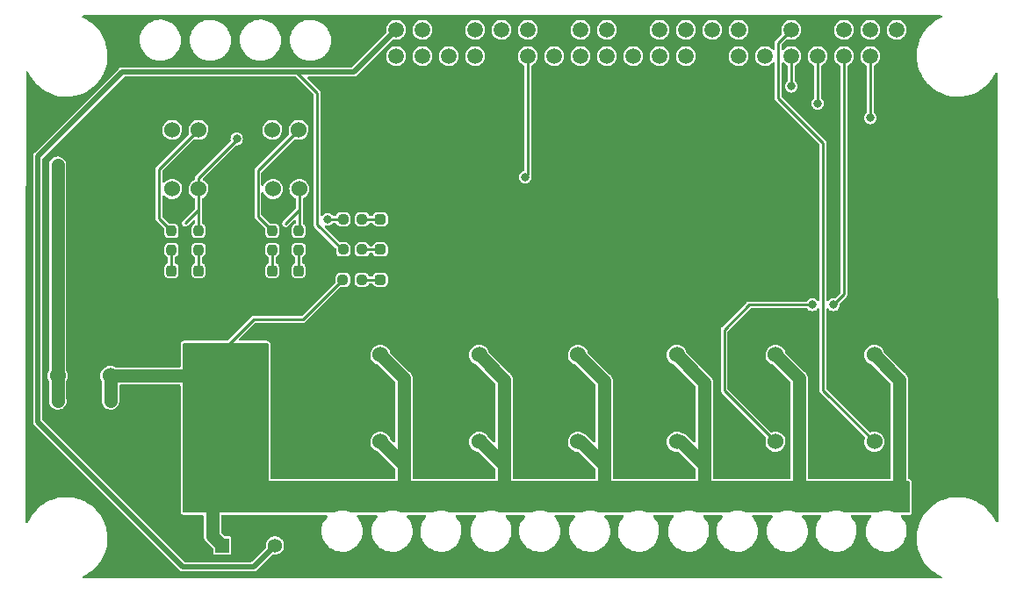
<source format=gtl>
G04 #@! TF.GenerationSoftware,KiCad,Pcbnew,(6.0.7)*
G04 #@! TF.CreationDate,2023-03-20T22:05:17-05:00*
G04 #@! TF.ProjectId,EquipmentServicingPanel_Hardware_2023_Rev1,45717569-706d-4656-9e74-536572766963,rev?*
G04 #@! TF.SameCoordinates,Original*
G04 #@! TF.FileFunction,Copper,L1,Top*
G04 #@! TF.FilePolarity,Positive*
%FSLAX46Y46*%
G04 Gerber Fmt 4.6, Leading zero omitted, Abs format (unit mm)*
G04 Created by KiCad (PCBNEW (6.0.7)) date 2023-03-20 22:05:17*
%MOMM*%
%LPD*%
G01*
G04 APERTURE LIST*
G04 Aperture macros list*
%AMRoundRect*
0 Rectangle with rounded corners*
0 $1 Rounding radius*
0 $2 $3 $4 $5 $6 $7 $8 $9 X,Y pos of 4 corners*
0 Add a 4 corners polygon primitive as box body*
4,1,4,$2,$3,$4,$5,$6,$7,$8,$9,$2,$3,0*
0 Add four circle primitives for the rounded corners*
1,1,$1+$1,$2,$3*
1,1,$1+$1,$4,$5*
1,1,$1+$1,$6,$7*
1,1,$1+$1,$8,$9*
0 Add four rect primitives between the rounded corners*
20,1,$1+$1,$2,$3,$4,$5,0*
20,1,$1+$1,$4,$5,$6,$7,0*
20,1,$1+$1,$6,$7,$8,$9,0*
20,1,$1+$1,$8,$9,$2,$3,0*%
G04 Aperture macros list end*
G04 #@! TA.AperFunction,SMDPad,CuDef*
%ADD10RoundRect,0.237500X-0.300000X-0.237500X0.300000X-0.237500X0.300000X0.237500X-0.300000X0.237500X0*%
G04 #@! TD*
G04 #@! TA.AperFunction,ComponentPad*
%ADD11R,1.600000X1.600000*%
G04 #@! TD*
G04 #@! TA.AperFunction,ComponentPad*
%ADD12C,1.600000*%
G04 #@! TD*
G04 #@! TA.AperFunction,ComponentPad*
%ADD13O,3.000000X5.100000*%
G04 #@! TD*
G04 #@! TA.AperFunction,ComponentPad*
%ADD14C,1.524000*%
G04 #@! TD*
G04 #@! TA.AperFunction,SMDPad,CuDef*
%ADD15RoundRect,0.237500X0.237500X-0.287500X0.237500X0.287500X-0.237500X0.287500X-0.237500X-0.287500X0*%
G04 #@! TD*
G04 #@! TA.AperFunction,SMDPad,CuDef*
%ADD16RoundRect,0.237500X0.287500X0.237500X-0.287500X0.237500X-0.287500X-0.237500X0.287500X-0.237500X0*%
G04 #@! TD*
G04 #@! TA.AperFunction,SMDPad,CuDef*
%ADD17RoundRect,0.237500X-0.237500X0.250000X-0.237500X-0.250000X0.237500X-0.250000X0.237500X0.250000X0*%
G04 #@! TD*
G04 #@! TA.AperFunction,SMDPad,CuDef*
%ADD18RoundRect,0.237500X-0.250000X-0.237500X0.250000X-0.237500X0.250000X0.237500X-0.250000X0.237500X0*%
G04 #@! TD*
G04 #@! TA.AperFunction,ComponentPad*
%ADD19C,1.520000*%
G04 #@! TD*
G04 #@! TA.AperFunction,ComponentPad*
%ADD20R,1.358000X1.358000*%
G04 #@! TD*
G04 #@! TA.AperFunction,ComponentPad*
%ADD21C,1.358000*%
G04 #@! TD*
G04 #@! TA.AperFunction,ViaPad*
%ADD22C,0.800000*%
G04 #@! TD*
G04 #@! TA.AperFunction,Conductor*
%ADD23C,1.270000*%
G04 #@! TD*
G04 #@! TA.AperFunction,Conductor*
%ADD24C,0.254000*%
G04 #@! TD*
G04 #@! TA.AperFunction,Conductor*
%ADD25C,0.508000*%
G04 #@! TD*
G04 APERTURE END LIST*
D10*
X94641500Y-128778000D03*
X96366500Y-128778000D03*
X89561500Y-128778000D03*
X91286500Y-128778000D03*
D11*
X102870000Y-124460000D03*
D12*
X100370000Y-124460000D03*
D11*
X108712000Y-124460000D03*
D12*
X111212000Y-124460000D03*
D13*
X112349000Y-133665000D03*
X104475000Y-133665000D03*
D14*
X158750000Y-132715000D03*
X156210000Y-132715000D03*
X168275000Y-132715000D03*
X165735000Y-132715000D03*
X120650000Y-132715000D03*
X118110000Y-132715000D03*
X139700000Y-132715000D03*
X137160000Y-132715000D03*
X149225000Y-132715000D03*
X146685000Y-132715000D03*
X130175000Y-132715000D03*
X127635000Y-132715000D03*
X120650000Y-124333000D03*
X118110000Y-124333000D03*
X130175000Y-124333000D03*
X127635000Y-124333000D03*
X139700000Y-124333000D03*
X137160000Y-124333000D03*
X149225000Y-124333000D03*
X146685000Y-124333000D03*
X158750000Y-124333000D03*
X156210000Y-124333000D03*
X168275000Y-124333000D03*
X165735000Y-124333000D03*
X100584000Y-102616000D03*
X103124000Y-102616000D03*
X100584000Y-108331000D03*
X103124000Y-108331000D03*
X110236000Y-102616000D03*
X112776000Y-102616000D03*
X110299500Y-108331000D03*
X112839500Y-108331000D03*
D15*
X110236000Y-117969000D03*
X110236000Y-116219000D03*
X112776000Y-117969000D03*
X112776000Y-116219000D03*
X103124000Y-117969000D03*
X103124000Y-116219000D03*
X100520500Y-117969000D03*
X100520500Y-116219000D03*
D16*
X122414000Y-111252000D03*
X120664000Y-111252000D03*
X122400000Y-114173000D03*
X120650000Y-114173000D03*
X122400000Y-117094000D03*
X120650000Y-117094000D03*
D17*
X110236000Y-112371500D03*
X110236000Y-114196500D03*
X112776000Y-112371500D03*
X112776000Y-114196500D03*
X103124000Y-112371500D03*
X103124000Y-114196500D03*
X100520500Y-112371500D03*
X100520500Y-114196500D03*
D18*
X117070500Y-111252000D03*
X118895500Y-111252000D03*
X117070500Y-114173000D03*
X118895500Y-114173000D03*
X117047000Y-117094000D03*
X118872000Y-117094000D03*
D19*
X122174000Y-95504000D03*
X122174000Y-92964000D03*
X124714000Y-95504000D03*
X124714000Y-92964000D03*
X127254000Y-95504000D03*
X127254000Y-92964000D03*
X129794000Y-95504000D03*
X129794000Y-92964000D03*
X132334000Y-95504000D03*
X132334000Y-92964000D03*
X134874000Y-95504000D03*
X134874000Y-92964000D03*
X137414000Y-95504000D03*
X137414000Y-92964000D03*
X139954000Y-95504000D03*
X139954000Y-92964000D03*
X142494000Y-95504000D03*
X142494000Y-92964000D03*
X145034000Y-95504000D03*
X145034000Y-92964000D03*
X147574000Y-95504000D03*
X147574000Y-92964000D03*
X150114000Y-95504000D03*
X150114000Y-92964000D03*
X152654000Y-95504000D03*
X152654000Y-92964000D03*
X155194000Y-95504000D03*
X155194000Y-92964000D03*
X157734000Y-95504000D03*
X157734000Y-92964000D03*
X160274000Y-95504000D03*
X160274000Y-92964000D03*
X162814000Y-95504000D03*
X162814000Y-92964000D03*
X165354000Y-95504000D03*
X165354000Y-92964000D03*
X167894000Y-95504000D03*
X167894000Y-92964000D03*
X170434000Y-95504000D03*
X170434000Y-92964000D03*
D14*
X94615000Y-126365000D03*
X92075000Y-126365000D03*
X89535000Y-126365000D03*
D20*
X105410000Y-142720000D03*
D21*
X107950000Y-142720000D03*
X110490000Y-142720000D03*
D22*
X142240000Y-114300000D03*
X121920000Y-104140000D03*
X132080000Y-104140000D03*
X142240000Y-104140000D03*
X152400000Y-114300000D03*
X132080000Y-114300000D03*
X152400000Y-104140000D03*
X89535000Y-106045000D03*
X115570000Y-111252000D03*
X162306000Y-119507000D03*
X164338000Y-119507000D03*
X160274000Y-98425000D03*
X162814000Y-100076000D03*
X106807000Y-103505000D03*
X167894000Y-101473000D03*
X134620000Y-107188000D03*
D23*
X139954000Y-132715000D02*
X142240000Y-135001000D01*
D24*
X117047000Y-117094000D02*
X113237000Y-120904000D01*
X108458000Y-120904000D02*
X105918000Y-123444000D01*
D23*
X151892000Y-135001000D02*
X151892000Y-135128000D01*
X170688000Y-126746000D02*
X170688000Y-137160000D01*
X142240000Y-135128000D02*
X142240000Y-137160000D01*
X161036000Y-126619000D02*
X161036000Y-137160000D01*
X149225000Y-124333000D02*
X151892000Y-127000000D01*
X104475000Y-141785000D02*
X105410000Y-142720000D01*
X151892000Y-135128000D02*
X151892000Y-137160000D01*
X132588000Y-135001000D02*
X132588000Y-135128000D01*
X142240000Y-126873000D02*
X142240000Y-135128000D01*
X139700000Y-124333000D02*
X142240000Y-126873000D01*
X158750000Y-124333000D02*
X161036000Y-126619000D01*
X94615000Y-126365000D02*
X102870000Y-126365000D01*
X132588000Y-126746000D02*
X132588000Y-135128000D01*
X142240000Y-135001000D02*
X142240000Y-135128000D01*
X122936000Y-135001000D02*
X122936000Y-126619000D01*
X122936000Y-126619000D02*
X120650000Y-124333000D01*
X149606000Y-132715000D02*
X151892000Y-135001000D01*
X94641500Y-126391500D02*
X94615000Y-126365000D01*
X104475000Y-133665000D02*
X104475000Y-141785000D01*
X122936000Y-135001000D02*
X122936000Y-135128000D01*
X122936000Y-135128000D02*
X122936000Y-137160000D01*
X132588000Y-135128000D02*
X132588000Y-137160000D01*
X130175000Y-124333000D02*
X132588000Y-126746000D01*
X151892000Y-127000000D02*
X151892000Y-135128000D01*
X130302000Y-132715000D02*
X132588000Y-135001000D01*
X120650000Y-132715000D02*
X122936000Y-135001000D01*
D24*
X113237000Y-120904000D02*
X108458000Y-120904000D01*
D23*
X168275000Y-124333000D02*
X170688000Y-126746000D01*
X94641500Y-128778000D02*
X94641500Y-126391500D01*
X89535000Y-128751500D02*
X89561500Y-128778000D01*
X89535000Y-126365000D02*
X89535000Y-128751500D01*
X89535000Y-126365000D02*
X89535000Y-106045000D01*
D24*
X117070500Y-111252000D02*
X115570000Y-111252000D01*
X165354000Y-95504000D02*
X165354000Y-118491000D01*
X165354000Y-118491000D02*
X164338000Y-119507000D01*
X156210000Y-119507000D02*
X153797000Y-121920000D01*
X153797000Y-121920000D02*
X153797000Y-127762000D01*
X153797000Y-127762000D02*
X158750000Y-132715000D01*
X162306000Y-119507000D02*
X156210000Y-119507000D01*
X163322000Y-103886000D02*
X163322000Y-127762000D01*
X159004000Y-94234000D02*
X159004000Y-99568000D01*
X160274000Y-92964000D02*
X159004000Y-94234000D01*
X159004000Y-99568000D02*
X163322000Y-103886000D01*
X163322000Y-127762000D02*
X168275000Y-132715000D01*
X99314000Y-111165000D02*
X100520500Y-112371500D01*
X99314000Y-106426000D02*
X99314000Y-111165000D01*
X103124000Y-102616000D02*
X99314000Y-106426000D01*
X160274000Y-98425000D02*
X160274000Y-95504000D01*
X103124000Y-108331000D02*
X103124000Y-110363000D01*
X106807000Y-103570370D02*
X106807000Y-103505000D01*
X103124000Y-107253370D02*
X106807000Y-103570370D01*
X103124000Y-108331000D02*
X103124000Y-107253370D01*
X162814000Y-100076000D02*
X162814000Y-95504000D01*
X101854000Y-111633000D02*
X103124000Y-110363000D01*
X103124000Y-110363000D02*
X103124000Y-112371500D01*
X108839000Y-106553000D02*
X108839000Y-110974500D01*
X112776000Y-102616000D02*
X108839000Y-106553000D01*
X108839000Y-110974500D02*
X110236000Y-112371500D01*
X167894000Y-101473000D02*
X167894000Y-95504000D01*
X134874000Y-106934000D02*
X134874000Y-95504000D01*
X112839500Y-112308000D02*
X112776000Y-112371500D01*
X112839500Y-110350300D02*
X112839500Y-112308000D01*
X112839500Y-110350300D02*
X111531400Y-111658400D01*
X134620000Y-107188000D02*
X134874000Y-106934000D01*
X112839500Y-108331000D02*
X112839500Y-110350300D01*
X110236000Y-114196500D02*
X110236000Y-116219000D01*
X112776000Y-114196500D02*
X112776000Y-116219000D01*
X103124000Y-114196500D02*
X103124000Y-116219000D01*
X100520500Y-114196500D02*
X100520500Y-116219000D01*
X120664000Y-111252000D02*
X118895500Y-111252000D01*
X120650000Y-114173000D02*
X118895500Y-114173000D01*
X120650000Y-117094000D02*
X118872000Y-117094000D01*
D25*
X87630000Y-130810000D02*
X101600000Y-144780000D01*
X87630000Y-105156000D02*
X87630000Y-109347000D01*
X112522000Y-97028000D02*
X95758000Y-97028000D01*
X95758000Y-97028000D02*
X87630000Y-105156000D01*
X108430000Y-144780000D02*
X110490000Y-142720000D01*
X118110000Y-97028000D02*
X112522000Y-97028000D01*
D24*
X117070500Y-114173000D02*
X116967000Y-114173000D01*
D25*
X87630000Y-109347000D02*
X87630000Y-130810000D01*
D24*
X114554000Y-111760000D02*
X114554000Y-99060000D01*
D25*
X101600000Y-144780000D02*
X108430000Y-144780000D01*
X122174000Y-92964000D02*
X118110000Y-97028000D01*
D24*
X116967000Y-114173000D02*
X114554000Y-111760000D01*
X114554000Y-99060000D02*
X112522000Y-97028000D01*
G04 #@! TA.AperFunction,Conductor*
G36*
X109797121Y-123210002D02*
G01*
X109843614Y-123263658D01*
X109855000Y-123316000D01*
X109855000Y-136525000D01*
X171578000Y-136525000D01*
X171646121Y-136545002D01*
X171692614Y-136598658D01*
X171704000Y-136651000D01*
X171704000Y-139447000D01*
X171683998Y-139515121D01*
X171630342Y-139561614D01*
X171578000Y-139573000D01*
X170307438Y-139573000D01*
X170260136Y-139563784D01*
X170036154Y-139473062D01*
X170036146Y-139473059D01*
X170032022Y-139471389D01*
X169760513Y-139403946D01*
X169521923Y-139379500D01*
X169348734Y-139379500D01*
X169140939Y-139394213D01*
X169136584Y-139395151D01*
X169136581Y-139395151D01*
X168871792Y-139452158D01*
X168871790Y-139452158D01*
X168867445Y-139453094D01*
X168604977Y-139549924D01*
X168601059Y-139552038D01*
X168590217Y-139557888D01*
X168530385Y-139573000D01*
X165489313Y-139573000D01*
X165442011Y-139563784D01*
X165208154Y-139469062D01*
X165208146Y-139469059D01*
X165204022Y-139467389D01*
X164932513Y-139399946D01*
X164693923Y-139375500D01*
X164520734Y-139375500D01*
X164312939Y-139390213D01*
X164308584Y-139391151D01*
X164308581Y-139391151D01*
X164043792Y-139448158D01*
X164043790Y-139448158D01*
X164039445Y-139449094D01*
X163776977Y-139545924D01*
X163773059Y-139548038D01*
X163754804Y-139557888D01*
X163694972Y-139573000D01*
X160782438Y-139573000D01*
X160735136Y-139563784D01*
X160511154Y-139473062D01*
X160511146Y-139473059D01*
X160507022Y-139471389D01*
X160235513Y-139403946D01*
X159996923Y-139379500D01*
X159823734Y-139379500D01*
X159615939Y-139394213D01*
X159611584Y-139395151D01*
X159611581Y-139395151D01*
X159346792Y-139452158D01*
X159346790Y-139452158D01*
X159342445Y-139453094D01*
X159079977Y-139549924D01*
X159076059Y-139552038D01*
X159065217Y-139557888D01*
X159005385Y-139573000D01*
X155964313Y-139573000D01*
X155917011Y-139563784D01*
X155683154Y-139469062D01*
X155683146Y-139469059D01*
X155679022Y-139467389D01*
X155407513Y-139399946D01*
X155168923Y-139375500D01*
X154995734Y-139375500D01*
X154787939Y-139390213D01*
X154783584Y-139391151D01*
X154783581Y-139391151D01*
X154518792Y-139448158D01*
X154518790Y-139448158D01*
X154514445Y-139449094D01*
X154251977Y-139545924D01*
X154248059Y-139548038D01*
X154229804Y-139557888D01*
X154169972Y-139573000D01*
X151257438Y-139573000D01*
X151210136Y-139563784D01*
X150986154Y-139473062D01*
X150986146Y-139473059D01*
X150982022Y-139471389D01*
X150710513Y-139403946D01*
X150471923Y-139379500D01*
X150298734Y-139379500D01*
X150090939Y-139394213D01*
X150086584Y-139395151D01*
X150086581Y-139395151D01*
X149821792Y-139452158D01*
X149821790Y-139452158D01*
X149817445Y-139453094D01*
X149554977Y-139549924D01*
X149551059Y-139552038D01*
X149540217Y-139557888D01*
X149480385Y-139573000D01*
X146439313Y-139573000D01*
X146392011Y-139563784D01*
X146158154Y-139469062D01*
X146158146Y-139469059D01*
X146154022Y-139467389D01*
X145882513Y-139399946D01*
X145643923Y-139375500D01*
X145470734Y-139375500D01*
X145262939Y-139390213D01*
X145258584Y-139391151D01*
X145258581Y-139391151D01*
X144993792Y-139448158D01*
X144993790Y-139448158D01*
X144989445Y-139449094D01*
X144726977Y-139545924D01*
X144723059Y-139548038D01*
X144704804Y-139557888D01*
X144644972Y-139573000D01*
X141732438Y-139573000D01*
X141685136Y-139563784D01*
X141461154Y-139473062D01*
X141461146Y-139473059D01*
X141457022Y-139471389D01*
X141185513Y-139403946D01*
X140946923Y-139379500D01*
X140773734Y-139379500D01*
X140565939Y-139394213D01*
X140561584Y-139395151D01*
X140561581Y-139395151D01*
X140296792Y-139452158D01*
X140296790Y-139452158D01*
X140292445Y-139453094D01*
X140029977Y-139549924D01*
X140026059Y-139552038D01*
X140015217Y-139557888D01*
X139955385Y-139573000D01*
X136914313Y-139573000D01*
X136867011Y-139563784D01*
X136633154Y-139469062D01*
X136633146Y-139469059D01*
X136629022Y-139467389D01*
X136357513Y-139399946D01*
X136118923Y-139375500D01*
X135945734Y-139375500D01*
X135737939Y-139390213D01*
X135733584Y-139391151D01*
X135733581Y-139391151D01*
X135468792Y-139448158D01*
X135468790Y-139448158D01*
X135464445Y-139449094D01*
X135201977Y-139545924D01*
X135198059Y-139548038D01*
X135179804Y-139557888D01*
X135119972Y-139573000D01*
X132207438Y-139573000D01*
X132160136Y-139563784D01*
X131936154Y-139473062D01*
X131936146Y-139473059D01*
X131932022Y-139471389D01*
X131660513Y-139403946D01*
X131421923Y-139379500D01*
X131248734Y-139379500D01*
X131040939Y-139394213D01*
X131036584Y-139395151D01*
X131036581Y-139395151D01*
X130771792Y-139452158D01*
X130771790Y-139452158D01*
X130767445Y-139453094D01*
X130504977Y-139549924D01*
X130501059Y-139552038D01*
X130490217Y-139557888D01*
X130430385Y-139573000D01*
X127389313Y-139573000D01*
X127342011Y-139563784D01*
X127108154Y-139469062D01*
X127108146Y-139469059D01*
X127104022Y-139467389D01*
X126832513Y-139399946D01*
X126593923Y-139375500D01*
X126420734Y-139375500D01*
X126212939Y-139390213D01*
X126208584Y-139391151D01*
X126208581Y-139391151D01*
X125943792Y-139448158D01*
X125943790Y-139448158D01*
X125939445Y-139449094D01*
X125676977Y-139545924D01*
X125673059Y-139548038D01*
X125654804Y-139557888D01*
X125594972Y-139573000D01*
X122682438Y-139573000D01*
X122635136Y-139563784D01*
X122411154Y-139473062D01*
X122411146Y-139473059D01*
X122407022Y-139471389D01*
X122135513Y-139403946D01*
X121896923Y-139379500D01*
X121723734Y-139379500D01*
X121515939Y-139394213D01*
X121511584Y-139395151D01*
X121511581Y-139395151D01*
X121246792Y-139452158D01*
X121246790Y-139452158D01*
X121242445Y-139453094D01*
X120979977Y-139549924D01*
X120976059Y-139552038D01*
X120965217Y-139557888D01*
X120905385Y-139573000D01*
X117864313Y-139573000D01*
X117817011Y-139563784D01*
X117583154Y-139469062D01*
X117583146Y-139469059D01*
X117579022Y-139467389D01*
X117307513Y-139399946D01*
X117068923Y-139375500D01*
X116895734Y-139375500D01*
X116687939Y-139390213D01*
X116683584Y-139391151D01*
X116683581Y-139391151D01*
X116418792Y-139448158D01*
X116418790Y-139448158D01*
X116414445Y-139449094D01*
X116151977Y-139545924D01*
X116148059Y-139548038D01*
X116129804Y-139557888D01*
X116069972Y-139573000D01*
X101726000Y-139573000D01*
X101657879Y-139552998D01*
X101611386Y-139499342D01*
X101600000Y-139447000D01*
X101600000Y-123316000D01*
X101620002Y-123247879D01*
X101673658Y-123201386D01*
X101726000Y-123190000D01*
X109729000Y-123190000D01*
X109797121Y-123210002D01*
G37*
G04 #@! TD.AperFunction*
G04 #@! TA.AperFunction,Conductor*
G36*
X174748007Y-91587502D02*
G01*
X174794500Y-91641158D01*
X174804604Y-91711432D01*
X174775110Y-91776012D01*
X174734428Y-91807083D01*
X174433434Y-91951618D01*
X174095549Y-92157459D01*
X174072414Y-92174924D01*
X173847544Y-92344684D01*
X173779779Y-92395841D01*
X173777497Y-92397951D01*
X173777488Y-92397958D01*
X173617577Y-92545779D01*
X173489246Y-92664407D01*
X173487174Y-92666745D01*
X173487169Y-92666750D01*
X173228908Y-92958149D01*
X173228903Y-92958155D01*
X173226824Y-92960501D01*
X172995107Y-93281194D01*
X172796387Y-93623316D01*
X172795097Y-93626153D01*
X172795095Y-93626157D01*
X172657762Y-93928206D01*
X172632629Y-93983483D01*
X172631627Y-93986436D01*
X172631625Y-93986440D01*
X172605847Y-94062381D01*
X172505452Y-94358133D01*
X172504744Y-94361188D01*
X172427708Y-94693545D01*
X172416114Y-94743563D01*
X172387536Y-94965118D01*
X172374849Y-95063476D01*
X172365499Y-95135959D01*
X172356809Y-95437652D01*
X172354797Y-95507505D01*
X172354107Y-95531442D01*
X172354328Y-95534561D01*
X172354328Y-95534568D01*
X172377708Y-95864780D01*
X172382050Y-95926102D01*
X172449053Y-96316035D01*
X172449885Y-96319044D01*
X172449886Y-96319050D01*
X172473318Y-96403830D01*
X172554452Y-96697385D01*
X172555582Y-96700305D01*
X172555583Y-96700309D01*
X172663161Y-96978379D01*
X172697206Y-97066381D01*
X172698621Y-97069175D01*
X172698624Y-97069183D01*
X172862930Y-97393748D01*
X172875903Y-97419375D01*
X172877594Y-97422024D01*
X172877595Y-97422026D01*
X172886232Y-97435557D01*
X173088775Y-97752875D01*
X173333718Y-98063583D01*
X173335893Y-98065839D01*
X173335898Y-98065845D01*
X173459348Y-98193904D01*
X173608309Y-98348428D01*
X173610702Y-98350461D01*
X173907439Y-98602558D01*
X173907447Y-98602565D01*
X173909834Y-98604592D01*
X173912414Y-98606375D01*
X174232737Y-98827765D01*
X174232746Y-98827770D01*
X174235309Y-98829542D01*
X174238044Y-98831055D01*
X174238049Y-98831058D01*
X174324896Y-98879099D01*
X174581518Y-99021054D01*
X174584387Y-99022287D01*
X174584398Y-99022292D01*
X174942167Y-99176001D01*
X174945035Y-99177233D01*
X174948012Y-99178174D01*
X174948016Y-99178176D01*
X175076791Y-99218902D01*
X175322267Y-99296536D01*
X175709483Y-99377782D01*
X175712601Y-99378118D01*
X176100402Y-99419905D01*
X176100405Y-99419905D01*
X176102853Y-99420169D01*
X176105316Y-99420240D01*
X176105317Y-99420240D01*
X176108966Y-99420345D01*
X176160171Y-99421820D01*
X176431232Y-99421820D01*
X176432795Y-99421742D01*
X176432803Y-99421742D01*
X176529171Y-99416944D01*
X176727038Y-99407094D01*
X176730123Y-99406630D01*
X176730125Y-99406630D01*
X177115196Y-99348737D01*
X177118289Y-99348272D01*
X177319464Y-99297180D01*
X177498719Y-99251655D01*
X177498722Y-99251654D01*
X177501762Y-99250882D01*
X177583915Y-99221062D01*
X177870729Y-99116954D01*
X177870739Y-99116950D01*
X177873667Y-99115887D01*
X178230326Y-98944622D01*
X178568211Y-98738781D01*
X178766099Y-98589391D01*
X178881487Y-98502282D01*
X178881490Y-98502280D01*
X178883981Y-98500399D01*
X178886263Y-98498289D01*
X178886272Y-98498282D01*
X179087969Y-98311834D01*
X179174514Y-98231833D01*
X179176591Y-98229490D01*
X179434852Y-97938091D01*
X179434857Y-97938085D01*
X179436936Y-97935739D01*
X179668653Y-97615046D01*
X179867373Y-97272924D01*
X179899312Y-97202679D01*
X179922961Y-97150665D01*
X179969365Y-97096932D01*
X180037452Y-97076816D01*
X180105606Y-97096705D01*
X180152188Y-97150283D01*
X180163662Y-97202679D01*
X180210653Y-140316168D01*
X180210722Y-140379715D01*
X180190794Y-140447857D01*
X180137189Y-140494409D01*
X180066926Y-140504589D01*
X180002313Y-140475166D01*
X179969814Y-140429019D01*
X179968957Y-140429401D01*
X179967688Y-140426550D01*
X179966554Y-140423619D01*
X179944329Y-140379715D01*
X179789276Y-140073428D01*
X179787857Y-140070625D01*
X179771655Y-140045241D01*
X179576672Y-139739768D01*
X179574985Y-139737125D01*
X179330042Y-139426417D01*
X179327867Y-139424161D01*
X179327862Y-139424155D01*
X179165802Y-139256044D01*
X179055451Y-139141572D01*
X179052879Y-139139387D01*
X178756321Y-138887442D01*
X178756313Y-138887435D01*
X178753926Y-138885408D01*
X178559771Y-138751219D01*
X178431023Y-138662235D01*
X178431014Y-138662230D01*
X178428451Y-138660458D01*
X178425716Y-138658945D01*
X178425711Y-138658942D01*
X178217960Y-138544021D01*
X178082242Y-138468946D01*
X178079373Y-138467713D01*
X178079362Y-138467708D01*
X177721593Y-138313999D01*
X177721590Y-138313998D01*
X177718725Y-138312767D01*
X177715748Y-138311826D01*
X177715744Y-138311824D01*
X177586969Y-138271098D01*
X177341493Y-138193464D01*
X176954277Y-138112218D01*
X176951159Y-138111882D01*
X176563358Y-138070095D01*
X176563355Y-138070095D01*
X176560907Y-138069831D01*
X176558444Y-138069760D01*
X176558443Y-138069760D01*
X176554794Y-138069655D01*
X176503589Y-138068180D01*
X176232528Y-138068180D01*
X176230965Y-138068258D01*
X176230957Y-138068258D01*
X176134589Y-138073056D01*
X175936722Y-138082906D01*
X175933637Y-138083370D01*
X175933635Y-138083370D01*
X175743990Y-138111882D01*
X175545471Y-138141728D01*
X175542436Y-138142499D01*
X175542435Y-138142499D01*
X175165041Y-138238345D01*
X175165038Y-138238346D01*
X175161998Y-138239118D01*
X175159051Y-138240188D01*
X175159050Y-138240188D01*
X174793031Y-138373046D01*
X174793021Y-138373050D01*
X174790093Y-138374113D01*
X174433434Y-138545378D01*
X174095549Y-138751219D01*
X173779779Y-138989601D01*
X173777497Y-138991711D01*
X173777488Y-138991718D01*
X173617577Y-139139539D01*
X173489246Y-139258167D01*
X173487174Y-139260505D01*
X173487169Y-139260510D01*
X173228908Y-139551909D01*
X173228903Y-139551915D01*
X173226824Y-139554261D01*
X172995107Y-139874954D01*
X172796387Y-140217076D01*
X172795097Y-140219913D01*
X172795095Y-140219917D01*
X172634731Y-140572620D01*
X172632629Y-140577243D01*
X172505452Y-140951893D01*
X172484836Y-141040835D01*
X172420155Y-141319891D01*
X172416114Y-141337323D01*
X172406286Y-141413516D01*
X172373870Y-141664826D01*
X172365499Y-141729719D01*
X172354107Y-142125202D01*
X172354328Y-142128321D01*
X172354328Y-142128328D01*
X172376004Y-142434476D01*
X172382050Y-142519862D01*
X172449053Y-142909795D01*
X172449885Y-142912804D01*
X172449886Y-142912810D01*
X172481510Y-143027230D01*
X172554452Y-143291145D01*
X172555582Y-143294065D01*
X172555583Y-143294069D01*
X172682675Y-143622580D01*
X172697206Y-143660141D01*
X172698621Y-143662935D01*
X172698624Y-143662943D01*
X172801765Y-143866684D01*
X172875903Y-144013135D01*
X172877594Y-144015784D01*
X172877595Y-144015786D01*
X172999073Y-144206101D01*
X173088775Y-144346635D01*
X173333718Y-144657343D01*
X173335893Y-144659599D01*
X173335898Y-144659605D01*
X173459348Y-144787664D01*
X173608309Y-144942188D01*
X173610702Y-144944221D01*
X173907439Y-145196318D01*
X173907447Y-145196325D01*
X173909834Y-145198352D01*
X173939463Y-145218830D01*
X174232737Y-145421525D01*
X174232746Y-145421530D01*
X174235309Y-145423302D01*
X174238044Y-145424815D01*
X174238049Y-145424818D01*
X174402837Y-145515973D01*
X174581518Y-145614814D01*
X174584394Y-145616050D01*
X174584405Y-145616055D01*
X174733834Y-145680254D01*
X174788528Y-145725522D01*
X174810065Y-145793173D01*
X174791608Y-145861729D01*
X174739017Y-145909423D01*
X174684060Y-145922022D01*
X92071927Y-145897602D01*
X92003812Y-145877580D01*
X91957335Y-145823910D01*
X91947252Y-145753633D01*
X91976764Y-145689061D01*
X92017422Y-145658019D01*
X92107397Y-145614814D01*
X92266566Y-145538382D01*
X92604451Y-145332541D01*
X92789605Y-145192764D01*
X92917727Y-145096042D01*
X92917730Y-145096040D01*
X92920221Y-145094159D01*
X92922503Y-145092049D01*
X92922512Y-145092042D01*
X93208457Y-144827716D01*
X93210754Y-144825593D01*
X93214753Y-144821081D01*
X93471092Y-144531851D01*
X93471097Y-144531845D01*
X93473176Y-144529499D01*
X93704893Y-144208806D01*
X93903613Y-143866684D01*
X93996249Y-143662943D01*
X94066079Y-143509359D01*
X94066080Y-143509356D01*
X94067371Y-143506517D01*
X94072104Y-143492576D01*
X94127121Y-143330500D01*
X94194548Y-143131867D01*
X94276631Y-142777737D01*
X94283181Y-142749479D01*
X94283181Y-142749477D01*
X94283886Y-142746437D01*
X94323108Y-142442365D01*
X94334100Y-142357151D01*
X94334100Y-142357148D01*
X94334501Y-142354041D01*
X94345893Y-141958558D01*
X94344686Y-141941503D01*
X94318172Y-141567034D01*
X94317950Y-141563898D01*
X94250947Y-141173965D01*
X94233604Y-141111213D01*
X94188749Y-140948922D01*
X94145548Y-140792615D01*
X94144417Y-140789691D01*
X94003929Y-140426552D01*
X94003927Y-140426547D01*
X94002794Y-140423619D01*
X93980569Y-140379715D01*
X93825516Y-140073428D01*
X93824097Y-140070625D01*
X93807895Y-140045241D01*
X93612912Y-139739768D01*
X93611225Y-139737125D01*
X93366282Y-139426417D01*
X93364107Y-139424161D01*
X93364102Y-139424155D01*
X93202042Y-139256044D01*
X93091691Y-139141572D01*
X93089119Y-139139387D01*
X92792561Y-138887442D01*
X92792553Y-138887435D01*
X92790166Y-138885408D01*
X92596011Y-138751219D01*
X92467263Y-138662235D01*
X92467254Y-138662230D01*
X92464691Y-138660458D01*
X92461956Y-138658945D01*
X92461951Y-138658942D01*
X92254200Y-138544021D01*
X92118482Y-138468946D01*
X92115613Y-138467713D01*
X92115602Y-138467708D01*
X91757833Y-138313999D01*
X91757830Y-138313998D01*
X91754965Y-138312767D01*
X91751988Y-138311826D01*
X91751984Y-138311824D01*
X91623209Y-138271098D01*
X91377733Y-138193464D01*
X90990517Y-138112218D01*
X90987399Y-138111882D01*
X90599598Y-138070095D01*
X90599595Y-138070095D01*
X90597147Y-138069831D01*
X90594684Y-138069760D01*
X90594683Y-138069760D01*
X90591034Y-138069655D01*
X90539829Y-138068180D01*
X90268768Y-138068180D01*
X90267205Y-138068258D01*
X90267197Y-138068258D01*
X90170829Y-138073056D01*
X89972962Y-138082906D01*
X89969877Y-138083370D01*
X89969875Y-138083370D01*
X89780230Y-138111882D01*
X89581711Y-138141728D01*
X89578676Y-138142499D01*
X89578675Y-138142499D01*
X89201281Y-138238345D01*
X89201278Y-138238346D01*
X89198238Y-138239118D01*
X89195291Y-138240188D01*
X89195290Y-138240188D01*
X88829271Y-138373046D01*
X88829261Y-138373050D01*
X88826333Y-138374113D01*
X88469674Y-138545378D01*
X88131789Y-138751219D01*
X87816019Y-138989601D01*
X87813737Y-138991711D01*
X87813728Y-138991718D01*
X87653817Y-139139539D01*
X87525486Y-139258167D01*
X87523414Y-139260505D01*
X87523409Y-139260510D01*
X87265148Y-139551909D01*
X87265143Y-139551915D01*
X87263064Y-139554261D01*
X87031347Y-139874954D01*
X86832627Y-140217076D01*
X86831337Y-140219913D01*
X86831335Y-140219917D01*
X86703638Y-140500772D01*
X86657234Y-140554505D01*
X86589147Y-140574621D01*
X86520993Y-140554732D01*
X86474411Y-140501154D01*
X86462937Y-140448552D01*
X86462938Y-140447857D01*
X86468180Y-130824438D01*
X87170593Y-130824438D01*
X87172285Y-130833702D01*
X87172285Y-130833705D01*
X87181229Y-130882680D01*
X87181878Y-130886582D01*
X87189284Y-130935836D01*
X87190685Y-130945151D01*
X87193838Y-130951718D01*
X87195147Y-130958883D01*
X87222462Y-131011467D01*
X87224205Y-131014957D01*
X87249846Y-131068353D01*
X87254741Y-131073648D01*
X87254834Y-131073787D01*
X87258148Y-131080166D01*
X87262494Y-131085254D01*
X87300076Y-131122836D01*
X87303506Y-131126401D01*
X87342617Y-131168712D01*
X87349017Y-131172430D01*
X87355277Y-131178037D01*
X101254251Y-145077011D01*
X101264106Y-145088100D01*
X101285359Y-145115059D01*
X101334110Y-145148753D01*
X101337273Y-145151014D01*
X101384923Y-145186208D01*
X101391795Y-145188621D01*
X101397789Y-145192764D01*
X101454289Y-145210632D01*
X101458018Y-145211877D01*
X101513873Y-145231492D01*
X101521076Y-145231775D01*
X101521245Y-145231808D01*
X101528097Y-145233975D01*
X101534768Y-145234500D01*
X101587948Y-145234500D01*
X101592894Y-145234597D01*
X101650437Y-145236858D01*
X101657592Y-145234961D01*
X101665967Y-145234500D01*
X108395544Y-145234500D01*
X108410354Y-145235373D01*
X108444438Y-145239407D01*
X108453702Y-145237715D01*
X108453705Y-145237715D01*
X108502680Y-145228771D01*
X108506582Y-145228122D01*
X108555836Y-145220716D01*
X108555839Y-145220715D01*
X108565151Y-145219315D01*
X108571718Y-145216162D01*
X108578883Y-145214853D01*
X108631467Y-145187538D01*
X108634957Y-145185795D01*
X108688353Y-145160154D01*
X108693648Y-145155259D01*
X108693787Y-145155166D01*
X108700166Y-145151852D01*
X108705254Y-145147506D01*
X108742836Y-145109924D01*
X108746402Y-145106494D01*
X108762036Y-145092042D01*
X108788712Y-145067383D01*
X108792430Y-145060983D01*
X108798037Y-145054723D01*
X110230180Y-143622580D01*
X110292492Y-143588554D01*
X110345470Y-143588428D01*
X110373042Y-143594288D01*
X110391105Y-143598128D01*
X110391107Y-143598128D01*
X110397561Y-143599500D01*
X110582439Y-143599500D01*
X110588892Y-143598128D01*
X110588896Y-143598128D01*
X110672859Y-143580281D01*
X110763278Y-143561062D01*
X110802606Y-143543552D01*
X110926143Y-143488550D01*
X110926145Y-143488549D01*
X110932173Y-143485865D01*
X111081742Y-143377196D01*
X111123788Y-143330500D01*
X111201031Y-143244713D01*
X111201032Y-143244712D01*
X111205450Y-143239805D01*
X111253791Y-143156076D01*
X111294585Y-143085419D01*
X111294586Y-143085418D01*
X111297889Y-143079696D01*
X111340460Y-142948678D01*
X111352980Y-142910145D01*
X111352980Y-142910143D01*
X111355020Y-142903866D01*
X111357651Y-142878839D01*
X111373655Y-142726565D01*
X111374345Y-142720000D01*
X111355020Y-142536134D01*
X111297889Y-142360304D01*
X111270854Y-142313477D01*
X111208753Y-142205916D01*
X111205450Y-142200195D01*
X111196386Y-142190128D01*
X111086157Y-142067707D01*
X111086155Y-142067706D01*
X111081742Y-142062804D01*
X111010991Y-142011400D01*
X110937515Y-141958016D01*
X110937514Y-141958015D01*
X110932173Y-141954135D01*
X110926145Y-141951451D01*
X110926143Y-141951450D01*
X110769309Y-141881623D01*
X110769308Y-141881623D01*
X110763278Y-141878938D01*
X110669598Y-141859026D01*
X110588896Y-141841872D01*
X110588892Y-141841872D01*
X110582439Y-141840500D01*
X110397561Y-141840500D01*
X110391108Y-141841872D01*
X110391104Y-141841872D01*
X110310402Y-141859026D01*
X110216722Y-141878938D01*
X110210693Y-141881622D01*
X110210691Y-141881623D01*
X110053858Y-141951450D01*
X110053856Y-141951451D01*
X110047828Y-141954135D01*
X110042487Y-141958015D01*
X110042486Y-141958016D01*
X109968712Y-142011616D01*
X109898258Y-142062804D01*
X109893845Y-142067706D01*
X109893843Y-142067707D01*
X109783614Y-142190128D01*
X109774550Y-142200195D01*
X109771247Y-142205916D01*
X109709147Y-142313477D01*
X109682111Y-142360304D01*
X109624980Y-142536134D01*
X109605655Y-142720000D01*
X109620756Y-142863672D01*
X109622350Y-142878839D01*
X109609578Y-142948678D01*
X109586135Y-142981105D01*
X108278645Y-144288595D01*
X108216333Y-144322621D01*
X108189550Y-144325500D01*
X101840450Y-144325500D01*
X101772329Y-144305498D01*
X101751355Y-144288595D01*
X88121405Y-130658645D01*
X88087379Y-130596333D01*
X88084500Y-130569550D01*
X88084500Y-126351496D01*
X88567937Y-126351496D01*
X88568453Y-126357639D01*
X88579726Y-126491879D01*
X88583732Y-126539590D01*
X88585431Y-126545515D01*
X88629531Y-126699310D01*
X88635760Y-126721034D01*
X88638574Y-126726510D01*
X88638579Y-126726522D01*
X88685566Y-126817948D01*
X88699500Y-126875542D01*
X88699500Y-128711069D01*
X88699058Y-128721611D01*
X88694824Y-128772034D01*
X88702126Y-128826751D01*
X88705274Y-128850345D01*
X88705640Y-128853374D01*
X88714178Y-128931969D01*
X88716352Y-128938430D01*
X88716932Y-128941067D01*
X88717020Y-128941568D01*
X88717144Y-128942098D01*
X88717293Y-128942612D01*
X88717931Y-128945208D01*
X88718833Y-128951970D01*
X88721166Y-128958380D01*
X88745857Y-129026220D01*
X88746874Y-129029124D01*
X88772079Y-129104019D01*
X88775594Y-129109869D01*
X88776716Y-129112297D01*
X88776918Y-129112787D01*
X88777152Y-129113277D01*
X88777401Y-129113735D01*
X88778585Y-129116141D01*
X88780919Y-129122554D01*
X88784575Y-129128314D01*
X88784575Y-129128315D01*
X88823276Y-129189297D01*
X88824894Y-129191917D01*
X88865575Y-129259621D01*
X88870267Y-129264582D01*
X88871878Y-129266705D01*
X88872500Y-129267599D01*
X88875414Y-129271452D01*
X88878189Y-129275825D01*
X88881902Y-129279977D01*
X88934430Y-129332505D01*
X88936882Y-129335026D01*
X88990303Y-129391517D01*
X88995952Y-129395356D01*
X89000437Y-129399173D01*
X89002708Y-129400951D01*
X89002783Y-129400858D01*
X89103387Y-129481747D01*
X89103390Y-129481749D01*
X89108702Y-129486020D01*
X89114810Y-129489052D01*
X89265191Y-129563702D01*
X89265195Y-129563703D01*
X89271302Y-129566735D01*
X89277924Y-129568386D01*
X89440818Y-129609000D01*
X89440821Y-129609000D01*
X89447441Y-129610651D01*
X89454258Y-129610841D01*
X89454262Y-129610842D01*
X89538172Y-129613186D01*
X89628902Y-129615720D01*
X89807217Y-129581705D01*
X89813488Y-129579017D01*
X89813492Y-129579016D01*
X89945147Y-129522588D01*
X89974069Y-129510192D01*
X90047871Y-129457355D01*
X90116123Y-129408492D01*
X90116125Y-129408490D01*
X90121672Y-129404519D01*
X90243140Y-129269615D01*
X90332806Y-129111774D01*
X90359646Y-129025068D01*
X90384470Y-128944878D01*
X90384471Y-128944875D01*
X90386487Y-128938361D01*
X90401677Y-128757467D01*
X90396191Y-128716348D01*
X90378570Y-128584292D01*
X90377668Y-128577531D01*
X90375334Y-128571119D01*
X90374138Y-128566249D01*
X90370500Y-128536192D01*
X90370500Y-126876237D01*
X90386944Y-126814000D01*
X90389563Y-126809391D01*
X90408595Y-126775888D01*
X90415496Y-126763741D01*
X90415498Y-126763736D01*
X90418542Y-126758378D01*
X90478123Y-126579272D01*
X90501780Y-126392005D01*
X90502157Y-126365000D01*
X90500833Y-126351496D01*
X93647937Y-126351496D01*
X93648453Y-126357639D01*
X93659726Y-126491879D01*
X93663732Y-126539590D01*
X93665431Y-126545515D01*
X93709531Y-126699310D01*
X93715760Y-126721034D01*
X93718575Y-126726511D01*
X93718576Y-126726514D01*
X93792067Y-126869512D01*
X93806000Y-126927106D01*
X93806000Y-128823354D01*
X93820678Y-128958469D01*
X93878579Y-129130519D01*
X93972075Y-129286121D01*
X93976766Y-129291081D01*
X93976767Y-129291083D01*
X94087796Y-129408492D01*
X94096803Y-129418017D01*
X94102441Y-129421849D01*
X94102445Y-129421852D01*
X94173796Y-129470342D01*
X94246943Y-129520053D01*
X94253277Y-129522586D01*
X94253280Y-129522588D01*
X94409156Y-129584934D01*
X94409161Y-129584935D01*
X94415493Y-129587468D01*
X94422220Y-129588582D01*
X94422225Y-129588583D01*
X94587849Y-129616002D01*
X94587852Y-129616002D01*
X94594586Y-129617117D01*
X94601402Y-129616760D01*
X94601407Y-129616760D01*
X94749461Y-129609000D01*
X94775868Y-129607616D01*
X94782440Y-129605806D01*
X94782445Y-129605805D01*
X94944304Y-129561221D01*
X94944305Y-129561221D01*
X94950882Y-129559409D01*
X95111461Y-129474746D01*
X95116670Y-129470344D01*
X95116673Y-129470342D01*
X95244900Y-129361981D01*
X95250114Y-129357575D01*
X95269282Y-129332505D01*
X95312616Y-129275825D01*
X95360371Y-129213364D01*
X95399003Y-129130519D01*
X95434210Y-129055018D01*
X95434211Y-129055015D01*
X95437090Y-129048841D01*
X95438575Y-129042196D01*
X95438577Y-129042191D01*
X95475562Y-128876725D01*
X95475562Y-128876722D01*
X95476689Y-128871682D01*
X95477000Y-128866120D01*
X95477000Y-127326500D01*
X95497002Y-127258379D01*
X95550658Y-127211886D01*
X95603000Y-127200500D01*
X101268500Y-127200500D01*
X101336621Y-127220502D01*
X101383114Y-127274158D01*
X101394500Y-127326500D01*
X101394500Y-139447000D01*
X101399196Y-139490681D01*
X101410582Y-139543023D01*
X101413070Y-139553203D01*
X101456079Y-139633916D01*
X101502572Y-139687572D01*
X101520165Y-139705527D01*
X101599983Y-139750174D01*
X101620588Y-139756224D01*
X101663781Y-139768907D01*
X101663785Y-139768908D01*
X101668104Y-139770176D01*
X101672552Y-139770816D01*
X101672559Y-139770817D01*
X101721552Y-139777861D01*
X101721559Y-139777862D01*
X101726000Y-139778500D01*
X103513500Y-139778500D01*
X103581621Y-139798502D01*
X103628114Y-139852158D01*
X103639500Y-139904500D01*
X103639500Y-141744569D01*
X103639058Y-141755111D01*
X103634824Y-141805534D01*
X103645003Y-141881813D01*
X103645274Y-141883845D01*
X103645640Y-141886874D01*
X103654178Y-141965469D01*
X103656352Y-141971930D01*
X103656932Y-141974567D01*
X103657020Y-141975068D01*
X103657144Y-141975598D01*
X103657293Y-141976112D01*
X103657931Y-141978708D01*
X103658833Y-141985470D01*
X103661166Y-141991880D01*
X103685857Y-142059720D01*
X103686874Y-142062624D01*
X103712079Y-142137519D01*
X103715594Y-142143369D01*
X103716716Y-142145797D01*
X103716918Y-142146287D01*
X103717152Y-142146777D01*
X103717401Y-142147235D01*
X103718585Y-142149641D01*
X103720919Y-142156054D01*
X103724575Y-142161814D01*
X103724575Y-142161815D01*
X103763276Y-142222797D01*
X103764894Y-142225417D01*
X103805575Y-142293121D01*
X103810267Y-142298082D01*
X103811878Y-142300205D01*
X103812500Y-142301099D01*
X103815414Y-142304952D01*
X103818189Y-142309325D01*
X103821902Y-142313477D01*
X103874430Y-142366005D01*
X103876882Y-142368526D01*
X103930303Y-142425017D01*
X103935951Y-142428855D01*
X103941030Y-142433178D01*
X103948462Y-142440037D01*
X104493595Y-142985170D01*
X104527621Y-143047482D01*
X104530500Y-143074265D01*
X104530500Y-143418748D01*
X104542133Y-143477231D01*
X104586448Y-143543552D01*
X104652769Y-143587867D01*
X104664938Y-143590288D01*
X104664939Y-143590288D01*
X104704354Y-143598128D01*
X104711252Y-143599500D01*
X106108748Y-143599500D01*
X106115646Y-143598128D01*
X106155061Y-143590288D01*
X106155062Y-143590288D01*
X106167231Y-143587867D01*
X106233552Y-143543552D01*
X106277867Y-143477231D01*
X106289500Y-143418748D01*
X106289500Y-142021252D01*
X106280349Y-141975248D01*
X106280288Y-141974939D01*
X106280288Y-141974938D01*
X106277867Y-141962769D01*
X106233552Y-141896448D01*
X106198827Y-141873245D01*
X106177547Y-141859026D01*
X106167231Y-141852133D01*
X106155062Y-141849712D01*
X106155061Y-141849712D01*
X106114816Y-141841707D01*
X106108748Y-141840500D01*
X105764266Y-141840500D01*
X105696145Y-141820498D01*
X105675170Y-141803595D01*
X105347404Y-141475828D01*
X105313379Y-141413516D01*
X105310500Y-141386733D01*
X105310500Y-139904500D01*
X105330502Y-139836379D01*
X105384158Y-139789886D01*
X105436500Y-139778500D01*
X115440670Y-139778500D01*
X115508791Y-139798502D01*
X115555284Y-139852158D01*
X115565388Y-139922432D01*
X115535894Y-139987012D01*
X115529063Y-139994292D01*
X115481371Y-140041241D01*
X115478670Y-140044780D01*
X115478664Y-140044787D01*
X115439448Y-140096173D01*
X115311645Y-140263635D01*
X115309467Y-140267523D01*
X115309467Y-140267524D01*
X115208476Y-140447857D01*
X115174948Y-140507725D01*
X115173347Y-140511864D01*
X115173343Y-140511872D01*
X115098572Y-140705146D01*
X115074008Y-140768640D01*
X115073005Y-140772965D01*
X115073004Y-140772970D01*
X115068451Y-140792615D01*
X115010838Y-141041174D01*
X114986698Y-141319891D01*
X114986942Y-141324326D01*
X114986942Y-141324330D01*
X114993216Y-141438322D01*
X115002071Y-141599228D01*
X115056650Y-141873613D01*
X115149345Y-142137570D01*
X115278307Y-142385832D01*
X115315927Y-142438476D01*
X115390405Y-142542698D01*
X115440963Y-142613448D01*
X115634068Y-142815873D01*
X115637564Y-142818629D01*
X115637565Y-142818630D01*
X115848820Y-142985170D01*
X115853768Y-142989071D01*
X115954330Y-143047482D01*
X116091826Y-143127347D01*
X116091832Y-143127350D01*
X116095680Y-143129585D01*
X116099813Y-143131259D01*
X116350846Y-143232938D01*
X116350854Y-143232941D01*
X116354978Y-143234611D01*
X116626487Y-143302054D01*
X116865077Y-143326500D01*
X117038266Y-143326500D01*
X117246061Y-143311787D01*
X117250416Y-143310849D01*
X117250419Y-143310849D01*
X117515208Y-143253842D01*
X117515210Y-143253842D01*
X117519555Y-143252906D01*
X117782023Y-143156076D01*
X117785941Y-143153962D01*
X118024314Y-143025343D01*
X118028230Y-143023230D01*
X118253262Y-142857019D01*
X118288196Y-142822630D01*
X118445385Y-142667890D01*
X118452629Y-142660759D01*
X118455330Y-142657220D01*
X118455336Y-142657213D01*
X118568172Y-142509361D01*
X118622355Y-142438365D01*
X118649747Y-142389453D01*
X118756876Y-142198161D01*
X118756877Y-142198158D01*
X118759052Y-142194275D01*
X118760653Y-142190136D01*
X118760657Y-142190128D01*
X118839832Y-141985470D01*
X118859992Y-141933360D01*
X118866158Y-141906761D01*
X118922156Y-141665165D01*
X118923162Y-141660826D01*
X118947302Y-141382109D01*
X118944343Y-141328330D01*
X118935223Y-141162632D01*
X118931929Y-141102772D01*
X118877350Y-140828387D01*
X118784655Y-140564430D01*
X118655693Y-140316168D01*
X118498483Y-140096173D01*
X118495625Y-140092173D01*
X118495622Y-140092169D01*
X118493037Y-140088552D01*
X118400427Y-139991472D01*
X118367880Y-139928375D01*
X118374611Y-139857699D01*
X118418485Y-139801881D01*
X118491597Y-139778500D01*
X120272734Y-139778500D01*
X120340855Y-139798502D01*
X120387348Y-139852158D01*
X120397452Y-139922432D01*
X120367958Y-139987012D01*
X120361144Y-139994274D01*
X120309371Y-140045241D01*
X120306670Y-140048780D01*
X120306664Y-140048787D01*
X120193828Y-140196639D01*
X120139645Y-140267635D01*
X120137467Y-140271523D01*
X120137467Y-140271524D01*
X120038327Y-140448552D01*
X120002948Y-140511725D01*
X120001347Y-140515864D01*
X120001343Y-140515872D01*
X119978615Y-140574621D01*
X119902008Y-140772640D01*
X119901005Y-140776965D01*
X119901004Y-140776970D01*
X119888159Y-140832387D01*
X119838838Y-141045174D01*
X119814698Y-141323891D01*
X119814942Y-141328326D01*
X119814942Y-141328330D01*
X119817878Y-141381670D01*
X119830071Y-141603228D01*
X119830939Y-141607591D01*
X119830939Y-141607592D01*
X119877541Y-141841872D01*
X119884650Y-141877613D01*
X119977345Y-142141570D01*
X120106307Y-142389832D01*
X120146377Y-142445905D01*
X120266105Y-142613448D01*
X120268963Y-142617448D01*
X120462068Y-142819873D01*
X120465564Y-142822629D01*
X120465565Y-142822630D01*
X120671746Y-142985170D01*
X120681768Y-142993071D01*
X120740577Y-143027230D01*
X120919826Y-143131347D01*
X120919832Y-143131350D01*
X120923680Y-143133585D01*
X120927813Y-143135259D01*
X121178846Y-143236938D01*
X121178854Y-143236941D01*
X121182978Y-143238611D01*
X121454487Y-143306054D01*
X121693077Y-143330500D01*
X121866266Y-143330500D01*
X122074061Y-143315787D01*
X122078416Y-143314849D01*
X122078419Y-143314849D01*
X122343208Y-143257842D01*
X122343210Y-143257842D01*
X122347555Y-143256906D01*
X122610023Y-143160076D01*
X122656797Y-143134838D01*
X122852314Y-143029343D01*
X122856230Y-143027230D01*
X123081262Y-142861019D01*
X123085326Y-142857019D01*
X123179149Y-142764657D01*
X123280629Y-142664759D01*
X123283330Y-142661220D01*
X123283336Y-142661213D01*
X123447653Y-142445905D01*
X123450355Y-142442365D01*
X123493119Y-142366005D01*
X123584876Y-142202161D01*
X123584877Y-142202158D01*
X123587052Y-142198275D01*
X123588653Y-142194136D01*
X123588657Y-142194128D01*
X123686389Y-141941503D01*
X123687992Y-141937360D01*
X123695085Y-141906761D01*
X123731455Y-141749848D01*
X123751162Y-141664826D01*
X123775302Y-141386109D01*
X123759929Y-141106772D01*
X123729729Y-140954948D01*
X123706219Y-140836755D01*
X123706218Y-140836753D01*
X123705350Y-140832387D01*
X123612655Y-140568430D01*
X123483693Y-140320168D01*
X123321037Y-140092552D01*
X123224611Y-139991472D01*
X123192064Y-139928375D01*
X123198795Y-139857699D01*
X123242669Y-139801881D01*
X123315781Y-139778500D01*
X124965670Y-139778500D01*
X125033791Y-139798502D01*
X125080284Y-139852158D01*
X125090388Y-139922432D01*
X125060894Y-139987012D01*
X125054063Y-139994292D01*
X125006371Y-140041241D01*
X125003670Y-140044780D01*
X125003664Y-140044787D01*
X124964448Y-140096173D01*
X124836645Y-140263635D01*
X124834467Y-140267523D01*
X124834467Y-140267524D01*
X124733476Y-140447857D01*
X124699948Y-140507725D01*
X124698347Y-140511864D01*
X124698343Y-140511872D01*
X124623572Y-140705146D01*
X124599008Y-140768640D01*
X124598005Y-140772965D01*
X124598004Y-140772970D01*
X124593451Y-140792615D01*
X124535838Y-141041174D01*
X124511698Y-141319891D01*
X124511942Y-141324326D01*
X124511942Y-141324330D01*
X124518216Y-141438322D01*
X124527071Y-141599228D01*
X124581650Y-141873613D01*
X124674345Y-142137570D01*
X124803307Y-142385832D01*
X124840927Y-142438476D01*
X124915405Y-142542698D01*
X124965963Y-142613448D01*
X125159068Y-142815873D01*
X125162564Y-142818629D01*
X125162565Y-142818630D01*
X125373820Y-142985170D01*
X125378768Y-142989071D01*
X125479330Y-143047482D01*
X125616826Y-143127347D01*
X125616832Y-143127350D01*
X125620680Y-143129585D01*
X125624813Y-143131259D01*
X125875846Y-143232938D01*
X125875854Y-143232941D01*
X125879978Y-143234611D01*
X126151487Y-143302054D01*
X126390077Y-143326500D01*
X126563266Y-143326500D01*
X126771061Y-143311787D01*
X126775416Y-143310849D01*
X126775419Y-143310849D01*
X127040208Y-143253842D01*
X127040210Y-143253842D01*
X127044555Y-143252906D01*
X127307023Y-143156076D01*
X127310941Y-143153962D01*
X127549314Y-143025343D01*
X127553230Y-143023230D01*
X127778262Y-142857019D01*
X127813196Y-142822630D01*
X127970385Y-142667890D01*
X127977629Y-142660759D01*
X127980330Y-142657220D01*
X127980336Y-142657213D01*
X128093172Y-142509361D01*
X128147355Y-142438365D01*
X128174747Y-142389453D01*
X128281876Y-142198161D01*
X128281877Y-142198158D01*
X128284052Y-142194275D01*
X128285653Y-142190136D01*
X128285657Y-142190128D01*
X128364832Y-141985470D01*
X128384992Y-141933360D01*
X128391158Y-141906761D01*
X128447156Y-141665165D01*
X128448162Y-141660826D01*
X128472302Y-141382109D01*
X128469343Y-141328330D01*
X128460223Y-141162632D01*
X128456929Y-141102772D01*
X128402350Y-140828387D01*
X128309655Y-140564430D01*
X128180693Y-140316168D01*
X128023483Y-140096173D01*
X128020625Y-140092173D01*
X128020622Y-140092169D01*
X128018037Y-140088552D01*
X127925427Y-139991472D01*
X127892880Y-139928375D01*
X127899611Y-139857699D01*
X127943485Y-139801881D01*
X128016597Y-139778500D01*
X129797734Y-139778500D01*
X129865855Y-139798502D01*
X129912348Y-139852158D01*
X129922452Y-139922432D01*
X129892958Y-139987012D01*
X129886144Y-139994274D01*
X129834371Y-140045241D01*
X129831670Y-140048780D01*
X129831664Y-140048787D01*
X129718828Y-140196639D01*
X129664645Y-140267635D01*
X129662467Y-140271523D01*
X129662467Y-140271524D01*
X129563327Y-140448552D01*
X129527948Y-140511725D01*
X129526347Y-140515864D01*
X129526343Y-140515872D01*
X129503615Y-140574621D01*
X129427008Y-140772640D01*
X129426005Y-140776965D01*
X129426004Y-140776970D01*
X129413159Y-140832387D01*
X129363838Y-141045174D01*
X129339698Y-141323891D01*
X129339942Y-141328326D01*
X129339942Y-141328330D01*
X129342878Y-141381670D01*
X129355071Y-141603228D01*
X129355939Y-141607591D01*
X129355939Y-141607592D01*
X129402541Y-141841872D01*
X129409650Y-141877613D01*
X129502345Y-142141570D01*
X129631307Y-142389832D01*
X129671377Y-142445905D01*
X129791105Y-142613448D01*
X129793963Y-142617448D01*
X129987068Y-142819873D01*
X129990564Y-142822629D01*
X129990565Y-142822630D01*
X130196746Y-142985170D01*
X130206768Y-142993071D01*
X130265577Y-143027230D01*
X130444826Y-143131347D01*
X130444832Y-143131350D01*
X130448680Y-143133585D01*
X130452813Y-143135259D01*
X130703846Y-143236938D01*
X130703854Y-143236941D01*
X130707978Y-143238611D01*
X130979487Y-143306054D01*
X131218077Y-143330500D01*
X131391266Y-143330500D01*
X131599061Y-143315787D01*
X131603416Y-143314849D01*
X131603419Y-143314849D01*
X131868208Y-143257842D01*
X131868210Y-143257842D01*
X131872555Y-143256906D01*
X132135023Y-143160076D01*
X132181797Y-143134838D01*
X132377314Y-143029343D01*
X132381230Y-143027230D01*
X132606262Y-142861019D01*
X132610326Y-142857019D01*
X132704149Y-142764657D01*
X132805629Y-142664759D01*
X132808330Y-142661220D01*
X132808336Y-142661213D01*
X132972653Y-142445905D01*
X132975355Y-142442365D01*
X133018119Y-142366005D01*
X133109876Y-142202161D01*
X133109877Y-142202158D01*
X133112052Y-142198275D01*
X133113653Y-142194136D01*
X133113657Y-142194128D01*
X133211389Y-141941503D01*
X133212992Y-141937360D01*
X133220085Y-141906761D01*
X133256455Y-141749848D01*
X133276162Y-141664826D01*
X133300302Y-141386109D01*
X133284929Y-141106772D01*
X133254729Y-140954948D01*
X133231219Y-140836755D01*
X133231218Y-140836753D01*
X133230350Y-140832387D01*
X133137655Y-140568430D01*
X133008693Y-140320168D01*
X132846037Y-140092552D01*
X132749611Y-139991472D01*
X132717064Y-139928375D01*
X132723795Y-139857699D01*
X132767669Y-139801881D01*
X132840781Y-139778500D01*
X134490670Y-139778500D01*
X134558791Y-139798502D01*
X134605284Y-139852158D01*
X134615388Y-139922432D01*
X134585894Y-139987012D01*
X134579063Y-139994292D01*
X134531371Y-140041241D01*
X134528670Y-140044780D01*
X134528664Y-140044787D01*
X134489448Y-140096173D01*
X134361645Y-140263635D01*
X134359467Y-140267523D01*
X134359467Y-140267524D01*
X134258476Y-140447857D01*
X134224948Y-140507725D01*
X134223347Y-140511864D01*
X134223343Y-140511872D01*
X134148572Y-140705146D01*
X134124008Y-140768640D01*
X134123005Y-140772965D01*
X134123004Y-140772970D01*
X134118451Y-140792615D01*
X134060838Y-141041174D01*
X134036698Y-141319891D01*
X134036942Y-141324326D01*
X134036942Y-141324330D01*
X134043216Y-141438322D01*
X134052071Y-141599228D01*
X134106650Y-141873613D01*
X134199345Y-142137570D01*
X134328307Y-142385832D01*
X134365927Y-142438476D01*
X134440405Y-142542698D01*
X134490963Y-142613448D01*
X134684068Y-142815873D01*
X134687564Y-142818629D01*
X134687565Y-142818630D01*
X134898820Y-142985170D01*
X134903768Y-142989071D01*
X135004330Y-143047482D01*
X135141826Y-143127347D01*
X135141832Y-143127350D01*
X135145680Y-143129585D01*
X135149813Y-143131259D01*
X135400846Y-143232938D01*
X135400854Y-143232941D01*
X135404978Y-143234611D01*
X135676487Y-143302054D01*
X135915077Y-143326500D01*
X136088266Y-143326500D01*
X136296061Y-143311787D01*
X136300416Y-143310849D01*
X136300419Y-143310849D01*
X136565208Y-143253842D01*
X136565210Y-143253842D01*
X136569555Y-143252906D01*
X136832023Y-143156076D01*
X136835941Y-143153962D01*
X137074314Y-143025343D01*
X137078230Y-143023230D01*
X137303262Y-142857019D01*
X137338196Y-142822630D01*
X137495385Y-142667890D01*
X137502629Y-142660759D01*
X137505330Y-142657220D01*
X137505336Y-142657213D01*
X137618172Y-142509361D01*
X137672355Y-142438365D01*
X137699747Y-142389453D01*
X137806876Y-142198161D01*
X137806877Y-142198158D01*
X137809052Y-142194275D01*
X137810653Y-142190136D01*
X137810657Y-142190128D01*
X137889832Y-141985470D01*
X137909992Y-141933360D01*
X137916158Y-141906761D01*
X137972156Y-141665165D01*
X137973162Y-141660826D01*
X137997302Y-141382109D01*
X137994343Y-141328330D01*
X137985223Y-141162632D01*
X137981929Y-141102772D01*
X137927350Y-140828387D01*
X137834655Y-140564430D01*
X137705693Y-140316168D01*
X137548483Y-140096173D01*
X137545625Y-140092173D01*
X137545622Y-140092169D01*
X137543037Y-140088552D01*
X137450427Y-139991472D01*
X137417880Y-139928375D01*
X137424611Y-139857699D01*
X137468485Y-139801881D01*
X137541597Y-139778500D01*
X139322734Y-139778500D01*
X139390855Y-139798502D01*
X139437348Y-139852158D01*
X139447452Y-139922432D01*
X139417958Y-139987012D01*
X139411144Y-139994274D01*
X139359371Y-140045241D01*
X139356670Y-140048780D01*
X139356664Y-140048787D01*
X139243828Y-140196639D01*
X139189645Y-140267635D01*
X139187467Y-140271523D01*
X139187467Y-140271524D01*
X139088327Y-140448552D01*
X139052948Y-140511725D01*
X139051347Y-140515864D01*
X139051343Y-140515872D01*
X139028615Y-140574621D01*
X138952008Y-140772640D01*
X138951005Y-140776965D01*
X138951004Y-140776970D01*
X138938159Y-140832387D01*
X138888838Y-141045174D01*
X138864698Y-141323891D01*
X138864942Y-141328326D01*
X138864942Y-141328330D01*
X138867878Y-141381670D01*
X138880071Y-141603228D01*
X138880939Y-141607591D01*
X138880939Y-141607592D01*
X138927541Y-141841872D01*
X138934650Y-141877613D01*
X139027345Y-142141570D01*
X139156307Y-142389832D01*
X139196377Y-142445905D01*
X139316105Y-142613448D01*
X139318963Y-142617448D01*
X139512068Y-142819873D01*
X139515564Y-142822629D01*
X139515565Y-142822630D01*
X139721746Y-142985170D01*
X139731768Y-142993071D01*
X139790577Y-143027230D01*
X139969826Y-143131347D01*
X139969832Y-143131350D01*
X139973680Y-143133585D01*
X139977813Y-143135259D01*
X140228846Y-143236938D01*
X140228854Y-143236941D01*
X140232978Y-143238611D01*
X140504487Y-143306054D01*
X140743077Y-143330500D01*
X140916266Y-143330500D01*
X141124061Y-143315787D01*
X141128416Y-143314849D01*
X141128419Y-143314849D01*
X141393208Y-143257842D01*
X141393210Y-143257842D01*
X141397555Y-143256906D01*
X141660023Y-143160076D01*
X141706797Y-143134838D01*
X141902314Y-143029343D01*
X141906230Y-143027230D01*
X142131262Y-142861019D01*
X142135326Y-142857019D01*
X142229149Y-142764657D01*
X142330629Y-142664759D01*
X142333330Y-142661220D01*
X142333336Y-142661213D01*
X142497653Y-142445905D01*
X142500355Y-142442365D01*
X142543119Y-142366005D01*
X142634876Y-142202161D01*
X142634877Y-142202158D01*
X142637052Y-142198275D01*
X142638653Y-142194136D01*
X142638657Y-142194128D01*
X142736389Y-141941503D01*
X142737992Y-141937360D01*
X142745085Y-141906761D01*
X142781455Y-141749848D01*
X142801162Y-141664826D01*
X142825302Y-141386109D01*
X142809929Y-141106772D01*
X142779729Y-140954948D01*
X142756219Y-140836755D01*
X142756218Y-140836753D01*
X142755350Y-140832387D01*
X142662655Y-140568430D01*
X142533693Y-140320168D01*
X142371037Y-140092552D01*
X142274611Y-139991472D01*
X142242064Y-139928375D01*
X142248795Y-139857699D01*
X142292669Y-139801881D01*
X142365781Y-139778500D01*
X144015670Y-139778500D01*
X144083791Y-139798502D01*
X144130284Y-139852158D01*
X144140388Y-139922432D01*
X144110894Y-139987012D01*
X144104063Y-139994292D01*
X144056371Y-140041241D01*
X144053670Y-140044780D01*
X144053664Y-140044787D01*
X144014448Y-140096173D01*
X143886645Y-140263635D01*
X143884467Y-140267523D01*
X143884467Y-140267524D01*
X143783476Y-140447857D01*
X143749948Y-140507725D01*
X143748347Y-140511864D01*
X143748343Y-140511872D01*
X143673572Y-140705146D01*
X143649008Y-140768640D01*
X143648005Y-140772965D01*
X143648004Y-140772970D01*
X143643451Y-140792615D01*
X143585838Y-141041174D01*
X143561698Y-141319891D01*
X143561942Y-141324326D01*
X143561942Y-141324330D01*
X143568216Y-141438322D01*
X143577071Y-141599228D01*
X143631650Y-141873613D01*
X143724345Y-142137570D01*
X143853307Y-142385832D01*
X143890927Y-142438476D01*
X143965405Y-142542698D01*
X144015963Y-142613448D01*
X144209068Y-142815873D01*
X144212564Y-142818629D01*
X144212565Y-142818630D01*
X144423820Y-142985170D01*
X144428768Y-142989071D01*
X144529330Y-143047482D01*
X144666826Y-143127347D01*
X144666832Y-143127350D01*
X144670680Y-143129585D01*
X144674813Y-143131259D01*
X144925846Y-143232938D01*
X144925854Y-143232941D01*
X144929978Y-143234611D01*
X145201487Y-143302054D01*
X145440077Y-143326500D01*
X145613266Y-143326500D01*
X145821061Y-143311787D01*
X145825416Y-143310849D01*
X145825419Y-143310849D01*
X146090208Y-143253842D01*
X146090210Y-143253842D01*
X146094555Y-143252906D01*
X146357023Y-143156076D01*
X146360941Y-143153962D01*
X146599314Y-143025343D01*
X146603230Y-143023230D01*
X146828262Y-142857019D01*
X146863196Y-142822630D01*
X147020385Y-142667890D01*
X147027629Y-142660759D01*
X147030330Y-142657220D01*
X147030336Y-142657213D01*
X147143172Y-142509361D01*
X147197355Y-142438365D01*
X147224747Y-142389453D01*
X147331876Y-142198161D01*
X147331877Y-142198158D01*
X147334052Y-142194275D01*
X147335653Y-142190136D01*
X147335657Y-142190128D01*
X147414832Y-141985470D01*
X147434992Y-141933360D01*
X147441158Y-141906761D01*
X147497156Y-141665165D01*
X147498162Y-141660826D01*
X147522302Y-141382109D01*
X147519343Y-141328330D01*
X147510223Y-141162632D01*
X147506929Y-141102772D01*
X147452350Y-140828387D01*
X147359655Y-140564430D01*
X147230693Y-140316168D01*
X147073483Y-140096173D01*
X147070625Y-140092173D01*
X147070622Y-140092169D01*
X147068037Y-140088552D01*
X146975427Y-139991472D01*
X146942880Y-139928375D01*
X146949611Y-139857699D01*
X146993485Y-139801881D01*
X147066597Y-139778500D01*
X148847734Y-139778500D01*
X148915855Y-139798502D01*
X148962348Y-139852158D01*
X148972452Y-139922432D01*
X148942958Y-139987012D01*
X148936144Y-139994274D01*
X148884371Y-140045241D01*
X148881670Y-140048780D01*
X148881664Y-140048787D01*
X148768828Y-140196639D01*
X148714645Y-140267635D01*
X148712467Y-140271523D01*
X148712467Y-140271524D01*
X148613327Y-140448552D01*
X148577948Y-140511725D01*
X148576347Y-140515864D01*
X148576343Y-140515872D01*
X148553615Y-140574621D01*
X148477008Y-140772640D01*
X148476005Y-140776965D01*
X148476004Y-140776970D01*
X148463159Y-140832387D01*
X148413838Y-141045174D01*
X148389698Y-141323891D01*
X148389942Y-141328326D01*
X148389942Y-141328330D01*
X148392878Y-141381670D01*
X148405071Y-141603228D01*
X148405939Y-141607591D01*
X148405939Y-141607592D01*
X148452541Y-141841872D01*
X148459650Y-141877613D01*
X148552345Y-142141570D01*
X148681307Y-142389832D01*
X148721377Y-142445905D01*
X148841105Y-142613448D01*
X148843963Y-142617448D01*
X149037068Y-142819873D01*
X149040564Y-142822629D01*
X149040565Y-142822630D01*
X149246746Y-142985170D01*
X149256768Y-142993071D01*
X149315577Y-143027230D01*
X149494826Y-143131347D01*
X149494832Y-143131350D01*
X149498680Y-143133585D01*
X149502813Y-143135259D01*
X149753846Y-143236938D01*
X149753854Y-143236941D01*
X149757978Y-143238611D01*
X150029487Y-143306054D01*
X150268077Y-143330500D01*
X150441266Y-143330500D01*
X150649061Y-143315787D01*
X150653416Y-143314849D01*
X150653419Y-143314849D01*
X150918208Y-143257842D01*
X150918210Y-143257842D01*
X150922555Y-143256906D01*
X151185023Y-143160076D01*
X151231797Y-143134838D01*
X151427314Y-143029343D01*
X151431230Y-143027230D01*
X151656262Y-142861019D01*
X151660326Y-142857019D01*
X151754149Y-142764657D01*
X151855629Y-142664759D01*
X151858330Y-142661220D01*
X151858336Y-142661213D01*
X152022653Y-142445905D01*
X152025355Y-142442365D01*
X152068119Y-142366005D01*
X152159876Y-142202161D01*
X152159877Y-142202158D01*
X152162052Y-142198275D01*
X152163653Y-142194136D01*
X152163657Y-142194128D01*
X152261389Y-141941503D01*
X152262992Y-141937360D01*
X152270085Y-141906761D01*
X152306455Y-141749848D01*
X152326162Y-141664826D01*
X152350302Y-141386109D01*
X152334929Y-141106772D01*
X152304729Y-140954948D01*
X152281219Y-140836755D01*
X152281218Y-140836753D01*
X152280350Y-140832387D01*
X152187655Y-140568430D01*
X152058693Y-140320168D01*
X151896037Y-140092552D01*
X151799611Y-139991472D01*
X151767064Y-139928375D01*
X151773795Y-139857699D01*
X151817669Y-139801881D01*
X151890781Y-139778500D01*
X153540670Y-139778500D01*
X153608791Y-139798502D01*
X153655284Y-139852158D01*
X153665388Y-139922432D01*
X153635894Y-139987012D01*
X153629063Y-139994292D01*
X153581371Y-140041241D01*
X153578670Y-140044780D01*
X153578664Y-140044787D01*
X153539448Y-140096173D01*
X153411645Y-140263635D01*
X153409467Y-140267523D01*
X153409467Y-140267524D01*
X153308476Y-140447857D01*
X153274948Y-140507725D01*
X153273347Y-140511864D01*
X153273343Y-140511872D01*
X153198572Y-140705146D01*
X153174008Y-140768640D01*
X153173005Y-140772965D01*
X153173004Y-140772970D01*
X153168451Y-140792615D01*
X153110838Y-141041174D01*
X153086698Y-141319891D01*
X153086942Y-141324326D01*
X153086942Y-141324330D01*
X153093216Y-141438322D01*
X153102071Y-141599228D01*
X153156650Y-141873613D01*
X153249345Y-142137570D01*
X153378307Y-142385832D01*
X153415927Y-142438476D01*
X153490405Y-142542698D01*
X153540963Y-142613448D01*
X153734068Y-142815873D01*
X153737564Y-142818629D01*
X153737565Y-142818630D01*
X153948820Y-142985170D01*
X153953768Y-142989071D01*
X154054330Y-143047482D01*
X154191826Y-143127347D01*
X154191832Y-143127350D01*
X154195680Y-143129585D01*
X154199813Y-143131259D01*
X154450846Y-143232938D01*
X154450854Y-143232941D01*
X154454978Y-143234611D01*
X154726487Y-143302054D01*
X154965077Y-143326500D01*
X155138266Y-143326500D01*
X155346061Y-143311787D01*
X155350416Y-143310849D01*
X155350419Y-143310849D01*
X155615208Y-143253842D01*
X155615210Y-143253842D01*
X155619555Y-143252906D01*
X155882023Y-143156076D01*
X155885941Y-143153962D01*
X156124314Y-143025343D01*
X156128230Y-143023230D01*
X156353262Y-142857019D01*
X156388196Y-142822630D01*
X156545385Y-142667890D01*
X156552629Y-142660759D01*
X156555330Y-142657220D01*
X156555336Y-142657213D01*
X156668172Y-142509361D01*
X156722355Y-142438365D01*
X156749747Y-142389453D01*
X156856876Y-142198161D01*
X156856877Y-142198158D01*
X156859052Y-142194275D01*
X156860653Y-142190136D01*
X156860657Y-142190128D01*
X156939832Y-141985470D01*
X156959992Y-141933360D01*
X156966158Y-141906761D01*
X157022156Y-141665165D01*
X157023162Y-141660826D01*
X157047302Y-141382109D01*
X157044343Y-141328330D01*
X157035223Y-141162632D01*
X157031929Y-141102772D01*
X156977350Y-140828387D01*
X156884655Y-140564430D01*
X156755693Y-140316168D01*
X156598483Y-140096173D01*
X156595625Y-140092173D01*
X156595622Y-140092169D01*
X156593037Y-140088552D01*
X156500427Y-139991472D01*
X156467880Y-139928375D01*
X156474611Y-139857699D01*
X156518485Y-139801881D01*
X156591597Y-139778500D01*
X158372734Y-139778500D01*
X158440855Y-139798502D01*
X158487348Y-139852158D01*
X158497452Y-139922432D01*
X158467958Y-139987012D01*
X158461144Y-139994274D01*
X158409371Y-140045241D01*
X158406670Y-140048780D01*
X158406664Y-140048787D01*
X158293828Y-140196639D01*
X158239645Y-140267635D01*
X158237467Y-140271523D01*
X158237467Y-140271524D01*
X158138327Y-140448552D01*
X158102948Y-140511725D01*
X158101347Y-140515864D01*
X158101343Y-140515872D01*
X158078615Y-140574621D01*
X158002008Y-140772640D01*
X158001005Y-140776965D01*
X158001004Y-140776970D01*
X157988159Y-140832387D01*
X157938838Y-141045174D01*
X157914698Y-141323891D01*
X157914942Y-141328326D01*
X157914942Y-141328330D01*
X157917878Y-141381670D01*
X157930071Y-141603228D01*
X157930939Y-141607591D01*
X157930939Y-141607592D01*
X157977541Y-141841872D01*
X157984650Y-141877613D01*
X158077345Y-142141570D01*
X158206307Y-142389832D01*
X158246377Y-142445905D01*
X158366105Y-142613448D01*
X158368963Y-142617448D01*
X158562068Y-142819873D01*
X158565564Y-142822629D01*
X158565565Y-142822630D01*
X158771746Y-142985170D01*
X158781768Y-142993071D01*
X158840577Y-143027230D01*
X159019826Y-143131347D01*
X159019832Y-143131350D01*
X159023680Y-143133585D01*
X159027813Y-143135259D01*
X159278846Y-143236938D01*
X159278854Y-143236941D01*
X159282978Y-143238611D01*
X159554487Y-143306054D01*
X159793077Y-143330500D01*
X159966266Y-143330500D01*
X160174061Y-143315787D01*
X160178416Y-143314849D01*
X160178419Y-143314849D01*
X160443208Y-143257842D01*
X160443210Y-143257842D01*
X160447555Y-143256906D01*
X160710023Y-143160076D01*
X160756797Y-143134838D01*
X160952314Y-143029343D01*
X160956230Y-143027230D01*
X161181262Y-142861019D01*
X161185326Y-142857019D01*
X161279149Y-142764657D01*
X161380629Y-142664759D01*
X161383330Y-142661220D01*
X161383336Y-142661213D01*
X161547653Y-142445905D01*
X161550355Y-142442365D01*
X161593119Y-142366005D01*
X161684876Y-142202161D01*
X161684877Y-142202158D01*
X161687052Y-142198275D01*
X161688653Y-142194136D01*
X161688657Y-142194128D01*
X161786389Y-141941503D01*
X161787992Y-141937360D01*
X161795085Y-141906761D01*
X161831455Y-141749848D01*
X161851162Y-141664826D01*
X161875302Y-141386109D01*
X161859929Y-141106772D01*
X161829729Y-140954948D01*
X161806219Y-140836755D01*
X161806218Y-140836753D01*
X161805350Y-140832387D01*
X161712655Y-140568430D01*
X161583693Y-140320168D01*
X161421037Y-140092552D01*
X161324611Y-139991472D01*
X161292064Y-139928375D01*
X161298795Y-139857699D01*
X161342669Y-139801881D01*
X161415781Y-139778500D01*
X163065670Y-139778500D01*
X163133791Y-139798502D01*
X163180284Y-139852158D01*
X163190388Y-139922432D01*
X163160894Y-139987012D01*
X163154063Y-139994292D01*
X163106371Y-140041241D01*
X163103670Y-140044780D01*
X163103664Y-140044787D01*
X163064448Y-140096173D01*
X162936645Y-140263635D01*
X162934467Y-140267523D01*
X162934467Y-140267524D01*
X162833476Y-140447857D01*
X162799948Y-140507725D01*
X162798347Y-140511864D01*
X162798343Y-140511872D01*
X162723572Y-140705146D01*
X162699008Y-140768640D01*
X162698005Y-140772965D01*
X162698004Y-140772970D01*
X162693451Y-140792615D01*
X162635838Y-141041174D01*
X162611698Y-141319891D01*
X162611942Y-141324326D01*
X162611942Y-141324330D01*
X162618216Y-141438322D01*
X162627071Y-141599228D01*
X162681650Y-141873613D01*
X162774345Y-142137570D01*
X162903307Y-142385832D01*
X162940927Y-142438476D01*
X163015405Y-142542698D01*
X163065963Y-142613448D01*
X163259068Y-142815873D01*
X163262564Y-142818629D01*
X163262565Y-142818630D01*
X163473820Y-142985170D01*
X163478768Y-142989071D01*
X163579330Y-143047482D01*
X163716826Y-143127347D01*
X163716832Y-143127350D01*
X163720680Y-143129585D01*
X163724813Y-143131259D01*
X163975846Y-143232938D01*
X163975854Y-143232941D01*
X163979978Y-143234611D01*
X164251487Y-143302054D01*
X164490077Y-143326500D01*
X164663266Y-143326500D01*
X164871061Y-143311787D01*
X164875416Y-143310849D01*
X164875419Y-143310849D01*
X165140208Y-143253842D01*
X165140210Y-143253842D01*
X165144555Y-143252906D01*
X165407023Y-143156076D01*
X165410941Y-143153962D01*
X165649314Y-143025343D01*
X165653230Y-143023230D01*
X165878262Y-142857019D01*
X165913196Y-142822630D01*
X166070385Y-142667890D01*
X166077629Y-142660759D01*
X166080330Y-142657220D01*
X166080336Y-142657213D01*
X166193172Y-142509361D01*
X166247355Y-142438365D01*
X166274747Y-142389453D01*
X166381876Y-142198161D01*
X166381877Y-142198158D01*
X166384052Y-142194275D01*
X166385653Y-142190136D01*
X166385657Y-142190128D01*
X166464832Y-141985470D01*
X166484992Y-141933360D01*
X166491158Y-141906761D01*
X166547156Y-141665165D01*
X166548162Y-141660826D01*
X166572302Y-141382109D01*
X166569343Y-141328330D01*
X166560223Y-141162632D01*
X166556929Y-141102772D01*
X166502350Y-140828387D01*
X166409655Y-140564430D01*
X166280693Y-140316168D01*
X166123483Y-140096173D01*
X166120625Y-140092173D01*
X166120622Y-140092169D01*
X166118037Y-140088552D01*
X166025427Y-139991472D01*
X165992880Y-139928375D01*
X165999611Y-139857699D01*
X166043485Y-139801881D01*
X166116597Y-139778500D01*
X167897734Y-139778500D01*
X167965855Y-139798502D01*
X168012348Y-139852158D01*
X168022452Y-139922432D01*
X167992958Y-139987012D01*
X167986144Y-139994274D01*
X167934371Y-140045241D01*
X167931670Y-140048780D01*
X167931664Y-140048787D01*
X167818828Y-140196639D01*
X167764645Y-140267635D01*
X167762467Y-140271523D01*
X167762467Y-140271524D01*
X167663327Y-140448552D01*
X167627948Y-140511725D01*
X167626347Y-140515864D01*
X167626343Y-140515872D01*
X167603615Y-140574621D01*
X167527008Y-140772640D01*
X167526005Y-140776965D01*
X167526004Y-140776970D01*
X167513159Y-140832387D01*
X167463838Y-141045174D01*
X167439698Y-141323891D01*
X167439942Y-141328326D01*
X167439942Y-141328330D01*
X167442878Y-141381670D01*
X167455071Y-141603228D01*
X167455939Y-141607591D01*
X167455939Y-141607592D01*
X167502541Y-141841872D01*
X167509650Y-141877613D01*
X167602345Y-142141570D01*
X167731307Y-142389832D01*
X167771377Y-142445905D01*
X167891105Y-142613448D01*
X167893963Y-142617448D01*
X168087068Y-142819873D01*
X168090564Y-142822629D01*
X168090565Y-142822630D01*
X168296746Y-142985170D01*
X168306768Y-142993071D01*
X168365577Y-143027230D01*
X168544826Y-143131347D01*
X168544832Y-143131350D01*
X168548680Y-143133585D01*
X168552813Y-143135259D01*
X168803846Y-143236938D01*
X168803854Y-143236941D01*
X168807978Y-143238611D01*
X169079487Y-143306054D01*
X169318077Y-143330500D01*
X169491266Y-143330500D01*
X169699061Y-143315787D01*
X169703416Y-143314849D01*
X169703419Y-143314849D01*
X169968208Y-143257842D01*
X169968210Y-143257842D01*
X169972555Y-143256906D01*
X170235023Y-143160076D01*
X170281797Y-143134838D01*
X170477314Y-143029343D01*
X170481230Y-143027230D01*
X170706262Y-142861019D01*
X170710326Y-142857019D01*
X170804149Y-142764657D01*
X170905629Y-142664759D01*
X170908330Y-142661220D01*
X170908336Y-142661213D01*
X171072653Y-142445905D01*
X171075355Y-142442365D01*
X171118119Y-142366005D01*
X171209876Y-142202161D01*
X171209877Y-142202158D01*
X171212052Y-142198275D01*
X171213653Y-142194136D01*
X171213657Y-142194128D01*
X171311389Y-141941503D01*
X171312992Y-141937360D01*
X171320085Y-141906761D01*
X171356455Y-141749848D01*
X171376162Y-141664826D01*
X171400302Y-141386109D01*
X171384929Y-141106772D01*
X171354729Y-140954948D01*
X171331219Y-140836755D01*
X171331218Y-140836753D01*
X171330350Y-140832387D01*
X171237655Y-140568430D01*
X171108693Y-140320168D01*
X170946037Y-140092552D01*
X170849611Y-139991472D01*
X170817064Y-139928375D01*
X170823795Y-139857699D01*
X170867669Y-139801881D01*
X170940781Y-139778500D01*
X171578000Y-139778500D01*
X171581346Y-139778140D01*
X171581351Y-139778140D01*
X171618317Y-139774166D01*
X171618323Y-139774165D01*
X171621681Y-139773804D01*
X171674023Y-139762418D01*
X171674717Y-139762248D01*
X171674736Y-139762244D01*
X171675870Y-139761967D01*
X171684203Y-139759930D01*
X171764916Y-139716921D01*
X171778066Y-139705527D01*
X171817111Y-139671694D01*
X171817112Y-139671693D01*
X171818572Y-139670428D01*
X171836527Y-139652835D01*
X171881174Y-139573017D01*
X171901176Y-139504896D01*
X171901817Y-139500441D01*
X171908861Y-139451448D01*
X171908862Y-139451441D01*
X171909500Y-139447000D01*
X171909500Y-136651000D01*
X171904804Y-136607319D01*
X171893418Y-136554977D01*
X171890930Y-136544797D01*
X171847921Y-136464084D01*
X171801428Y-136410428D01*
X171783835Y-136392473D01*
X171704017Y-136347826D01*
X171670552Y-136338000D01*
X171640219Y-136329093D01*
X171640215Y-136329092D01*
X171635896Y-136327824D01*
X171631442Y-136327184D01*
X171627040Y-136326226D01*
X171627256Y-136325231D01*
X171566990Y-136297711D01*
X171528605Y-136237986D01*
X171523500Y-136202484D01*
X171523500Y-126786431D01*
X171523942Y-126775888D01*
X171527605Y-126732264D01*
X171528176Y-126725466D01*
X171517721Y-126647116D01*
X171517356Y-126644096D01*
X171516772Y-126638721D01*
X171508822Y-126565531D01*
X171506648Y-126559070D01*
X171506068Y-126556433D01*
X171505979Y-126555932D01*
X171505857Y-126555405D01*
X171505706Y-126554886D01*
X171505070Y-126552296D01*
X171504167Y-126545530D01*
X171495050Y-126520481D01*
X171477148Y-126471294D01*
X171476130Y-126468389D01*
X171459351Y-126418530D01*
X171450921Y-126393481D01*
X171447404Y-126387627D01*
X171446282Y-126385199D01*
X171446080Y-126384709D01*
X171445855Y-126384237D01*
X171445603Y-126383775D01*
X171444415Y-126381361D01*
X171442080Y-126374946D01*
X171437993Y-126368505D01*
X171399745Y-126308237D01*
X171398127Y-126305618D01*
X171374611Y-126266481D01*
X171357425Y-126237879D01*
X171352733Y-126232918D01*
X171351122Y-126230795D01*
X171350497Y-126229896D01*
X171347582Y-126226041D01*
X171344811Y-126221675D01*
X171341098Y-126217522D01*
X171288552Y-126164976D01*
X171286099Y-126162454D01*
X171237386Y-126110941D01*
X171237384Y-126110939D01*
X171232697Y-126105983D01*
X171227056Y-126102149D01*
X171221969Y-126097820D01*
X171214539Y-126090963D01*
X169226663Y-124103087D01*
X169195136Y-124050411D01*
X169194669Y-124048865D01*
X169169181Y-123964445D01*
X169080566Y-123797783D01*
X168961266Y-123651508D01*
X168955475Y-123646717D01*
X168820577Y-123535120D01*
X168820574Y-123535118D01*
X168815827Y-123531191D01*
X168649788Y-123441414D01*
X168469474Y-123385597D01*
X168463356Y-123384954D01*
X168463351Y-123384953D01*
X168287881Y-123366511D01*
X168287879Y-123366511D01*
X168281752Y-123365867D01*
X168166126Y-123376390D01*
X168099914Y-123382415D01*
X168099913Y-123382415D01*
X168093773Y-123382974D01*
X167912697Y-123436268D01*
X167745420Y-123523718D01*
X167598316Y-123641993D01*
X167476986Y-123786588D01*
X167386052Y-123951996D01*
X167328978Y-124131917D01*
X167307937Y-124319496D01*
X167323732Y-124507590D01*
X167375760Y-124689034D01*
X167462040Y-124856917D01*
X167465865Y-124861743D01*
X167465867Y-124861746D01*
X167575456Y-125000014D01*
X167575460Y-125000019D01*
X167579285Y-125004844D01*
X167723030Y-125127180D01*
X167887800Y-125219267D01*
X167893660Y-125221171D01*
X167995151Y-125254147D01*
X168045310Y-125284885D01*
X169815595Y-127055171D01*
X169849621Y-127117483D01*
X169852500Y-127144266D01*
X169852500Y-136193500D01*
X169832498Y-136261621D01*
X169778842Y-136308114D01*
X169726500Y-136319500D01*
X161997500Y-136319500D01*
X161929379Y-136299498D01*
X161882886Y-136245842D01*
X161871500Y-136193500D01*
X161871500Y-126659431D01*
X161871942Y-126648888D01*
X161875605Y-126605264D01*
X161876176Y-126598466D01*
X161865721Y-126520116D01*
X161865356Y-126517096D01*
X161864720Y-126511237D01*
X161856822Y-126438531D01*
X161854648Y-126432070D01*
X161854068Y-126429433D01*
X161853979Y-126428932D01*
X161853857Y-126428405D01*
X161853706Y-126427886D01*
X161853070Y-126425296D01*
X161852167Y-126418530D01*
X161840036Y-126385199D01*
X161825148Y-126344294D01*
X161824130Y-126341389D01*
X161807501Y-126291976D01*
X161798921Y-126266481D01*
X161795404Y-126260627D01*
X161794282Y-126258199D01*
X161794080Y-126257709D01*
X161793855Y-126257237D01*
X161793603Y-126256775D01*
X161792415Y-126254361D01*
X161790080Y-126247946D01*
X161747736Y-126181222D01*
X161746127Y-126178618D01*
X161708941Y-126116731D01*
X161705425Y-126110879D01*
X161700733Y-126105918D01*
X161699122Y-126103795D01*
X161698497Y-126102896D01*
X161695582Y-126099041D01*
X161692811Y-126094675D01*
X161689098Y-126090522D01*
X161636552Y-126037976D01*
X161634099Y-126035454D01*
X161585386Y-125983941D01*
X161585384Y-125983939D01*
X161580697Y-125978983D01*
X161575056Y-125975149D01*
X161569969Y-125970820D01*
X161562539Y-125963963D01*
X159701663Y-124103087D01*
X159670136Y-124050411D01*
X159669669Y-124048865D01*
X159644181Y-123964445D01*
X159555566Y-123797783D01*
X159436266Y-123651508D01*
X159430475Y-123646717D01*
X159295577Y-123535120D01*
X159295574Y-123535118D01*
X159290827Y-123531191D01*
X159124788Y-123441414D01*
X158944474Y-123385597D01*
X158938356Y-123384954D01*
X158938351Y-123384953D01*
X158762881Y-123366511D01*
X158762879Y-123366511D01*
X158756752Y-123365867D01*
X158641126Y-123376390D01*
X158574914Y-123382415D01*
X158574913Y-123382415D01*
X158568773Y-123382974D01*
X158387697Y-123436268D01*
X158220420Y-123523718D01*
X158073316Y-123641993D01*
X157951986Y-123786588D01*
X157861052Y-123951996D01*
X157803978Y-124131917D01*
X157782937Y-124319496D01*
X157798732Y-124507590D01*
X157850760Y-124689034D01*
X157937040Y-124856917D01*
X157940865Y-124861743D01*
X157940867Y-124861746D01*
X158050456Y-125000014D01*
X158050460Y-125000019D01*
X158054285Y-125004844D01*
X158198030Y-125127180D01*
X158362800Y-125219267D01*
X158368660Y-125221171D01*
X158470151Y-125254147D01*
X158520310Y-125284885D01*
X160163595Y-126928171D01*
X160197621Y-126990483D01*
X160200500Y-127017266D01*
X160200500Y-136193500D01*
X160180498Y-136261621D01*
X160126842Y-136308114D01*
X160074500Y-136319500D01*
X152853500Y-136319500D01*
X152785379Y-136299498D01*
X152738886Y-136245842D01*
X152727500Y-136193500D01*
X152727500Y-135041431D01*
X152727942Y-135030888D01*
X152731605Y-134987264D01*
X152732176Y-134980466D01*
X152728607Y-134953718D01*
X152727500Y-134937053D01*
X152727500Y-127790984D01*
X153465713Y-127790984D01*
X153468566Y-127801631D01*
X153475534Y-127827635D01*
X153477913Y-127838367D01*
X153484503Y-127875739D01*
X153490014Y-127885285D01*
X153491240Y-127888653D01*
X153492754Y-127891899D01*
X153495606Y-127902543D01*
X153517377Y-127933635D01*
X153523275Y-127942894D01*
X153542250Y-127975760D01*
X153550695Y-127982846D01*
X153571329Y-128000160D01*
X153579433Y-128007587D01*
X157817667Y-132245822D01*
X157851693Y-132308134D01*
X157848674Y-132373015D01*
X157829833Y-132432411D01*
X157803978Y-132513917D01*
X157782937Y-132701496D01*
X157798732Y-132889590D01*
X157850760Y-133071034D01*
X157937040Y-133238917D01*
X157940865Y-133243743D01*
X157940867Y-133243746D01*
X158050456Y-133382014D01*
X158050460Y-133382019D01*
X158054285Y-133386844D01*
X158198030Y-133509180D01*
X158203408Y-133512186D01*
X158203410Y-133512187D01*
X158280415Y-133555224D01*
X158362800Y-133601267D01*
X158542317Y-133659595D01*
X158729745Y-133681945D01*
X158735880Y-133681473D01*
X158735882Y-133681473D01*
X158911803Y-133667937D01*
X158911807Y-133667936D01*
X158917945Y-133667464D01*
X158923877Y-133665808D01*
X158923881Y-133665807D01*
X159093804Y-133618363D01*
X159093808Y-133618362D01*
X159099748Y-133616703D01*
X159179297Y-133576520D01*
X159262728Y-133534377D01*
X159262730Y-133534376D01*
X159268229Y-133531598D01*
X159416970Y-133415388D01*
X159420996Y-133410724D01*
X159420999Y-133410721D01*
X159536278Y-133277169D01*
X159536279Y-133277167D01*
X159540307Y-133272501D01*
X159633542Y-133108378D01*
X159693123Y-132929272D01*
X159716780Y-132742005D01*
X159717157Y-132715000D01*
X159698738Y-132527145D01*
X159644181Y-132346445D01*
X159555566Y-132179783D01*
X159436266Y-132033508D01*
X159430475Y-132028717D01*
X159295577Y-131917120D01*
X159295574Y-131917118D01*
X159290827Y-131913191D01*
X159124788Y-131823414D01*
X158944474Y-131767597D01*
X158938356Y-131766954D01*
X158938351Y-131766953D01*
X158762881Y-131748511D01*
X158762879Y-131748511D01*
X158756752Y-131747867D01*
X158641125Y-131758390D01*
X158574914Y-131764415D01*
X158574913Y-131764415D01*
X158568773Y-131764974D01*
X158404397Y-131813353D01*
X158333403Y-131813398D01*
X158279729Y-131781574D01*
X154161405Y-127663251D01*
X154127379Y-127600939D01*
X154124500Y-127574156D01*
X154124500Y-122107844D01*
X154144502Y-122039723D01*
X154161405Y-122018749D01*
X156308750Y-119871405D01*
X156371062Y-119837379D01*
X156397845Y-119834500D01*
X161738249Y-119834500D01*
X161806370Y-119854502D01*
X161838211Y-119883796D01*
X161872689Y-119928729D01*
X161872692Y-119928732D01*
X161877718Y-119935282D01*
X161884268Y-119940308D01*
X161884269Y-119940309D01*
X161919502Y-119967344D01*
X162003159Y-120031536D01*
X162149238Y-120092044D01*
X162306000Y-120112682D01*
X162314188Y-120111604D01*
X162454574Y-120093122D01*
X162462762Y-120092044D01*
X162608841Y-120031536D01*
X162698082Y-119963059D01*
X162727736Y-119940305D01*
X162734282Y-119935282D01*
X162768537Y-119890640D01*
X162825875Y-119848773D01*
X162896746Y-119844551D01*
X162958649Y-119879315D01*
X162991930Y-119942028D01*
X162994500Y-119967344D01*
X162994500Y-127742206D01*
X162994020Y-127753189D01*
X162990713Y-127790984D01*
X162993566Y-127801631D01*
X163000534Y-127827635D01*
X163002913Y-127838367D01*
X163009503Y-127875739D01*
X163015014Y-127885285D01*
X163016240Y-127888653D01*
X163017754Y-127891899D01*
X163020606Y-127902543D01*
X163042377Y-127933635D01*
X163048275Y-127942894D01*
X163067250Y-127975760D01*
X163075695Y-127982846D01*
X163096329Y-128000160D01*
X163104433Y-128007587D01*
X167342667Y-132245822D01*
X167376693Y-132308134D01*
X167373674Y-132373015D01*
X167354833Y-132432411D01*
X167328978Y-132513917D01*
X167307937Y-132701496D01*
X167323732Y-132889590D01*
X167375760Y-133071034D01*
X167462040Y-133238917D01*
X167465865Y-133243743D01*
X167465867Y-133243746D01*
X167575456Y-133382014D01*
X167575460Y-133382019D01*
X167579285Y-133386844D01*
X167723030Y-133509180D01*
X167728408Y-133512186D01*
X167728410Y-133512187D01*
X167805415Y-133555224D01*
X167887800Y-133601267D01*
X168067317Y-133659595D01*
X168254745Y-133681945D01*
X168260880Y-133681473D01*
X168260882Y-133681473D01*
X168436803Y-133667937D01*
X168436807Y-133667936D01*
X168442945Y-133667464D01*
X168448877Y-133665808D01*
X168448881Y-133665807D01*
X168618804Y-133618363D01*
X168618808Y-133618362D01*
X168624748Y-133616703D01*
X168704297Y-133576520D01*
X168787728Y-133534377D01*
X168787730Y-133534376D01*
X168793229Y-133531598D01*
X168941970Y-133415388D01*
X168945996Y-133410724D01*
X168945999Y-133410721D01*
X169061278Y-133277169D01*
X169061279Y-133277167D01*
X169065307Y-133272501D01*
X169158542Y-133108378D01*
X169218123Y-132929272D01*
X169241780Y-132742005D01*
X169242157Y-132715000D01*
X169223738Y-132527145D01*
X169169181Y-132346445D01*
X169080566Y-132179783D01*
X168961266Y-132033508D01*
X168955475Y-132028717D01*
X168820577Y-131917120D01*
X168820574Y-131917118D01*
X168815827Y-131913191D01*
X168649788Y-131823414D01*
X168469474Y-131767597D01*
X168463356Y-131766954D01*
X168463351Y-131766953D01*
X168287881Y-131748511D01*
X168287879Y-131748511D01*
X168281752Y-131747867D01*
X168166125Y-131758390D01*
X168099914Y-131764415D01*
X168099913Y-131764415D01*
X168093773Y-131764974D01*
X167929397Y-131813353D01*
X167858403Y-131813398D01*
X167804729Y-131781574D01*
X163686405Y-127663251D01*
X163652379Y-127600939D01*
X163649500Y-127574156D01*
X163649500Y-119967344D01*
X163669502Y-119899223D01*
X163723158Y-119852730D01*
X163793432Y-119842626D01*
X163858012Y-119872120D01*
X163875463Y-119890640D01*
X163909718Y-119935282D01*
X163916264Y-119940305D01*
X163945918Y-119963059D01*
X164035159Y-120031536D01*
X164181238Y-120092044D01*
X164338000Y-120112682D01*
X164346188Y-120111604D01*
X164486574Y-120093122D01*
X164494762Y-120092044D01*
X164640841Y-120031536D01*
X164730082Y-119963059D01*
X164759736Y-119940305D01*
X164766282Y-119935282D01*
X164862536Y-119809841D01*
X164923044Y-119663762D01*
X164943682Y-119507000D01*
X164935211Y-119442657D01*
X164946150Y-119372510D01*
X164971038Y-119337116D01*
X165261499Y-119046656D01*
X165571580Y-118736575D01*
X165579684Y-118729149D01*
X165600305Y-118711846D01*
X165608750Y-118704760D01*
X165627723Y-118671898D01*
X165633626Y-118662633D01*
X165649071Y-118640574D01*
X165649072Y-118640572D01*
X165655394Y-118631543D01*
X165658246Y-118620899D01*
X165659760Y-118617653D01*
X165660986Y-118614285D01*
X165666497Y-118604739D01*
X165673087Y-118567367D01*
X165675466Y-118556635D01*
X165682434Y-118530631D01*
X165685287Y-118519984D01*
X165681980Y-118482189D01*
X165681500Y-118471206D01*
X165681500Y-96492217D01*
X165701502Y-96424096D01*
X165750690Y-96379751D01*
X165865652Y-96321680D01*
X165865658Y-96321676D01*
X165871152Y-96318901D01*
X165876003Y-96315111D01*
X165876006Y-96315109D01*
X166014727Y-96206727D01*
X166014728Y-96206726D01*
X166019584Y-96202932D01*
X166023610Y-96198268D01*
X166023613Y-96198265D01*
X166138636Y-96065010D01*
X166138637Y-96065008D01*
X166142665Y-96060342D01*
X166204586Y-95951342D01*
X166232661Y-95901922D01*
X166232663Y-95901918D01*
X166235706Y-95896561D01*
X166274122Y-95781076D01*
X166293217Y-95723675D01*
X166293218Y-95723672D01*
X166295162Y-95717827D01*
X166300165Y-95678228D01*
X166318329Y-95534450D01*
X166318330Y-95534443D01*
X166318771Y-95530948D01*
X166319147Y-95504000D01*
X166317826Y-95490524D01*
X166928947Y-95490524D01*
X166929463Y-95496668D01*
X166942304Y-95649584D01*
X166944709Y-95678228D01*
X166996629Y-95859294D01*
X166999447Y-95864776D01*
X166999448Y-95864780D01*
X167045904Y-95955172D01*
X167082730Y-96026828D01*
X167199731Y-96174447D01*
X167204418Y-96178436D01*
X167204421Y-96178439D01*
X167254342Y-96220925D01*
X167343178Y-96296530D01*
X167348555Y-96299535D01*
X167501971Y-96385277D01*
X167551676Y-96435971D01*
X167566500Y-96495265D01*
X167566500Y-100905249D01*
X167546498Y-100973370D01*
X167517204Y-101005211D01*
X167472271Y-101039689D01*
X167472268Y-101039692D01*
X167465718Y-101044718D01*
X167369464Y-101170159D01*
X167308956Y-101316238D01*
X167288318Y-101473000D01*
X167308956Y-101629762D01*
X167369464Y-101775841D01*
X167465718Y-101901282D01*
X167591159Y-101997536D01*
X167737238Y-102058044D01*
X167745426Y-102059122D01*
X167815619Y-102068363D01*
X167894000Y-102078682D01*
X167902188Y-102077604D01*
X168042574Y-102059122D01*
X168050762Y-102058044D01*
X168196841Y-101997536D01*
X168322282Y-101901282D01*
X168418536Y-101775841D01*
X168479044Y-101629762D01*
X168499682Y-101473000D01*
X168479044Y-101316238D01*
X168418536Y-101170159D01*
X168322282Y-101044718D01*
X168315732Y-101039692D01*
X168315729Y-101039689D01*
X168270796Y-101005211D01*
X168228929Y-100947873D01*
X168221500Y-100905249D01*
X168221500Y-96492217D01*
X168241502Y-96424096D01*
X168290690Y-96379751D01*
X168405652Y-96321680D01*
X168405658Y-96321676D01*
X168411152Y-96318901D01*
X168416003Y-96315111D01*
X168416006Y-96315109D01*
X168554727Y-96206727D01*
X168554728Y-96206726D01*
X168559584Y-96202932D01*
X168563610Y-96198268D01*
X168563613Y-96198265D01*
X168678636Y-96065010D01*
X168678637Y-96065008D01*
X168682665Y-96060342D01*
X168744586Y-95951342D01*
X168772661Y-95901922D01*
X168772663Y-95901918D01*
X168775706Y-95896561D01*
X168814122Y-95781076D01*
X168833217Y-95723675D01*
X168833218Y-95723672D01*
X168835162Y-95717827D01*
X168840165Y-95678228D01*
X168858329Y-95534450D01*
X168858330Y-95534443D01*
X168858771Y-95530948D01*
X168859147Y-95504000D01*
X168840766Y-95316535D01*
X168786323Y-95136211D01*
X168745522Y-95059476D01*
X168700785Y-94975338D01*
X168700783Y-94975335D01*
X168697891Y-94969896D01*
X168578840Y-94823924D01*
X168433703Y-94703857D01*
X168268010Y-94614267D01*
X168088070Y-94558566D01*
X168081945Y-94557922D01*
X168081944Y-94557922D01*
X167906867Y-94539521D01*
X167906865Y-94539521D01*
X167900738Y-94538877D01*
X167826749Y-94545610D01*
X167719289Y-94555389D01*
X167719287Y-94555389D01*
X167713149Y-94555948D01*
X167532450Y-94609131D01*
X167365521Y-94696399D01*
X167218722Y-94814429D01*
X167097644Y-94958724D01*
X167094680Y-94964116D01*
X167094677Y-94964120D01*
X167061412Y-95024629D01*
X167006899Y-95123788D01*
X166949944Y-95303335D01*
X166949258Y-95309452D01*
X166949257Y-95309456D01*
X166934878Y-95437652D01*
X166928947Y-95490524D01*
X166317826Y-95490524D01*
X166300766Y-95316535D01*
X166246323Y-95136211D01*
X166205522Y-95059476D01*
X166160785Y-94975338D01*
X166160783Y-94975335D01*
X166157891Y-94969896D01*
X166038840Y-94823924D01*
X165893703Y-94703857D01*
X165728010Y-94614267D01*
X165548070Y-94558566D01*
X165541945Y-94557922D01*
X165541944Y-94557922D01*
X165366867Y-94539521D01*
X165366865Y-94539521D01*
X165360738Y-94538877D01*
X165286749Y-94545610D01*
X165179289Y-94555389D01*
X165179287Y-94555389D01*
X165173149Y-94555948D01*
X164992450Y-94609131D01*
X164825521Y-94696399D01*
X164678722Y-94814429D01*
X164557644Y-94958724D01*
X164554680Y-94964116D01*
X164554677Y-94964120D01*
X164521412Y-95024629D01*
X164466899Y-95123788D01*
X164409944Y-95303335D01*
X164409258Y-95309452D01*
X164409257Y-95309456D01*
X164394878Y-95437652D01*
X164388947Y-95490524D01*
X164389463Y-95496668D01*
X164402304Y-95649584D01*
X164404709Y-95678228D01*
X164456629Y-95859294D01*
X164459447Y-95864776D01*
X164459448Y-95864780D01*
X164505904Y-95955172D01*
X164542730Y-96026828D01*
X164659731Y-96174447D01*
X164664418Y-96178436D01*
X164664421Y-96178439D01*
X164714342Y-96220925D01*
X164803178Y-96296530D01*
X164808555Y-96299535D01*
X164961971Y-96385277D01*
X165011676Y-96435971D01*
X165026500Y-96495265D01*
X165026500Y-118303154D01*
X165006498Y-118371275D01*
X164989596Y-118392249D01*
X164507884Y-118873962D01*
X164445571Y-118907987D01*
X164402344Y-118909789D01*
X164338000Y-118901318D01*
X164181238Y-118921956D01*
X164035159Y-118982464D01*
X164028608Y-118987491D01*
X163918510Y-119071972D01*
X163909718Y-119078718D01*
X163904695Y-119085264D01*
X163875463Y-119123360D01*
X163818125Y-119165227D01*
X163747254Y-119169449D01*
X163685351Y-119134685D01*
X163652070Y-119071972D01*
X163649500Y-119046656D01*
X163649500Y-103905797D01*
X163649979Y-103894815D01*
X163652326Y-103867993D01*
X163652326Y-103867991D01*
X163653286Y-103857016D01*
X163643464Y-103820358D01*
X163641088Y-103809640D01*
X163636412Y-103783118D01*
X163636411Y-103783115D01*
X163634497Y-103772261D01*
X163628984Y-103762713D01*
X163627763Y-103759358D01*
X163626248Y-103756108D01*
X163623394Y-103745457D01*
X163601628Y-103714371D01*
X163595723Y-103705102D01*
X163582263Y-103681788D01*
X163582261Y-103681786D01*
X163576750Y-103672240D01*
X163547677Y-103647845D01*
X163539573Y-103640418D01*
X159368405Y-99469251D01*
X159334379Y-99406939D01*
X159331500Y-99380156D01*
X159331500Y-96223079D01*
X159351502Y-96154958D01*
X159405158Y-96108465D01*
X159475432Y-96098361D01*
X159540012Y-96127855D01*
X159556241Y-96144809D01*
X159579731Y-96174447D01*
X159584418Y-96178436D01*
X159584421Y-96178439D01*
X159634342Y-96220925D01*
X159723178Y-96296530D01*
X159728555Y-96299535D01*
X159881971Y-96385277D01*
X159931676Y-96435971D01*
X159946500Y-96495265D01*
X159946500Y-97857249D01*
X159926498Y-97925370D01*
X159897204Y-97957211D01*
X159852271Y-97991689D01*
X159852268Y-97991692D01*
X159845718Y-97996718D01*
X159749464Y-98122159D01*
X159688956Y-98268238D01*
X159668318Y-98425000D01*
X159688956Y-98581762D01*
X159749464Y-98727841D01*
X159845718Y-98853282D01*
X159971159Y-98949536D01*
X160117238Y-99010044D01*
X160274000Y-99030682D01*
X160282188Y-99029604D01*
X160422574Y-99011122D01*
X160430762Y-99010044D01*
X160576841Y-98949536D01*
X160702282Y-98853282D01*
X160798536Y-98727841D01*
X160859044Y-98581762D01*
X160879682Y-98425000D01*
X160859044Y-98268238D01*
X160798536Y-98122159D01*
X160702282Y-97996718D01*
X160695732Y-97991692D01*
X160695729Y-97991689D01*
X160650796Y-97957211D01*
X160608929Y-97899873D01*
X160601500Y-97857249D01*
X160601500Y-96492217D01*
X160621502Y-96424096D01*
X160670690Y-96379751D01*
X160785652Y-96321680D01*
X160785658Y-96321676D01*
X160791152Y-96318901D01*
X160796003Y-96315111D01*
X160796006Y-96315109D01*
X160934727Y-96206727D01*
X160934728Y-96206726D01*
X160939584Y-96202932D01*
X160943610Y-96198268D01*
X160943613Y-96198265D01*
X161058636Y-96065010D01*
X161058637Y-96065008D01*
X161062665Y-96060342D01*
X161124586Y-95951342D01*
X161152661Y-95901922D01*
X161152663Y-95901918D01*
X161155706Y-95896561D01*
X161194122Y-95781076D01*
X161213217Y-95723675D01*
X161213218Y-95723672D01*
X161215162Y-95717827D01*
X161220165Y-95678228D01*
X161238329Y-95534450D01*
X161238330Y-95534443D01*
X161238771Y-95530948D01*
X161239147Y-95504000D01*
X161237826Y-95490524D01*
X161848947Y-95490524D01*
X161849463Y-95496668D01*
X161862304Y-95649584D01*
X161864709Y-95678228D01*
X161916629Y-95859294D01*
X161919447Y-95864776D01*
X161919448Y-95864780D01*
X161965904Y-95955172D01*
X162002730Y-96026828D01*
X162119731Y-96174447D01*
X162124418Y-96178436D01*
X162124421Y-96178439D01*
X162174342Y-96220925D01*
X162263178Y-96296530D01*
X162268555Y-96299535D01*
X162421971Y-96385277D01*
X162471676Y-96435971D01*
X162486500Y-96495265D01*
X162486500Y-99508249D01*
X162466498Y-99576370D01*
X162437204Y-99608211D01*
X162392271Y-99642689D01*
X162392268Y-99642692D01*
X162385718Y-99647718D01*
X162289464Y-99773159D01*
X162228956Y-99919238D01*
X162208318Y-100076000D01*
X162228956Y-100232762D01*
X162289464Y-100378841D01*
X162385718Y-100504282D01*
X162511159Y-100600536D01*
X162657238Y-100661044D01*
X162814000Y-100681682D01*
X162822188Y-100680604D01*
X162962574Y-100662122D01*
X162970762Y-100661044D01*
X163116841Y-100600536D01*
X163242282Y-100504282D01*
X163338536Y-100378841D01*
X163399044Y-100232762D01*
X163419682Y-100076000D01*
X163399044Y-99919238D01*
X163338536Y-99773159D01*
X163242282Y-99647718D01*
X163235732Y-99642692D01*
X163235729Y-99642689D01*
X163190796Y-99608211D01*
X163148929Y-99550873D01*
X163141500Y-99508249D01*
X163141500Y-96492217D01*
X163161502Y-96424096D01*
X163210690Y-96379751D01*
X163325652Y-96321680D01*
X163325658Y-96321676D01*
X163331152Y-96318901D01*
X163336003Y-96315111D01*
X163336006Y-96315109D01*
X163474727Y-96206727D01*
X163474728Y-96206726D01*
X163479584Y-96202932D01*
X163483610Y-96198268D01*
X163483613Y-96198265D01*
X163598636Y-96065010D01*
X163598637Y-96065008D01*
X163602665Y-96060342D01*
X163664586Y-95951342D01*
X163692661Y-95901922D01*
X163692663Y-95901918D01*
X163695706Y-95896561D01*
X163734122Y-95781076D01*
X163753217Y-95723675D01*
X163753218Y-95723672D01*
X163755162Y-95717827D01*
X163760165Y-95678228D01*
X163778329Y-95534450D01*
X163778330Y-95534443D01*
X163778771Y-95530948D01*
X163779147Y-95504000D01*
X163760766Y-95316535D01*
X163706323Y-95136211D01*
X163665522Y-95059476D01*
X163620785Y-94975338D01*
X163620783Y-94975335D01*
X163617891Y-94969896D01*
X163498840Y-94823924D01*
X163353703Y-94703857D01*
X163188010Y-94614267D01*
X163008070Y-94558566D01*
X163001945Y-94557922D01*
X163001944Y-94557922D01*
X162826867Y-94539521D01*
X162826865Y-94539521D01*
X162820738Y-94538877D01*
X162746749Y-94545610D01*
X162639289Y-94555389D01*
X162639287Y-94555389D01*
X162633149Y-94555948D01*
X162452450Y-94609131D01*
X162285521Y-94696399D01*
X162138722Y-94814429D01*
X162017644Y-94958724D01*
X162014680Y-94964116D01*
X162014677Y-94964120D01*
X161981412Y-95024629D01*
X161926899Y-95123788D01*
X161869944Y-95303335D01*
X161869258Y-95309452D01*
X161869257Y-95309456D01*
X161854878Y-95437652D01*
X161848947Y-95490524D01*
X161237826Y-95490524D01*
X161220766Y-95316535D01*
X161166323Y-95136211D01*
X161125522Y-95059476D01*
X161080785Y-94975338D01*
X161080783Y-94975335D01*
X161077891Y-94969896D01*
X160958840Y-94823924D01*
X160813703Y-94703857D01*
X160648010Y-94614267D01*
X160468070Y-94558566D01*
X160461945Y-94557922D01*
X160461944Y-94557922D01*
X160286867Y-94539521D01*
X160286865Y-94539521D01*
X160280738Y-94538877D01*
X160206749Y-94545610D01*
X160099289Y-94555389D01*
X160099287Y-94555389D01*
X160093149Y-94555948D01*
X159912450Y-94609131D01*
X159745521Y-94696399D01*
X159598722Y-94814429D01*
X159594761Y-94819150D01*
X159594760Y-94819151D01*
X159554021Y-94867701D01*
X159494912Y-94907027D01*
X159423924Y-94908153D01*
X159363596Y-94870722D01*
X159333083Y-94806617D01*
X159331500Y-94786709D01*
X159331500Y-94421845D01*
X159351502Y-94353724D01*
X159368405Y-94332749D01*
X159806685Y-93894470D01*
X159868997Y-93860445D01*
X159934715Y-93863733D01*
X160058150Y-93903838D01*
X160066749Y-93906632D01*
X160253787Y-93928935D01*
X160259922Y-93928463D01*
X160259924Y-93928463D01*
X160435453Y-93914957D01*
X160435456Y-93914956D01*
X160441596Y-93914484D01*
X160623021Y-93863830D01*
X160791152Y-93778901D01*
X160796003Y-93775111D01*
X160796006Y-93775109D01*
X160934727Y-93666727D01*
X160934728Y-93666726D01*
X160939584Y-93662932D01*
X160943610Y-93658268D01*
X160943613Y-93658265D01*
X161058636Y-93525010D01*
X161058637Y-93525008D01*
X161062665Y-93520342D01*
X161129910Y-93401970D01*
X161152661Y-93361922D01*
X161152663Y-93361918D01*
X161155706Y-93356561D01*
X161192137Y-93247045D01*
X161213217Y-93183675D01*
X161213218Y-93183672D01*
X161215162Y-93177827D01*
X161220355Y-93136725D01*
X161238329Y-92994450D01*
X161238330Y-92994443D01*
X161238771Y-92990948D01*
X161239147Y-92964000D01*
X161237826Y-92950524D01*
X164388947Y-92950524D01*
X164389463Y-92956668D01*
X164403921Y-93128839D01*
X164404709Y-93138228D01*
X164456629Y-93319294D01*
X164459447Y-93324776D01*
X164459448Y-93324780D01*
X164527599Y-93457387D01*
X164542730Y-93486828D01*
X164659731Y-93634447D01*
X164664418Y-93638436D01*
X164664421Y-93638439D01*
X164798486Y-93752537D01*
X164803178Y-93756530D01*
X164967604Y-93848425D01*
X165146749Y-93906632D01*
X165333787Y-93928935D01*
X165339922Y-93928463D01*
X165339924Y-93928463D01*
X165515453Y-93914957D01*
X165515456Y-93914956D01*
X165521596Y-93914484D01*
X165703021Y-93863830D01*
X165871152Y-93778901D01*
X165876003Y-93775111D01*
X165876006Y-93775109D01*
X166014727Y-93666727D01*
X166014728Y-93666726D01*
X166019584Y-93662932D01*
X166023610Y-93658268D01*
X166023613Y-93658265D01*
X166138636Y-93525010D01*
X166138637Y-93525008D01*
X166142665Y-93520342D01*
X166209910Y-93401970D01*
X166232661Y-93361922D01*
X166232663Y-93361918D01*
X166235706Y-93356561D01*
X166272137Y-93247045D01*
X166293217Y-93183675D01*
X166293218Y-93183672D01*
X166295162Y-93177827D01*
X166300355Y-93136725D01*
X166318329Y-92994450D01*
X166318330Y-92994443D01*
X166318771Y-92990948D01*
X166319147Y-92964000D01*
X166317826Y-92950524D01*
X166928947Y-92950524D01*
X166929463Y-92956668D01*
X166943921Y-93128839D01*
X166944709Y-93138228D01*
X166996629Y-93319294D01*
X166999447Y-93324776D01*
X166999448Y-93324780D01*
X167067599Y-93457387D01*
X167082730Y-93486828D01*
X167199731Y-93634447D01*
X167204418Y-93638436D01*
X167204421Y-93638439D01*
X167338486Y-93752537D01*
X167343178Y-93756530D01*
X167507604Y-93848425D01*
X167686749Y-93906632D01*
X167873787Y-93928935D01*
X167879922Y-93928463D01*
X167879924Y-93928463D01*
X168055453Y-93914957D01*
X168055456Y-93914956D01*
X168061596Y-93914484D01*
X168243021Y-93863830D01*
X168411152Y-93778901D01*
X168416003Y-93775111D01*
X168416006Y-93775109D01*
X168554727Y-93666727D01*
X168554728Y-93666726D01*
X168559584Y-93662932D01*
X168563610Y-93658268D01*
X168563613Y-93658265D01*
X168678636Y-93525010D01*
X168678637Y-93525008D01*
X168682665Y-93520342D01*
X168749910Y-93401970D01*
X168772661Y-93361922D01*
X168772663Y-93361918D01*
X168775706Y-93356561D01*
X168812137Y-93247045D01*
X168833217Y-93183675D01*
X168833218Y-93183672D01*
X168835162Y-93177827D01*
X168840355Y-93136725D01*
X168858329Y-92994450D01*
X168858330Y-92994443D01*
X168858771Y-92990948D01*
X168859147Y-92964000D01*
X168857826Y-92950524D01*
X169468947Y-92950524D01*
X169469463Y-92956668D01*
X169483921Y-93128839D01*
X169484709Y-93138228D01*
X169536629Y-93319294D01*
X169539447Y-93324776D01*
X169539448Y-93324780D01*
X169607599Y-93457387D01*
X169622730Y-93486828D01*
X169739731Y-93634447D01*
X169744418Y-93638436D01*
X169744421Y-93638439D01*
X169878486Y-93752537D01*
X169883178Y-93756530D01*
X170047604Y-93848425D01*
X170226749Y-93906632D01*
X170413787Y-93928935D01*
X170419922Y-93928463D01*
X170419924Y-93928463D01*
X170595453Y-93914957D01*
X170595456Y-93914956D01*
X170601596Y-93914484D01*
X170783021Y-93863830D01*
X170951152Y-93778901D01*
X170956003Y-93775111D01*
X170956006Y-93775109D01*
X171094727Y-93666727D01*
X171094728Y-93666726D01*
X171099584Y-93662932D01*
X171103610Y-93658268D01*
X171103613Y-93658265D01*
X171218636Y-93525010D01*
X171218637Y-93525008D01*
X171222665Y-93520342D01*
X171289910Y-93401970D01*
X171312661Y-93361922D01*
X171312663Y-93361918D01*
X171315706Y-93356561D01*
X171352137Y-93247045D01*
X171373217Y-93183675D01*
X171373218Y-93183672D01*
X171375162Y-93177827D01*
X171380355Y-93136725D01*
X171398329Y-92994450D01*
X171398330Y-92994443D01*
X171398771Y-92990948D01*
X171399147Y-92964000D01*
X171380766Y-92776535D01*
X171326323Y-92596211D01*
X171283210Y-92515127D01*
X171240785Y-92435338D01*
X171240783Y-92435335D01*
X171237891Y-92429896D01*
X171118840Y-92283924D01*
X170973703Y-92163857D01*
X170808010Y-92074267D01*
X170628070Y-92018566D01*
X170621945Y-92017922D01*
X170621944Y-92017922D01*
X170446867Y-91999521D01*
X170446865Y-91999521D01*
X170440738Y-91998877D01*
X170377212Y-92004658D01*
X170259289Y-92015389D01*
X170259287Y-92015389D01*
X170253149Y-92015948D01*
X170072450Y-92069131D01*
X170066985Y-92071988D01*
X169946257Y-92135103D01*
X169905521Y-92156399D01*
X169758722Y-92274429D01*
X169637644Y-92418724D01*
X169634680Y-92424116D01*
X169634677Y-92424120D01*
X169585074Y-92514348D01*
X169546899Y-92583788D01*
X169489944Y-92763335D01*
X169489258Y-92769452D01*
X169489257Y-92769456D01*
X169475004Y-92896524D01*
X169468947Y-92950524D01*
X168857826Y-92950524D01*
X168840766Y-92776535D01*
X168786323Y-92596211D01*
X168743210Y-92515127D01*
X168700785Y-92435338D01*
X168700783Y-92435335D01*
X168697891Y-92429896D01*
X168578840Y-92283924D01*
X168433703Y-92163857D01*
X168268010Y-92074267D01*
X168088070Y-92018566D01*
X168081945Y-92017922D01*
X168081944Y-92017922D01*
X167906867Y-91999521D01*
X167906865Y-91999521D01*
X167900738Y-91998877D01*
X167837212Y-92004658D01*
X167719289Y-92015389D01*
X167719287Y-92015389D01*
X167713149Y-92015948D01*
X167532450Y-92069131D01*
X167526985Y-92071988D01*
X167406257Y-92135103D01*
X167365521Y-92156399D01*
X167218722Y-92274429D01*
X167097644Y-92418724D01*
X167094680Y-92424116D01*
X167094677Y-92424120D01*
X167045074Y-92514348D01*
X167006899Y-92583788D01*
X166949944Y-92763335D01*
X166949258Y-92769452D01*
X166949257Y-92769456D01*
X166935004Y-92896524D01*
X166928947Y-92950524D01*
X166317826Y-92950524D01*
X166300766Y-92776535D01*
X166246323Y-92596211D01*
X166203210Y-92515127D01*
X166160785Y-92435338D01*
X166160783Y-92435335D01*
X166157891Y-92429896D01*
X166038840Y-92283924D01*
X165893703Y-92163857D01*
X165728010Y-92074267D01*
X165548070Y-92018566D01*
X165541945Y-92017922D01*
X165541944Y-92017922D01*
X165366867Y-91999521D01*
X165366865Y-91999521D01*
X165360738Y-91998877D01*
X165297212Y-92004658D01*
X165179289Y-92015389D01*
X165179287Y-92015389D01*
X165173149Y-92015948D01*
X164992450Y-92069131D01*
X164986985Y-92071988D01*
X164866257Y-92135103D01*
X164825521Y-92156399D01*
X164678722Y-92274429D01*
X164557644Y-92418724D01*
X164554680Y-92424116D01*
X164554677Y-92424120D01*
X164505074Y-92514348D01*
X164466899Y-92583788D01*
X164409944Y-92763335D01*
X164409258Y-92769452D01*
X164409257Y-92769456D01*
X164395004Y-92896524D01*
X164388947Y-92950524D01*
X161237826Y-92950524D01*
X161220766Y-92776535D01*
X161166323Y-92596211D01*
X161123210Y-92515127D01*
X161080785Y-92435338D01*
X161080783Y-92435335D01*
X161077891Y-92429896D01*
X160958840Y-92283924D01*
X160813703Y-92163857D01*
X160648010Y-92074267D01*
X160468070Y-92018566D01*
X160461945Y-92017922D01*
X160461944Y-92017922D01*
X160286867Y-91999521D01*
X160286865Y-91999521D01*
X160280738Y-91998877D01*
X160217212Y-92004658D01*
X160099289Y-92015389D01*
X160099287Y-92015389D01*
X160093149Y-92015948D01*
X159912450Y-92069131D01*
X159906985Y-92071988D01*
X159786257Y-92135103D01*
X159745521Y-92156399D01*
X159598722Y-92274429D01*
X159477644Y-92418724D01*
X159474680Y-92424116D01*
X159474677Y-92424120D01*
X159425074Y-92514348D01*
X159386899Y-92583788D01*
X159329944Y-92763335D01*
X159329258Y-92769452D01*
X159329257Y-92769456D01*
X159315004Y-92896524D01*
X159308947Y-92950524D01*
X159309463Y-92956668D01*
X159323921Y-93128839D01*
X159324709Y-93138228D01*
X159343175Y-93202626D01*
X159373759Y-93309286D01*
X159373308Y-93380281D01*
X159341735Y-93433111D01*
X158786433Y-93988413D01*
X158778329Y-93995840D01*
X158749250Y-94020240D01*
X158743737Y-94029789D01*
X158730275Y-94053106D01*
X158724377Y-94062365D01*
X158702606Y-94093457D01*
X158699754Y-94104101D01*
X158698240Y-94107347D01*
X158697014Y-94110715D01*
X158691503Y-94120261D01*
X158689589Y-94131117D01*
X158684913Y-94157633D01*
X158682536Y-94168356D01*
X158672713Y-94205016D01*
X158673674Y-94215999D01*
X158676020Y-94242811D01*
X158676500Y-94253794D01*
X158676500Y-94785998D01*
X158656498Y-94854119D01*
X158602842Y-94900612D01*
X158532568Y-94910716D01*
X158467988Y-94881222D01*
X158452861Y-94865638D01*
X158418840Y-94823924D01*
X158273703Y-94703857D01*
X158108010Y-94614267D01*
X157928070Y-94558566D01*
X157921945Y-94557922D01*
X157921944Y-94557922D01*
X157746867Y-94539521D01*
X157746865Y-94539521D01*
X157740738Y-94538877D01*
X157666749Y-94545610D01*
X157559289Y-94555389D01*
X157559287Y-94555389D01*
X157553149Y-94555948D01*
X157372450Y-94609131D01*
X157205521Y-94696399D01*
X157058722Y-94814429D01*
X156937644Y-94958724D01*
X156934680Y-94964116D01*
X156934677Y-94964120D01*
X156901412Y-95024629D01*
X156846899Y-95123788D01*
X156789944Y-95303335D01*
X156789258Y-95309452D01*
X156789257Y-95309456D01*
X156774878Y-95437652D01*
X156768947Y-95490524D01*
X156769463Y-95496668D01*
X156782304Y-95649584D01*
X156784709Y-95678228D01*
X156836629Y-95859294D01*
X156839447Y-95864776D01*
X156839448Y-95864780D01*
X156885904Y-95955172D01*
X156922730Y-96026828D01*
X157039731Y-96174447D01*
X157044418Y-96178436D01*
X157044421Y-96178439D01*
X157094342Y-96220925D01*
X157183178Y-96296530D01*
X157347604Y-96388425D01*
X157526749Y-96446632D01*
X157713787Y-96468935D01*
X157719922Y-96468463D01*
X157719924Y-96468463D01*
X157895453Y-96454957D01*
X157895456Y-96454956D01*
X157901596Y-96454484D01*
X158083021Y-96403830D01*
X158251152Y-96318901D01*
X158256003Y-96315111D01*
X158256006Y-96315109D01*
X158394727Y-96206727D01*
X158394728Y-96206726D01*
X158399584Y-96202932D01*
X158403610Y-96198268D01*
X158403613Y-96198265D01*
X158442963Y-96152677D01*
X158455120Y-96138593D01*
X158514771Y-96100097D01*
X158585768Y-96099961D01*
X158645567Y-96138231D01*
X158675183Y-96202756D01*
X158676500Y-96220925D01*
X158676500Y-99548206D01*
X158676020Y-99559189D01*
X158672713Y-99596984D01*
X158675566Y-99607631D01*
X158682534Y-99633635D01*
X158684913Y-99644367D01*
X158691503Y-99681739D01*
X158697014Y-99691285D01*
X158698240Y-99694653D01*
X158699754Y-99697899D01*
X158702606Y-99708543D01*
X158724377Y-99739635D01*
X158730275Y-99748894D01*
X158749250Y-99781760D01*
X158757695Y-99788846D01*
X158778329Y-99806160D01*
X158786433Y-99813587D01*
X162957595Y-103984750D01*
X162991621Y-104047062D01*
X162994500Y-104073845D01*
X162994500Y-119046656D01*
X162974498Y-119114777D01*
X162920842Y-119161270D01*
X162850568Y-119171374D01*
X162785988Y-119141880D01*
X162768537Y-119123360D01*
X162739305Y-119085264D01*
X162734282Y-119078718D01*
X162725491Y-119071972D01*
X162615392Y-118987491D01*
X162608841Y-118982464D01*
X162462762Y-118921956D01*
X162306000Y-118901318D01*
X162149238Y-118921956D01*
X162003159Y-118982464D01*
X161996608Y-118987491D01*
X161886510Y-119071972D01*
X161877718Y-119078718D01*
X161872692Y-119085268D01*
X161872689Y-119085271D01*
X161838211Y-119130204D01*
X161780873Y-119172071D01*
X161738249Y-119179500D01*
X156229796Y-119179500D01*
X156218814Y-119179021D01*
X156181015Y-119175714D01*
X156170369Y-119178567D01*
X156170366Y-119178567D01*
X156144370Y-119185533D01*
X156133637Y-119187913D01*
X156126267Y-119189213D01*
X156096261Y-119194503D01*
X156086712Y-119200016D01*
X156083353Y-119201238D01*
X156080106Y-119202752D01*
X156069457Y-119205606D01*
X156060429Y-119211928D01*
X156060428Y-119211928D01*
X156038372Y-119227372D01*
X156029102Y-119233277D01*
X156005788Y-119246737D01*
X156005786Y-119246739D01*
X155996240Y-119252250D01*
X155989154Y-119260695D01*
X155971845Y-119281323D01*
X155964418Y-119289427D01*
X153579433Y-121674413D01*
X153571329Y-121681840D01*
X153542250Y-121706240D01*
X153536737Y-121715789D01*
X153523275Y-121739106D01*
X153517377Y-121748365D01*
X153495606Y-121779457D01*
X153492754Y-121790101D01*
X153491240Y-121793347D01*
X153490014Y-121796715D01*
X153484503Y-121806261D01*
X153482589Y-121817117D01*
X153477913Y-121843633D01*
X153475536Y-121854356D01*
X153465713Y-121891016D01*
X153466674Y-121901999D01*
X153469020Y-121928811D01*
X153469500Y-121939794D01*
X153469500Y-127742206D01*
X153469020Y-127753189D01*
X153465713Y-127790984D01*
X152727500Y-127790984D01*
X152727500Y-127040444D01*
X152727942Y-127029901D01*
X152731606Y-126986265D01*
X152732177Y-126979467D01*
X152725191Y-126927106D01*
X152721725Y-126901127D01*
X152721355Y-126898073D01*
X152717339Y-126861106D01*
X152712822Y-126819531D01*
X152710644Y-126813061D01*
X152710071Y-126810453D01*
X152709977Y-126809922D01*
X152709854Y-126809391D01*
X152709709Y-126808892D01*
X152709069Y-126806288D01*
X152708168Y-126799531D01*
X152705836Y-126793123D01*
X152705834Y-126793116D01*
X152681137Y-126725260D01*
X152680119Y-126722355D01*
X152654921Y-126647481D01*
X152651406Y-126641632D01*
X152650289Y-126639214D01*
X152650086Y-126638721D01*
X152649848Y-126638224D01*
X152649600Y-126637768D01*
X152648415Y-126635359D01*
X152646081Y-126628947D01*
X152603742Y-126562233D01*
X152602124Y-126559613D01*
X152564941Y-126497731D01*
X152561425Y-126491879D01*
X152556734Y-126486918D01*
X152555122Y-126484795D01*
X152554509Y-126483913D01*
X152551583Y-126480045D01*
X152548811Y-126475676D01*
X152545098Y-126471523D01*
X152492569Y-126418994D01*
X152490116Y-126416472D01*
X152470292Y-126395509D01*
X152436697Y-126359983D01*
X152431049Y-126356145D01*
X152425970Y-126351822D01*
X152418538Y-126344963D01*
X150176663Y-124103087D01*
X150145136Y-124050411D01*
X150144669Y-124048865D01*
X150119181Y-123964445D01*
X150030566Y-123797783D01*
X149911266Y-123651508D01*
X149905475Y-123646717D01*
X149770577Y-123535120D01*
X149770574Y-123535118D01*
X149765827Y-123531191D01*
X149599788Y-123441414D01*
X149419474Y-123385597D01*
X149413356Y-123384954D01*
X149413351Y-123384953D01*
X149237881Y-123366511D01*
X149237879Y-123366511D01*
X149231752Y-123365867D01*
X149116126Y-123376390D01*
X149049914Y-123382415D01*
X149049913Y-123382415D01*
X149043773Y-123382974D01*
X148862697Y-123436268D01*
X148695420Y-123523718D01*
X148548316Y-123641993D01*
X148426986Y-123786588D01*
X148336052Y-123951996D01*
X148278978Y-124131917D01*
X148257937Y-124319496D01*
X148273732Y-124507590D01*
X148325760Y-124689034D01*
X148412040Y-124856917D01*
X148415865Y-124861743D01*
X148415867Y-124861746D01*
X148525456Y-125000014D01*
X148525460Y-125000019D01*
X148529285Y-125004844D01*
X148673030Y-125127180D01*
X148837800Y-125219267D01*
X148843660Y-125221171D01*
X148945151Y-125254147D01*
X148995310Y-125284885D01*
X151019595Y-127309170D01*
X151053621Y-127371482D01*
X151056500Y-127398265D01*
X151056500Y-132679734D01*
X151036498Y-132747855D01*
X150982842Y-132794348D01*
X150912568Y-132804452D01*
X150847988Y-132774958D01*
X150841405Y-132768829D01*
X150164718Y-132092142D01*
X150091792Y-132033508D01*
X150064114Y-132011254D01*
X150064113Y-132011253D01*
X150058798Y-132006980D01*
X150052692Y-132003949D01*
X150052689Y-132003947D01*
X149902309Y-131929298D01*
X149902305Y-131929297D01*
X149896198Y-131926265D01*
X149720059Y-131882349D01*
X149720300Y-131881381D01*
X149686663Y-131870387D01*
X149635525Y-131842737D01*
X149599788Y-131823414D01*
X149419474Y-131767597D01*
X149413356Y-131766954D01*
X149413351Y-131766953D01*
X149237881Y-131748511D01*
X149237879Y-131748511D01*
X149231752Y-131747867D01*
X149116125Y-131758390D01*
X149049914Y-131764415D01*
X149049913Y-131764415D01*
X149043773Y-131764974D01*
X148862697Y-131818268D01*
X148857232Y-131821125D01*
X148741973Y-131881381D01*
X148695420Y-131905718D01*
X148548316Y-132023993D01*
X148426986Y-132168588D01*
X148336052Y-132333996D01*
X148278978Y-132513917D01*
X148257937Y-132701496D01*
X148273732Y-132889590D01*
X148325760Y-133071034D01*
X148412040Y-133238917D01*
X148415865Y-133243743D01*
X148415867Y-133243746D01*
X148525456Y-133382014D01*
X148525460Y-133382019D01*
X148529285Y-133386844D01*
X148673030Y-133509180D01*
X148678408Y-133512186D01*
X148678410Y-133512187D01*
X148755415Y-133555224D01*
X148837800Y-133601267D01*
X149017317Y-133659595D01*
X149204745Y-133681945D01*
X149210880Y-133681473D01*
X149210882Y-133681473D01*
X149291404Y-133675277D01*
X149320254Y-133673057D01*
X149389709Y-133687774D01*
X149419016Y-133709591D01*
X151019595Y-135310171D01*
X151053621Y-135372483D01*
X151056500Y-135399266D01*
X151056500Y-136193500D01*
X151036498Y-136261621D01*
X150982842Y-136308114D01*
X150930500Y-136319500D01*
X143201500Y-136319500D01*
X143133379Y-136299498D01*
X143086886Y-136245842D01*
X143075500Y-136193500D01*
X143075500Y-135041431D01*
X143075942Y-135030888D01*
X143079605Y-134987264D01*
X143080176Y-134980466D01*
X143076607Y-134953718D01*
X143075500Y-134937053D01*
X143075500Y-126913431D01*
X143075942Y-126902888D01*
X143079605Y-126859264D01*
X143080176Y-126852466D01*
X143069721Y-126774116D01*
X143069356Y-126771096D01*
X143068557Y-126763741D01*
X143060822Y-126692531D01*
X143058648Y-126686070D01*
X143058068Y-126683433D01*
X143057979Y-126682932D01*
X143057857Y-126682405D01*
X143057706Y-126681886D01*
X143057070Y-126679296D01*
X143056167Y-126672530D01*
X143053832Y-126666114D01*
X143029148Y-126598294D01*
X143028130Y-126595389D01*
X143009352Y-126539590D01*
X143002921Y-126520481D01*
X142999404Y-126514627D01*
X142998282Y-126512199D01*
X142998080Y-126511709D01*
X142997855Y-126511237D01*
X142997603Y-126510775D01*
X142996415Y-126508361D01*
X142994080Y-126501946D01*
X142951736Y-126435222D01*
X142950127Y-126432618D01*
X142941662Y-126418530D01*
X142909425Y-126364879D01*
X142904733Y-126359918D01*
X142903122Y-126357795D01*
X142902497Y-126356896D01*
X142899582Y-126353041D01*
X142896811Y-126348675D01*
X142893098Y-126344522D01*
X142840552Y-126291976D01*
X142838099Y-126289454D01*
X142789386Y-126237941D01*
X142789384Y-126237939D01*
X142784697Y-126232983D01*
X142779056Y-126229149D01*
X142773969Y-126224820D01*
X142766539Y-126217963D01*
X140651663Y-124103087D01*
X140620136Y-124050411D01*
X140619669Y-124048865D01*
X140594181Y-123964445D01*
X140505566Y-123797783D01*
X140386266Y-123651508D01*
X140380475Y-123646717D01*
X140245577Y-123535120D01*
X140245574Y-123535118D01*
X140240827Y-123531191D01*
X140074788Y-123441414D01*
X139894474Y-123385597D01*
X139888356Y-123384954D01*
X139888351Y-123384953D01*
X139712881Y-123366511D01*
X139712879Y-123366511D01*
X139706752Y-123365867D01*
X139591126Y-123376390D01*
X139524914Y-123382415D01*
X139524913Y-123382415D01*
X139518773Y-123382974D01*
X139337697Y-123436268D01*
X139170420Y-123523718D01*
X139023316Y-123641993D01*
X138901986Y-123786588D01*
X138811052Y-123951996D01*
X138753978Y-124131917D01*
X138732937Y-124319496D01*
X138748732Y-124507590D01*
X138800760Y-124689034D01*
X138887040Y-124856917D01*
X138890865Y-124861743D01*
X138890867Y-124861746D01*
X139000456Y-125000014D01*
X139000460Y-125000019D01*
X139004285Y-125004844D01*
X139148030Y-125127180D01*
X139312800Y-125219267D01*
X139318660Y-125221171D01*
X139420151Y-125254147D01*
X139470310Y-125284885D01*
X141367595Y-127182171D01*
X141401621Y-127244483D01*
X141404500Y-127271266D01*
X141404500Y-132679734D01*
X141384498Y-132747855D01*
X141330842Y-132794348D01*
X141260568Y-132804452D01*
X141195988Y-132774958D01*
X141189405Y-132768829D01*
X140512718Y-132092142D01*
X140439792Y-132033508D01*
X140412114Y-132011254D01*
X140412113Y-132011253D01*
X140406798Y-132006980D01*
X140400692Y-132003949D01*
X140400689Y-132003947D01*
X140343852Y-131975734D01*
X140288338Y-131948176D01*
X140264049Y-131932402D01*
X140245578Y-131917121D01*
X140245576Y-131917120D01*
X140240827Y-131913191D01*
X140074788Y-131823414D01*
X139894474Y-131767597D01*
X139888356Y-131766954D01*
X139888351Y-131766953D01*
X139712881Y-131748511D01*
X139712879Y-131748511D01*
X139706752Y-131747867D01*
X139591125Y-131758390D01*
X139524914Y-131764415D01*
X139524913Y-131764415D01*
X139518773Y-131764974D01*
X139337697Y-131818268D01*
X139332232Y-131821125D01*
X139216973Y-131881381D01*
X139170420Y-131905718D01*
X139023316Y-132023993D01*
X138901986Y-132168588D01*
X138811052Y-132333996D01*
X138753978Y-132513917D01*
X138732937Y-132701496D01*
X138748732Y-132889590D01*
X138800760Y-133071034D01*
X138887040Y-133238917D01*
X138890865Y-133243743D01*
X138890867Y-133243746D01*
X139000456Y-133382014D01*
X139000460Y-133382019D01*
X139004285Y-133386844D01*
X139148030Y-133509180D01*
X139153408Y-133512186D01*
X139153410Y-133512187D01*
X139230415Y-133555224D01*
X139312800Y-133601267D01*
X139492317Y-133659595D01*
X139679745Y-133681945D01*
X139685885Y-133681473D01*
X139689390Y-133681546D01*
X139757077Y-133702969D01*
X139775848Y-133718423D01*
X141367595Y-135310171D01*
X141401621Y-135372483D01*
X141404500Y-135399266D01*
X141404500Y-136193500D01*
X141384498Y-136261621D01*
X141330842Y-136308114D01*
X141278500Y-136319500D01*
X133549500Y-136319500D01*
X133481379Y-136299498D01*
X133434886Y-136245842D01*
X133423500Y-136193500D01*
X133423500Y-135041431D01*
X133423942Y-135030888D01*
X133427605Y-134987264D01*
X133428176Y-134980466D01*
X133424607Y-134953718D01*
X133423500Y-134937053D01*
X133423500Y-126786431D01*
X133423942Y-126775888D01*
X133427605Y-126732264D01*
X133428176Y-126725466D01*
X133417721Y-126647116D01*
X133417356Y-126644096D01*
X133416772Y-126638721D01*
X133408822Y-126565531D01*
X133406648Y-126559070D01*
X133406068Y-126556433D01*
X133405979Y-126555932D01*
X133405857Y-126555405D01*
X133405706Y-126554886D01*
X133405070Y-126552296D01*
X133404167Y-126545530D01*
X133395050Y-126520481D01*
X133377148Y-126471294D01*
X133376130Y-126468389D01*
X133359351Y-126418530D01*
X133350921Y-126393481D01*
X133347404Y-126387627D01*
X133346282Y-126385199D01*
X133346080Y-126384709D01*
X133345855Y-126384237D01*
X133345603Y-126383775D01*
X133344415Y-126381361D01*
X133342080Y-126374946D01*
X133337993Y-126368505D01*
X133299745Y-126308237D01*
X133298127Y-126305618D01*
X133274611Y-126266481D01*
X133257425Y-126237879D01*
X133252733Y-126232918D01*
X133251122Y-126230795D01*
X133250497Y-126229896D01*
X133247582Y-126226041D01*
X133244811Y-126221675D01*
X133241098Y-126217522D01*
X133188552Y-126164976D01*
X133186099Y-126162454D01*
X133137386Y-126110941D01*
X133137384Y-126110939D01*
X133132697Y-126105983D01*
X133127056Y-126102149D01*
X133121969Y-126097820D01*
X133114539Y-126090963D01*
X131126663Y-124103087D01*
X131095136Y-124050411D01*
X131094669Y-124048865D01*
X131069181Y-123964445D01*
X130980566Y-123797783D01*
X130861266Y-123651508D01*
X130855475Y-123646717D01*
X130720577Y-123535120D01*
X130720574Y-123535118D01*
X130715827Y-123531191D01*
X130549788Y-123441414D01*
X130369474Y-123385597D01*
X130363356Y-123384954D01*
X130363351Y-123384953D01*
X130187881Y-123366511D01*
X130187879Y-123366511D01*
X130181752Y-123365867D01*
X130066126Y-123376390D01*
X129999914Y-123382415D01*
X129999913Y-123382415D01*
X129993773Y-123382974D01*
X129812697Y-123436268D01*
X129645420Y-123523718D01*
X129498316Y-123641993D01*
X129376986Y-123786588D01*
X129286052Y-123951996D01*
X129228978Y-124131917D01*
X129207937Y-124319496D01*
X129223732Y-124507590D01*
X129275760Y-124689034D01*
X129362040Y-124856917D01*
X129365865Y-124861743D01*
X129365867Y-124861746D01*
X129475456Y-125000014D01*
X129475460Y-125000019D01*
X129479285Y-125004844D01*
X129623030Y-125127180D01*
X129787800Y-125219267D01*
X129793660Y-125221171D01*
X129895151Y-125254147D01*
X129945310Y-125284885D01*
X131715595Y-127055171D01*
X131749621Y-127117483D01*
X131752500Y-127144266D01*
X131752500Y-132679734D01*
X131732498Y-132747855D01*
X131678842Y-132794348D01*
X131608568Y-132804452D01*
X131543988Y-132774958D01*
X131537405Y-132768829D01*
X131030452Y-132261876D01*
X131008295Y-132231934D01*
X130983459Y-132185224D01*
X130980566Y-132179783D01*
X130861266Y-132033508D01*
X130855475Y-132028717D01*
X130720577Y-131917120D01*
X130720574Y-131917118D01*
X130715827Y-131913191D01*
X130549788Y-131823414D01*
X130369474Y-131767597D01*
X130363356Y-131766954D01*
X130363351Y-131766953D01*
X130187881Y-131748511D01*
X130187879Y-131748511D01*
X130181752Y-131747867D01*
X130066125Y-131758390D01*
X129999914Y-131764415D01*
X129999913Y-131764415D01*
X129993773Y-131764974D01*
X129812697Y-131818268D01*
X129807232Y-131821125D01*
X129691973Y-131881381D01*
X129645420Y-131905718D01*
X129498316Y-132023993D01*
X129376986Y-132168588D01*
X129286052Y-132333996D01*
X129228978Y-132513917D01*
X129207937Y-132701496D01*
X129223732Y-132889590D01*
X129275760Y-133071034D01*
X129362040Y-133238917D01*
X129365865Y-133243743D01*
X129365867Y-133243746D01*
X129475456Y-133382014D01*
X129475460Y-133382019D01*
X129479285Y-133386844D01*
X129623030Y-133509180D01*
X129628408Y-133512186D01*
X129628410Y-133512187D01*
X129705415Y-133555224D01*
X129787800Y-133601267D01*
X129967317Y-133659595D01*
X130019121Y-133665772D01*
X130034925Y-133667657D01*
X130100198Y-133695585D01*
X130109101Y-133703676D01*
X131715595Y-135310171D01*
X131749621Y-135372483D01*
X131752500Y-135399266D01*
X131752500Y-136193500D01*
X131732498Y-136261621D01*
X131678842Y-136308114D01*
X131626500Y-136319500D01*
X123897500Y-136319500D01*
X123829379Y-136299498D01*
X123782886Y-136245842D01*
X123771500Y-136193500D01*
X123771500Y-135041431D01*
X123771942Y-135030888D01*
X123775605Y-134987264D01*
X123776176Y-134980466D01*
X123772607Y-134953718D01*
X123771500Y-134937053D01*
X123771500Y-126659431D01*
X123771942Y-126648888D01*
X123775605Y-126605264D01*
X123776176Y-126598466D01*
X123765721Y-126520116D01*
X123765356Y-126517096D01*
X123764720Y-126511237D01*
X123756822Y-126438531D01*
X123754648Y-126432070D01*
X123754068Y-126429433D01*
X123753979Y-126428932D01*
X123753857Y-126428405D01*
X123753706Y-126427886D01*
X123753070Y-126425296D01*
X123752167Y-126418530D01*
X123740036Y-126385199D01*
X123725148Y-126344294D01*
X123724130Y-126341389D01*
X123707501Y-126291976D01*
X123698921Y-126266481D01*
X123695404Y-126260627D01*
X123694282Y-126258199D01*
X123694080Y-126257709D01*
X123693855Y-126257237D01*
X123693603Y-126256775D01*
X123692415Y-126254361D01*
X123690080Y-126247946D01*
X123647736Y-126181222D01*
X123646127Y-126178618D01*
X123608941Y-126116731D01*
X123605425Y-126110879D01*
X123600733Y-126105918D01*
X123599122Y-126103795D01*
X123598497Y-126102896D01*
X123595582Y-126099041D01*
X123592811Y-126094675D01*
X123589098Y-126090522D01*
X123536552Y-126037976D01*
X123534099Y-126035454D01*
X123485386Y-125983941D01*
X123485384Y-125983939D01*
X123480697Y-125978983D01*
X123475056Y-125975149D01*
X123469969Y-125970820D01*
X123462539Y-125963963D01*
X121601663Y-124103087D01*
X121570136Y-124050411D01*
X121569669Y-124048865D01*
X121544181Y-123964445D01*
X121455566Y-123797783D01*
X121336266Y-123651508D01*
X121330475Y-123646717D01*
X121195577Y-123535120D01*
X121195574Y-123535118D01*
X121190827Y-123531191D01*
X121024788Y-123441414D01*
X120844474Y-123385597D01*
X120838356Y-123384954D01*
X120838351Y-123384953D01*
X120662881Y-123366511D01*
X120662879Y-123366511D01*
X120656752Y-123365867D01*
X120541126Y-123376390D01*
X120474914Y-123382415D01*
X120474913Y-123382415D01*
X120468773Y-123382974D01*
X120287697Y-123436268D01*
X120120420Y-123523718D01*
X119973316Y-123641993D01*
X119851986Y-123786588D01*
X119761052Y-123951996D01*
X119703978Y-124131917D01*
X119682937Y-124319496D01*
X119698732Y-124507590D01*
X119750760Y-124689034D01*
X119837040Y-124856917D01*
X119840865Y-124861743D01*
X119840867Y-124861746D01*
X119950456Y-125000014D01*
X119950460Y-125000019D01*
X119954285Y-125004844D01*
X120098030Y-125127180D01*
X120262800Y-125219267D01*
X120268660Y-125221171D01*
X120370151Y-125254147D01*
X120420310Y-125284885D01*
X122063595Y-126928171D01*
X122097621Y-126990483D01*
X122100500Y-127017266D01*
X122100500Y-132679734D01*
X122080498Y-132747855D01*
X122026842Y-132794348D01*
X121956568Y-132804452D01*
X121891988Y-132774958D01*
X121885405Y-132768829D01*
X121601663Y-132485087D01*
X121570136Y-132432411D01*
X121545962Y-132352345D01*
X121544181Y-132346445D01*
X121455566Y-132179783D01*
X121336266Y-132033508D01*
X121330475Y-132028717D01*
X121195577Y-131917120D01*
X121195574Y-131917118D01*
X121190827Y-131913191D01*
X121024788Y-131823414D01*
X120844474Y-131767597D01*
X120838356Y-131766954D01*
X120838351Y-131766953D01*
X120662881Y-131748511D01*
X120662879Y-131748511D01*
X120656752Y-131747867D01*
X120541125Y-131758390D01*
X120474914Y-131764415D01*
X120474913Y-131764415D01*
X120468773Y-131764974D01*
X120287697Y-131818268D01*
X120282232Y-131821125D01*
X120166973Y-131881381D01*
X120120420Y-131905718D01*
X119973316Y-132023993D01*
X119851986Y-132168588D01*
X119761052Y-132333996D01*
X119703978Y-132513917D01*
X119682937Y-132701496D01*
X119698732Y-132889590D01*
X119750760Y-133071034D01*
X119837040Y-133238917D01*
X119840865Y-133243743D01*
X119840867Y-133243746D01*
X119950456Y-133382014D01*
X119950460Y-133382019D01*
X119954285Y-133386844D01*
X120098030Y-133509180D01*
X120103408Y-133512186D01*
X120103410Y-133512187D01*
X120180415Y-133555224D01*
X120262800Y-133601267D01*
X120268660Y-133603171D01*
X120370151Y-133636147D01*
X120420310Y-133666885D01*
X122063595Y-135310171D01*
X122097621Y-135372483D01*
X122100500Y-135399266D01*
X122100500Y-136193500D01*
X122080498Y-136261621D01*
X122026842Y-136308114D01*
X121974500Y-136319500D01*
X110186500Y-136319500D01*
X110118379Y-136299498D01*
X110071886Y-136245842D01*
X110060500Y-136193500D01*
X110060500Y-123316000D01*
X110055804Y-123272319D01*
X110044418Y-123219977D01*
X110041930Y-123209797D01*
X109998921Y-123129084D01*
X109952428Y-123075428D01*
X109934835Y-123057473D01*
X109855017Y-123012826D01*
X109813910Y-123000756D01*
X109791219Y-122994093D01*
X109791215Y-122994092D01*
X109786896Y-122992824D01*
X109782448Y-122992184D01*
X109782441Y-122992183D01*
X109733448Y-122985139D01*
X109733441Y-122985138D01*
X109729000Y-122984500D01*
X107144844Y-122984500D01*
X107076723Y-122964498D01*
X107030230Y-122910842D01*
X107020126Y-122840568D01*
X107049620Y-122775988D01*
X107055749Y-122769405D01*
X107717311Y-122107844D01*
X108556750Y-121268405D01*
X108619062Y-121234379D01*
X108645845Y-121231500D01*
X113217206Y-121231500D01*
X113228189Y-121231980D01*
X113254999Y-121234326D01*
X113255000Y-121234326D01*
X113265984Y-121235287D01*
X113302644Y-121225464D01*
X113313367Y-121223087D01*
X113315690Y-121222677D01*
X113350739Y-121216497D01*
X113360285Y-121210986D01*
X113363653Y-121209760D01*
X113366899Y-121208246D01*
X113377543Y-121205394D01*
X113408635Y-121183623D01*
X113417894Y-121177725D01*
X113441211Y-121164263D01*
X113450760Y-121158750D01*
X113475160Y-121129671D01*
X113482587Y-121121567D01*
X116797750Y-117806405D01*
X116860062Y-117772379D01*
X116886845Y-117769500D01*
X117321655Y-117769499D01*
X117349332Y-117769499D01*
X117352282Y-117769220D01*
X117352287Y-117769220D01*
X117372350Y-117767324D01*
X117372351Y-117767324D01*
X117380000Y-117766601D01*
X117387248Y-117764056D01*
X117387251Y-117764055D01*
X117495379Y-117726083D01*
X117495381Y-117726082D01*
X117504268Y-117722961D01*
X117511843Y-117717366D01*
X117511845Y-117717365D01*
X117602640Y-117650303D01*
X117610211Y-117644711D01*
X117688461Y-117538768D01*
X117720300Y-117448106D01*
X117729556Y-117421748D01*
X117729557Y-117421746D01*
X117732101Y-117414500D01*
X117735000Y-117383833D01*
X117734999Y-116804168D01*
X117734999Y-116804167D01*
X118184000Y-116804167D01*
X118184001Y-117383832D01*
X118186899Y-117414500D01*
X118189444Y-117421748D01*
X118189445Y-117421751D01*
X118198701Y-117448106D01*
X118230539Y-117538768D01*
X118308789Y-117644711D01*
X118316360Y-117650303D01*
X118407155Y-117717365D01*
X118407157Y-117717366D01*
X118414732Y-117722961D01*
X118423619Y-117726082D01*
X118423621Y-117726083D01*
X118531752Y-117764056D01*
X118531754Y-117764057D01*
X118539000Y-117766601D01*
X118546644Y-117767324D01*
X118546646Y-117767324D01*
X118554621Y-117768078D01*
X118569667Y-117769500D01*
X118871847Y-117769500D01*
X119174332Y-117769499D01*
X119177282Y-117769220D01*
X119177287Y-117769220D01*
X119197350Y-117767324D01*
X119197351Y-117767324D01*
X119205000Y-117766601D01*
X119212248Y-117764056D01*
X119212251Y-117764055D01*
X119320379Y-117726083D01*
X119320381Y-117726082D01*
X119329268Y-117722961D01*
X119336843Y-117717366D01*
X119336845Y-117717365D01*
X119427640Y-117650303D01*
X119435211Y-117644711D01*
X119513461Y-117538768D01*
X119525056Y-117505751D01*
X119566499Y-117448106D01*
X119632529Y-117422018D01*
X119643938Y-117421500D01*
X119840562Y-117421500D01*
X119908683Y-117441502D01*
X119955176Y-117495158D01*
X119959444Y-117505751D01*
X119971039Y-117538768D01*
X120049289Y-117644711D01*
X120056860Y-117650303D01*
X120147655Y-117717365D01*
X120147657Y-117717366D01*
X120155232Y-117722961D01*
X120164119Y-117726082D01*
X120164121Y-117726083D01*
X120272252Y-117764056D01*
X120272254Y-117764057D01*
X120279500Y-117766601D01*
X120287144Y-117767324D01*
X120287146Y-117767324D01*
X120295121Y-117768078D01*
X120310167Y-117769500D01*
X120649828Y-117769500D01*
X120989832Y-117769499D01*
X120992782Y-117769220D01*
X120992787Y-117769220D01*
X121012850Y-117767324D01*
X121012851Y-117767324D01*
X121020500Y-117766601D01*
X121027748Y-117764056D01*
X121027751Y-117764055D01*
X121135879Y-117726083D01*
X121135881Y-117726082D01*
X121144768Y-117722961D01*
X121152343Y-117717366D01*
X121152345Y-117717365D01*
X121243140Y-117650303D01*
X121250711Y-117644711D01*
X121328961Y-117538768D01*
X121360800Y-117448106D01*
X121370056Y-117421748D01*
X121370057Y-117421746D01*
X121372601Y-117414500D01*
X121375500Y-117383833D01*
X121375499Y-116804168D01*
X121372601Y-116773500D01*
X121363119Y-116746498D01*
X121332083Y-116658121D01*
X121332082Y-116658119D01*
X121328961Y-116649232D01*
X121290199Y-116596751D01*
X121256303Y-116550860D01*
X121250711Y-116543289D01*
X121243140Y-116537697D01*
X121152345Y-116470635D01*
X121152343Y-116470634D01*
X121144768Y-116465039D01*
X121135881Y-116461918D01*
X121135879Y-116461917D01*
X121027748Y-116423944D01*
X121027746Y-116423943D01*
X121020500Y-116421399D01*
X121012856Y-116420676D01*
X121012854Y-116420676D01*
X121004879Y-116419922D01*
X120989833Y-116418500D01*
X120650172Y-116418500D01*
X120310168Y-116418501D01*
X120307218Y-116418780D01*
X120307213Y-116418780D01*
X120287150Y-116420676D01*
X120287149Y-116420676D01*
X120279500Y-116421399D01*
X120272252Y-116423944D01*
X120272249Y-116423945D01*
X120164121Y-116461917D01*
X120164119Y-116461918D01*
X120155232Y-116465039D01*
X120147657Y-116470634D01*
X120147655Y-116470635D01*
X120056860Y-116537697D01*
X120049289Y-116543289D01*
X120043697Y-116550860D01*
X120009802Y-116596751D01*
X119971039Y-116649232D01*
X119967917Y-116658122D01*
X119959444Y-116682249D01*
X119918001Y-116739894D01*
X119851971Y-116765982D01*
X119840562Y-116766500D01*
X119643938Y-116766500D01*
X119575817Y-116746498D01*
X119529324Y-116692842D01*
X119525056Y-116682249D01*
X119516583Y-116658122D01*
X119513461Y-116649232D01*
X119474699Y-116596751D01*
X119440803Y-116550860D01*
X119435211Y-116543289D01*
X119427640Y-116537697D01*
X119336845Y-116470635D01*
X119336843Y-116470634D01*
X119329268Y-116465039D01*
X119320381Y-116461918D01*
X119320379Y-116461917D01*
X119212248Y-116423944D01*
X119212246Y-116423943D01*
X119205000Y-116421399D01*
X119197356Y-116420676D01*
X119197354Y-116420676D01*
X119189379Y-116419922D01*
X119174333Y-116418500D01*
X118872153Y-116418500D01*
X118569668Y-116418501D01*
X118566718Y-116418780D01*
X118566713Y-116418780D01*
X118546650Y-116420676D01*
X118546649Y-116420676D01*
X118539000Y-116421399D01*
X118531752Y-116423944D01*
X118531749Y-116423945D01*
X118423621Y-116461917D01*
X118423619Y-116461918D01*
X118414732Y-116465039D01*
X118407157Y-116470634D01*
X118407155Y-116470635D01*
X118316360Y-116537697D01*
X118308789Y-116543289D01*
X118303197Y-116550860D01*
X118269302Y-116596751D01*
X118230539Y-116649232D01*
X118227418Y-116658119D01*
X118227417Y-116658121D01*
X118196381Y-116746498D01*
X118186899Y-116773500D01*
X118184000Y-116804167D01*
X117734999Y-116804167D01*
X117732101Y-116773500D01*
X117722619Y-116746498D01*
X117691583Y-116658121D01*
X117691582Y-116658119D01*
X117688461Y-116649232D01*
X117649699Y-116596751D01*
X117615803Y-116550860D01*
X117610211Y-116543289D01*
X117602640Y-116537697D01*
X117511845Y-116470635D01*
X117511843Y-116470634D01*
X117504268Y-116465039D01*
X117495381Y-116461918D01*
X117495379Y-116461917D01*
X117387248Y-116423944D01*
X117387246Y-116423943D01*
X117380000Y-116421399D01*
X117372356Y-116420676D01*
X117372354Y-116420676D01*
X117364379Y-116419922D01*
X117349333Y-116418500D01*
X117047153Y-116418500D01*
X116744668Y-116418501D01*
X116741718Y-116418780D01*
X116741713Y-116418780D01*
X116721650Y-116420676D01*
X116721649Y-116420676D01*
X116714000Y-116421399D01*
X116706752Y-116423944D01*
X116706749Y-116423945D01*
X116598621Y-116461917D01*
X116598619Y-116461918D01*
X116589732Y-116465039D01*
X116582157Y-116470634D01*
X116582155Y-116470635D01*
X116491360Y-116537697D01*
X116483789Y-116543289D01*
X116478197Y-116550860D01*
X116444302Y-116596751D01*
X116405539Y-116649232D01*
X116402418Y-116658119D01*
X116402417Y-116658121D01*
X116371381Y-116746498D01*
X116361899Y-116773500D01*
X116359000Y-116804167D01*
X116359000Y-116807130D01*
X116359001Y-117266654D01*
X116338999Y-117334775D01*
X116322096Y-117355749D01*
X113138251Y-120539595D01*
X113075939Y-120573621D01*
X113049156Y-120576500D01*
X108477796Y-120576500D01*
X108466814Y-120576021D01*
X108429015Y-120572714D01*
X108418369Y-120575567D01*
X108418366Y-120575567D01*
X108392370Y-120582533D01*
X108381637Y-120584913D01*
X108374267Y-120586213D01*
X108344261Y-120591503D01*
X108334712Y-120597016D01*
X108331353Y-120598238D01*
X108328106Y-120599752D01*
X108317457Y-120602606D01*
X108308429Y-120608928D01*
X108308428Y-120608928D01*
X108286372Y-120624372D01*
X108277102Y-120630277D01*
X108253788Y-120643737D01*
X108253786Y-120643739D01*
X108244240Y-120649250D01*
X108237154Y-120657695D01*
X108219845Y-120678323D01*
X108212418Y-120686427D01*
X107081729Y-121817117D01*
X105951251Y-122947595D01*
X105888939Y-122981620D01*
X105862156Y-122984500D01*
X101726000Y-122984500D01*
X101722654Y-122984860D01*
X101722649Y-122984860D01*
X101685683Y-122988834D01*
X101685677Y-122988835D01*
X101682319Y-122989196D01*
X101629977Y-123000582D01*
X101629283Y-123000752D01*
X101629264Y-123000756D01*
X101628130Y-123001033D01*
X101619797Y-123003070D01*
X101539084Y-123046079D01*
X101533738Y-123050711D01*
X101533737Y-123050712D01*
X101518508Y-123063908D01*
X101485428Y-123092572D01*
X101467473Y-123110165D01*
X101422826Y-123189983D01*
X101402824Y-123258104D01*
X101402184Y-123262552D01*
X101402183Y-123262559D01*
X101395139Y-123311552D01*
X101395138Y-123311559D01*
X101394500Y-123316000D01*
X101394500Y-125403500D01*
X101374498Y-125471621D01*
X101320842Y-125518114D01*
X101268500Y-125529500D01*
X95125401Y-125529500D01*
X95065473Y-125514336D01*
X94995209Y-125476344D01*
X94995200Y-125476340D01*
X94989788Y-125473414D01*
X94809474Y-125417597D01*
X94803356Y-125416954D01*
X94803351Y-125416953D01*
X94627881Y-125398511D01*
X94627879Y-125398511D01*
X94621752Y-125397867D01*
X94506125Y-125408390D01*
X94439914Y-125414415D01*
X94439913Y-125414415D01*
X94433773Y-125414974D01*
X94252697Y-125468268D01*
X94247232Y-125471125D01*
X94135571Y-125529500D01*
X94085420Y-125555718D01*
X93938316Y-125673993D01*
X93816986Y-125818588D01*
X93726052Y-125983996D01*
X93668978Y-126163917D01*
X93668292Y-126170036D01*
X93668291Y-126170039D01*
X93660199Y-126242180D01*
X93647937Y-126351496D01*
X90500833Y-126351496D01*
X90483738Y-126177145D01*
X90429181Y-125996445D01*
X90385248Y-125913818D01*
X90370500Y-125854665D01*
X90370500Y-115879167D01*
X99845000Y-115879167D01*
X99845001Y-116558832D01*
X99847899Y-116589500D01*
X99850444Y-116596748D01*
X99850445Y-116596751D01*
X99866215Y-116641655D01*
X99891539Y-116713768D01*
X99897134Y-116721343D01*
X99897135Y-116721345D01*
X99930304Y-116766252D01*
X99969789Y-116819711D01*
X99977360Y-116825303D01*
X100068155Y-116892365D01*
X100068157Y-116892366D01*
X100075732Y-116897961D01*
X100084619Y-116901082D01*
X100084621Y-116901083D01*
X100192752Y-116939056D01*
X100192754Y-116939057D01*
X100200000Y-116941601D01*
X100207644Y-116942324D01*
X100207646Y-116942324D01*
X100215621Y-116943078D01*
X100230667Y-116944500D01*
X100520353Y-116944500D01*
X100810332Y-116944499D01*
X100813282Y-116944220D01*
X100813287Y-116944220D01*
X100833350Y-116942324D01*
X100833351Y-116942324D01*
X100841000Y-116941601D01*
X100848248Y-116939056D01*
X100848251Y-116939055D01*
X100956379Y-116901083D01*
X100956381Y-116901082D01*
X100965268Y-116897961D01*
X100972843Y-116892366D01*
X100972845Y-116892365D01*
X101063640Y-116825303D01*
X101071211Y-116819711D01*
X101110696Y-116766252D01*
X101143865Y-116721345D01*
X101143866Y-116721343D01*
X101149461Y-116713768D01*
X101174786Y-116641655D01*
X101190556Y-116596748D01*
X101190557Y-116596746D01*
X101193101Y-116589500D01*
X101196000Y-116558833D01*
X101195999Y-115879168D01*
X101195999Y-115879167D01*
X102448500Y-115879167D01*
X102448501Y-116558832D01*
X102451399Y-116589500D01*
X102453944Y-116596748D01*
X102453945Y-116596751D01*
X102469715Y-116641655D01*
X102495039Y-116713768D01*
X102500634Y-116721343D01*
X102500635Y-116721345D01*
X102533804Y-116766252D01*
X102573289Y-116819711D01*
X102580860Y-116825303D01*
X102671655Y-116892365D01*
X102671657Y-116892366D01*
X102679232Y-116897961D01*
X102688119Y-116901082D01*
X102688121Y-116901083D01*
X102796252Y-116939056D01*
X102796254Y-116939057D01*
X102803500Y-116941601D01*
X102811144Y-116942324D01*
X102811146Y-116942324D01*
X102819121Y-116943078D01*
X102834167Y-116944500D01*
X103123853Y-116944500D01*
X103413832Y-116944499D01*
X103416782Y-116944220D01*
X103416787Y-116944220D01*
X103436850Y-116942324D01*
X103436851Y-116942324D01*
X103444500Y-116941601D01*
X103451748Y-116939056D01*
X103451751Y-116939055D01*
X103559879Y-116901083D01*
X103559881Y-116901082D01*
X103568768Y-116897961D01*
X103576343Y-116892366D01*
X103576345Y-116892365D01*
X103667140Y-116825303D01*
X103674711Y-116819711D01*
X103714196Y-116766252D01*
X103747365Y-116721345D01*
X103747366Y-116721343D01*
X103752961Y-116713768D01*
X103778286Y-116641655D01*
X103794056Y-116596748D01*
X103794057Y-116596746D01*
X103796601Y-116589500D01*
X103799500Y-116558833D01*
X103799499Y-115879168D01*
X103799499Y-115879167D01*
X109560500Y-115879167D01*
X109560501Y-116558832D01*
X109563399Y-116589500D01*
X109565944Y-116596748D01*
X109565945Y-116596751D01*
X109581715Y-116641655D01*
X109607039Y-116713768D01*
X109612634Y-116721343D01*
X109612635Y-116721345D01*
X109645804Y-116766252D01*
X109685289Y-116819711D01*
X109692860Y-116825303D01*
X109783655Y-116892365D01*
X109783657Y-116892366D01*
X109791232Y-116897961D01*
X109800119Y-116901082D01*
X109800121Y-116901083D01*
X109908252Y-116939056D01*
X109908254Y-116939057D01*
X109915500Y-116941601D01*
X109923144Y-116942324D01*
X109923146Y-116942324D01*
X109931121Y-116943078D01*
X109946167Y-116944500D01*
X110235853Y-116944500D01*
X110525832Y-116944499D01*
X110528782Y-116944220D01*
X110528787Y-116944220D01*
X110548850Y-116942324D01*
X110548851Y-116942324D01*
X110556500Y-116941601D01*
X110563748Y-116939056D01*
X110563751Y-116939055D01*
X110671879Y-116901083D01*
X110671881Y-116901082D01*
X110680768Y-116897961D01*
X110688343Y-116892366D01*
X110688345Y-116892365D01*
X110779140Y-116825303D01*
X110786711Y-116819711D01*
X110826196Y-116766252D01*
X110859365Y-116721345D01*
X110859366Y-116721343D01*
X110864961Y-116713768D01*
X110890286Y-116641655D01*
X110906056Y-116596748D01*
X110906057Y-116596746D01*
X110908601Y-116589500D01*
X110911500Y-116558833D01*
X110911499Y-115879168D01*
X110911499Y-115879167D01*
X112100500Y-115879167D01*
X112100501Y-116558832D01*
X112103399Y-116589500D01*
X112105944Y-116596748D01*
X112105945Y-116596751D01*
X112121715Y-116641655D01*
X112147039Y-116713768D01*
X112152634Y-116721343D01*
X112152635Y-116721345D01*
X112185804Y-116766252D01*
X112225289Y-116819711D01*
X112232860Y-116825303D01*
X112323655Y-116892365D01*
X112323657Y-116892366D01*
X112331232Y-116897961D01*
X112340119Y-116901082D01*
X112340121Y-116901083D01*
X112448252Y-116939056D01*
X112448254Y-116939057D01*
X112455500Y-116941601D01*
X112463144Y-116942324D01*
X112463146Y-116942324D01*
X112471121Y-116943078D01*
X112486167Y-116944500D01*
X112775853Y-116944500D01*
X113065832Y-116944499D01*
X113068782Y-116944220D01*
X113068787Y-116944220D01*
X113088850Y-116942324D01*
X113088851Y-116942324D01*
X113096500Y-116941601D01*
X113103748Y-116939056D01*
X113103751Y-116939055D01*
X113211879Y-116901083D01*
X113211881Y-116901082D01*
X113220768Y-116897961D01*
X113228343Y-116892366D01*
X113228345Y-116892365D01*
X113319140Y-116825303D01*
X113326711Y-116819711D01*
X113366196Y-116766252D01*
X113399365Y-116721345D01*
X113399366Y-116721343D01*
X113404961Y-116713768D01*
X113430286Y-116641655D01*
X113446056Y-116596748D01*
X113446057Y-116596746D01*
X113448601Y-116589500D01*
X113451500Y-116558833D01*
X113451499Y-115879168D01*
X113448601Y-115848500D01*
X113404961Y-115724232D01*
X113326711Y-115618289D01*
X113319140Y-115612697D01*
X113228345Y-115545635D01*
X113228343Y-115545634D01*
X113220768Y-115540039D01*
X113187751Y-115528444D01*
X113130106Y-115487001D01*
X113104018Y-115420971D01*
X113103500Y-115409562D01*
X113103500Y-114968438D01*
X113123502Y-114900317D01*
X113177158Y-114853824D01*
X113187751Y-114849556D01*
X113211878Y-114841083D01*
X113220768Y-114837961D01*
X113228343Y-114832366D01*
X113228345Y-114832365D01*
X113319140Y-114765303D01*
X113326711Y-114759711D01*
X113332303Y-114752140D01*
X113399365Y-114661345D01*
X113399366Y-114661343D01*
X113404961Y-114653768D01*
X113414943Y-114625345D01*
X113446056Y-114536748D01*
X113446057Y-114536746D01*
X113448601Y-114529500D01*
X113451500Y-114498833D01*
X113451499Y-113894168D01*
X113450740Y-113886130D01*
X113449324Y-113871150D01*
X113449324Y-113871149D01*
X113448601Y-113863500D01*
X113435256Y-113825498D01*
X113408083Y-113748121D01*
X113408082Y-113748119D01*
X113404961Y-113739232D01*
X113396837Y-113728232D01*
X113332303Y-113640860D01*
X113326711Y-113633289D01*
X113304247Y-113616697D01*
X113228345Y-113560635D01*
X113228343Y-113560634D01*
X113220768Y-113555039D01*
X113211881Y-113551918D01*
X113211879Y-113551917D01*
X113103748Y-113513944D01*
X113103746Y-113513943D01*
X113096500Y-113511399D01*
X113088856Y-113510676D01*
X113088854Y-113510676D01*
X113080879Y-113509922D01*
X113065833Y-113508500D01*
X112776147Y-113508500D01*
X112486168Y-113508501D01*
X112483218Y-113508780D01*
X112483213Y-113508780D01*
X112463150Y-113510676D01*
X112463149Y-113510676D01*
X112455500Y-113511399D01*
X112448252Y-113513944D01*
X112448249Y-113513945D01*
X112340121Y-113551917D01*
X112340119Y-113551918D01*
X112331232Y-113555039D01*
X112323657Y-113560634D01*
X112323655Y-113560635D01*
X112247753Y-113616697D01*
X112225289Y-113633289D01*
X112219697Y-113640860D01*
X112155164Y-113728232D01*
X112147039Y-113739232D01*
X112143918Y-113748119D01*
X112143917Y-113748121D01*
X112116744Y-113825498D01*
X112103399Y-113863500D01*
X112100500Y-113894167D01*
X112100501Y-114498832D01*
X112103399Y-114529500D01*
X112105944Y-114536748D01*
X112105945Y-114536751D01*
X112137058Y-114625345D01*
X112147039Y-114653768D01*
X112152634Y-114661343D01*
X112152635Y-114661345D01*
X112219697Y-114752140D01*
X112225289Y-114759711D01*
X112232860Y-114765303D01*
X112323655Y-114832365D01*
X112323657Y-114832366D01*
X112331232Y-114837961D01*
X112340122Y-114841083D01*
X112364249Y-114849556D01*
X112421894Y-114890999D01*
X112447982Y-114957029D01*
X112448500Y-114968438D01*
X112448500Y-115409562D01*
X112428498Y-115477683D01*
X112374842Y-115524176D01*
X112364249Y-115528444D01*
X112331232Y-115540039D01*
X112323657Y-115545634D01*
X112323655Y-115545635D01*
X112232860Y-115612697D01*
X112225289Y-115618289D01*
X112147039Y-115724232D01*
X112103399Y-115848500D01*
X112100500Y-115879167D01*
X110911499Y-115879167D01*
X110908601Y-115848500D01*
X110864961Y-115724232D01*
X110786711Y-115618289D01*
X110779140Y-115612697D01*
X110688345Y-115545635D01*
X110688343Y-115545634D01*
X110680768Y-115540039D01*
X110647751Y-115528444D01*
X110590106Y-115487001D01*
X110564018Y-115420971D01*
X110563500Y-115409562D01*
X110563500Y-114968438D01*
X110583502Y-114900317D01*
X110637158Y-114853824D01*
X110647751Y-114849556D01*
X110671878Y-114841083D01*
X110680768Y-114837961D01*
X110688343Y-114832366D01*
X110688345Y-114832365D01*
X110779140Y-114765303D01*
X110786711Y-114759711D01*
X110792303Y-114752140D01*
X110859365Y-114661345D01*
X110859366Y-114661343D01*
X110864961Y-114653768D01*
X110874943Y-114625345D01*
X110906056Y-114536748D01*
X110906057Y-114536746D01*
X110908601Y-114529500D01*
X110911500Y-114498833D01*
X110911499Y-113894168D01*
X110910740Y-113886130D01*
X110909324Y-113871150D01*
X110909324Y-113871149D01*
X110908601Y-113863500D01*
X110895256Y-113825498D01*
X110868083Y-113748121D01*
X110868082Y-113748119D01*
X110864961Y-113739232D01*
X110856837Y-113728232D01*
X110792303Y-113640860D01*
X110786711Y-113633289D01*
X110764247Y-113616697D01*
X110688345Y-113560635D01*
X110688343Y-113560634D01*
X110680768Y-113555039D01*
X110671881Y-113551918D01*
X110671879Y-113551917D01*
X110563748Y-113513944D01*
X110563746Y-113513943D01*
X110556500Y-113511399D01*
X110548856Y-113510676D01*
X110548854Y-113510676D01*
X110540879Y-113509922D01*
X110525833Y-113508500D01*
X110236147Y-113508500D01*
X109946168Y-113508501D01*
X109943218Y-113508780D01*
X109943213Y-113508780D01*
X109923150Y-113510676D01*
X109923149Y-113510676D01*
X109915500Y-113511399D01*
X109908252Y-113513944D01*
X109908249Y-113513945D01*
X109800121Y-113551917D01*
X109800119Y-113551918D01*
X109791232Y-113555039D01*
X109783657Y-113560634D01*
X109783655Y-113560635D01*
X109707753Y-113616697D01*
X109685289Y-113633289D01*
X109679697Y-113640860D01*
X109615164Y-113728232D01*
X109607039Y-113739232D01*
X109603918Y-113748119D01*
X109603917Y-113748121D01*
X109576744Y-113825498D01*
X109563399Y-113863500D01*
X109560500Y-113894167D01*
X109560501Y-114498832D01*
X109563399Y-114529500D01*
X109565944Y-114536748D01*
X109565945Y-114536751D01*
X109597058Y-114625345D01*
X109607039Y-114653768D01*
X109612634Y-114661343D01*
X109612635Y-114661345D01*
X109679697Y-114752140D01*
X109685289Y-114759711D01*
X109692860Y-114765303D01*
X109783655Y-114832365D01*
X109783657Y-114832366D01*
X109791232Y-114837961D01*
X109800122Y-114841083D01*
X109824249Y-114849556D01*
X109881894Y-114890999D01*
X109907982Y-114957029D01*
X109908500Y-114968438D01*
X109908500Y-115409562D01*
X109888498Y-115477683D01*
X109834842Y-115524176D01*
X109824249Y-115528444D01*
X109791232Y-115540039D01*
X109783657Y-115545634D01*
X109783655Y-115545635D01*
X109692860Y-115612697D01*
X109685289Y-115618289D01*
X109607039Y-115724232D01*
X109563399Y-115848500D01*
X109560500Y-115879167D01*
X103799499Y-115879167D01*
X103796601Y-115848500D01*
X103752961Y-115724232D01*
X103674711Y-115618289D01*
X103667140Y-115612697D01*
X103576345Y-115545635D01*
X103576343Y-115545634D01*
X103568768Y-115540039D01*
X103535751Y-115528444D01*
X103478106Y-115487001D01*
X103452018Y-115420971D01*
X103451500Y-115409562D01*
X103451500Y-114968438D01*
X103471502Y-114900317D01*
X103525158Y-114853824D01*
X103535751Y-114849556D01*
X103559878Y-114841083D01*
X103568768Y-114837961D01*
X103576343Y-114832366D01*
X103576345Y-114832365D01*
X103667140Y-114765303D01*
X103674711Y-114759711D01*
X103680303Y-114752140D01*
X103747365Y-114661345D01*
X103747366Y-114661343D01*
X103752961Y-114653768D01*
X103762943Y-114625345D01*
X103794056Y-114536748D01*
X103794057Y-114536746D01*
X103796601Y-114529500D01*
X103799500Y-114498833D01*
X103799499Y-113894168D01*
X103798740Y-113886130D01*
X103797324Y-113871150D01*
X103797324Y-113871149D01*
X103796601Y-113863500D01*
X103783256Y-113825498D01*
X103756083Y-113748121D01*
X103756082Y-113748119D01*
X103752961Y-113739232D01*
X103744837Y-113728232D01*
X103680303Y-113640860D01*
X103674711Y-113633289D01*
X103652247Y-113616697D01*
X103576345Y-113560635D01*
X103576343Y-113560634D01*
X103568768Y-113555039D01*
X103559881Y-113551918D01*
X103559879Y-113551917D01*
X103451748Y-113513944D01*
X103451746Y-113513943D01*
X103444500Y-113511399D01*
X103436856Y-113510676D01*
X103436854Y-113510676D01*
X103428879Y-113509922D01*
X103413833Y-113508500D01*
X103124147Y-113508500D01*
X102834168Y-113508501D01*
X102831218Y-113508780D01*
X102831213Y-113508780D01*
X102811150Y-113510676D01*
X102811149Y-113510676D01*
X102803500Y-113511399D01*
X102796252Y-113513944D01*
X102796249Y-113513945D01*
X102688121Y-113551917D01*
X102688119Y-113551918D01*
X102679232Y-113555039D01*
X102671657Y-113560634D01*
X102671655Y-113560635D01*
X102595753Y-113616697D01*
X102573289Y-113633289D01*
X102567697Y-113640860D01*
X102503164Y-113728232D01*
X102495039Y-113739232D01*
X102491918Y-113748119D01*
X102491917Y-113748121D01*
X102464744Y-113825498D01*
X102451399Y-113863500D01*
X102448500Y-113894167D01*
X102448501Y-114498832D01*
X102451399Y-114529500D01*
X102453944Y-114536748D01*
X102453945Y-114536751D01*
X102485058Y-114625345D01*
X102495039Y-114653768D01*
X102500634Y-114661343D01*
X102500635Y-114661345D01*
X102567697Y-114752140D01*
X102573289Y-114759711D01*
X102580860Y-114765303D01*
X102671655Y-114832365D01*
X102671657Y-114832366D01*
X102679232Y-114837961D01*
X102688122Y-114841083D01*
X102712249Y-114849556D01*
X102769894Y-114890999D01*
X102795982Y-114957029D01*
X102796500Y-114968438D01*
X102796500Y-115409562D01*
X102776498Y-115477683D01*
X102722842Y-115524176D01*
X102712249Y-115528444D01*
X102679232Y-115540039D01*
X102671657Y-115545634D01*
X102671655Y-115545635D01*
X102580860Y-115612697D01*
X102573289Y-115618289D01*
X102495039Y-115724232D01*
X102451399Y-115848500D01*
X102448500Y-115879167D01*
X101195999Y-115879167D01*
X101193101Y-115848500D01*
X101149461Y-115724232D01*
X101071211Y-115618289D01*
X101063640Y-115612697D01*
X100972845Y-115545635D01*
X100972843Y-115545634D01*
X100965268Y-115540039D01*
X100932251Y-115528444D01*
X100874606Y-115487001D01*
X100848518Y-115420971D01*
X100848000Y-115409562D01*
X100848000Y-114968438D01*
X100868002Y-114900317D01*
X100921658Y-114853824D01*
X100932251Y-114849556D01*
X100956378Y-114841083D01*
X100965268Y-114837961D01*
X100972843Y-114832366D01*
X100972845Y-114832365D01*
X101063640Y-114765303D01*
X101071211Y-114759711D01*
X101076803Y-114752140D01*
X101143865Y-114661345D01*
X101143866Y-114661343D01*
X101149461Y-114653768D01*
X101159443Y-114625345D01*
X101190556Y-114536748D01*
X101190557Y-114536746D01*
X101193101Y-114529500D01*
X101196000Y-114498833D01*
X101195999Y-113894168D01*
X101195240Y-113886130D01*
X101193824Y-113871150D01*
X101193824Y-113871149D01*
X101193101Y-113863500D01*
X101179756Y-113825498D01*
X101152583Y-113748121D01*
X101152582Y-113748119D01*
X101149461Y-113739232D01*
X101141337Y-113728232D01*
X101076803Y-113640860D01*
X101071211Y-113633289D01*
X101048747Y-113616697D01*
X100972845Y-113560635D01*
X100972843Y-113560634D01*
X100965268Y-113555039D01*
X100956381Y-113551918D01*
X100956379Y-113551917D01*
X100848248Y-113513944D01*
X100848246Y-113513943D01*
X100841000Y-113511399D01*
X100833356Y-113510676D01*
X100833354Y-113510676D01*
X100825379Y-113509922D01*
X100810333Y-113508500D01*
X100520647Y-113508500D01*
X100230668Y-113508501D01*
X100227718Y-113508780D01*
X100227713Y-113508780D01*
X100207650Y-113510676D01*
X100207649Y-113510676D01*
X100200000Y-113511399D01*
X100192752Y-113513944D01*
X100192749Y-113513945D01*
X100084621Y-113551917D01*
X100084619Y-113551918D01*
X100075732Y-113555039D01*
X100068157Y-113560634D01*
X100068155Y-113560635D01*
X99992253Y-113616697D01*
X99969789Y-113633289D01*
X99964197Y-113640860D01*
X99899664Y-113728232D01*
X99891539Y-113739232D01*
X99888418Y-113748119D01*
X99888417Y-113748121D01*
X99861244Y-113825498D01*
X99847899Y-113863500D01*
X99845000Y-113894167D01*
X99845001Y-114498832D01*
X99847899Y-114529500D01*
X99850444Y-114536748D01*
X99850445Y-114536751D01*
X99881558Y-114625345D01*
X99891539Y-114653768D01*
X99897134Y-114661343D01*
X99897135Y-114661345D01*
X99964197Y-114752140D01*
X99969789Y-114759711D01*
X99977360Y-114765303D01*
X100068155Y-114832365D01*
X100068157Y-114832366D01*
X100075732Y-114837961D01*
X100084622Y-114841083D01*
X100108749Y-114849556D01*
X100166394Y-114890999D01*
X100192482Y-114957029D01*
X100193000Y-114968438D01*
X100193000Y-115409562D01*
X100172998Y-115477683D01*
X100119342Y-115524176D01*
X100108749Y-115528444D01*
X100075732Y-115540039D01*
X100068157Y-115545634D01*
X100068155Y-115545635D01*
X99977360Y-115612697D01*
X99969789Y-115618289D01*
X99891539Y-115724232D01*
X99847899Y-115848500D01*
X99845000Y-115879167D01*
X90370500Y-115879167D01*
X90370500Y-111193984D01*
X98982713Y-111193984D01*
X98985566Y-111204631D01*
X98992534Y-111230635D01*
X98994913Y-111241367D01*
X99001503Y-111278739D01*
X99007014Y-111288285D01*
X99008240Y-111291653D01*
X99009754Y-111294899D01*
X99012606Y-111305543D01*
X99034377Y-111336635D01*
X99040275Y-111345894D01*
X99059250Y-111378760D01*
X99067695Y-111385846D01*
X99088322Y-111403154D01*
X99096427Y-111410581D01*
X99808096Y-112122251D01*
X99842121Y-112184563D01*
X99845000Y-112211346D01*
X99845001Y-112673832D01*
X99847899Y-112704500D01*
X99891539Y-112828768D01*
X99969789Y-112934711D01*
X99977360Y-112940303D01*
X100068155Y-113007365D01*
X100068157Y-113007366D01*
X100075732Y-113012961D01*
X100084619Y-113016082D01*
X100084621Y-113016083D01*
X100192752Y-113054056D01*
X100192754Y-113054057D01*
X100200000Y-113056601D01*
X100207644Y-113057324D01*
X100207646Y-113057324D01*
X100215621Y-113058078D01*
X100230667Y-113059500D01*
X100520353Y-113059500D01*
X100810332Y-113059499D01*
X100813282Y-113059220D01*
X100813287Y-113059220D01*
X100833350Y-113057324D01*
X100833351Y-113057324D01*
X100841000Y-113056601D01*
X100848248Y-113054056D01*
X100848251Y-113054055D01*
X100956379Y-113016083D01*
X100956381Y-113016082D01*
X100965268Y-113012961D01*
X100972843Y-113007366D01*
X100972845Y-113007365D01*
X101063640Y-112940303D01*
X101071211Y-112934711D01*
X101149461Y-112828768D01*
X101193101Y-112704500D01*
X101196000Y-112673833D01*
X101195999Y-112069168D01*
X101194296Y-112051140D01*
X101193824Y-112046150D01*
X101193824Y-112046149D01*
X101193101Y-112038500D01*
X101181543Y-112005587D01*
X101152583Y-111923121D01*
X101152582Y-111923119D01*
X101149461Y-111914232D01*
X101143638Y-111906347D01*
X101076803Y-111815860D01*
X101071211Y-111808289D01*
X101030201Y-111777999D01*
X100972845Y-111735635D01*
X100972843Y-111735634D01*
X100965268Y-111730039D01*
X100956381Y-111726918D01*
X100956379Y-111726917D01*
X100848248Y-111688944D01*
X100848246Y-111688943D01*
X100841000Y-111686399D01*
X100833356Y-111685676D01*
X100833354Y-111685676D01*
X100825379Y-111684922D01*
X100810333Y-111683500D01*
X100782683Y-111683500D01*
X100347847Y-111683501D01*
X100279726Y-111663499D01*
X100258752Y-111646597D01*
X100216171Y-111604016D01*
X101522713Y-111604016D01*
X101523674Y-111615001D01*
X101523674Y-111615003D01*
X101526439Y-111646597D01*
X101532780Y-111719070D01*
X101537440Y-111729063D01*
X101565381Y-111788984D01*
X101581589Y-111823744D01*
X101663256Y-111905411D01*
X101673248Y-111910070D01*
X101673249Y-111910071D01*
X101698950Y-111922055D01*
X101767930Y-111954220D01*
X101809393Y-111957848D01*
X101871997Y-111963326D01*
X101871999Y-111963326D01*
X101882984Y-111964287D01*
X101994543Y-111934394D01*
X102004789Y-111927220D01*
X102060810Y-111887993D01*
X102060811Y-111887992D01*
X102065317Y-111884837D01*
X102322858Y-111627296D01*
X102581405Y-111368750D01*
X102643717Y-111334725D01*
X102714533Y-111339790D01*
X102771368Y-111382337D01*
X102796179Y-111448857D01*
X102796500Y-111457846D01*
X102796500Y-111599562D01*
X102776498Y-111667683D01*
X102722842Y-111714176D01*
X102712249Y-111718444D01*
X102688122Y-111726917D01*
X102679232Y-111730039D01*
X102671657Y-111735634D01*
X102671655Y-111735635D01*
X102614299Y-111777999D01*
X102573289Y-111808289D01*
X102567697Y-111815860D01*
X102500863Y-111906347D01*
X102495039Y-111914232D01*
X102491918Y-111923119D01*
X102491917Y-111923121D01*
X102462957Y-112005587D01*
X102451399Y-112038500D01*
X102448500Y-112069167D01*
X102448501Y-112673832D01*
X102451399Y-112704500D01*
X102495039Y-112828768D01*
X102573289Y-112934711D01*
X102580860Y-112940303D01*
X102671655Y-113007365D01*
X102671657Y-113007366D01*
X102679232Y-113012961D01*
X102688119Y-113016082D01*
X102688121Y-113016083D01*
X102796252Y-113054056D01*
X102796254Y-113054057D01*
X102803500Y-113056601D01*
X102811144Y-113057324D01*
X102811146Y-113057324D01*
X102819121Y-113058078D01*
X102834167Y-113059500D01*
X103123853Y-113059500D01*
X103413832Y-113059499D01*
X103416782Y-113059220D01*
X103416787Y-113059220D01*
X103436850Y-113057324D01*
X103436851Y-113057324D01*
X103444500Y-113056601D01*
X103451748Y-113054056D01*
X103451751Y-113054055D01*
X103559879Y-113016083D01*
X103559881Y-113016082D01*
X103568768Y-113012961D01*
X103576343Y-113007366D01*
X103576345Y-113007365D01*
X103667140Y-112940303D01*
X103674711Y-112934711D01*
X103752961Y-112828768D01*
X103796601Y-112704500D01*
X103799500Y-112673833D01*
X103799499Y-112069168D01*
X103797796Y-112051140D01*
X103797324Y-112046150D01*
X103797324Y-112046149D01*
X103796601Y-112038500D01*
X103785043Y-112005587D01*
X103756083Y-111923121D01*
X103756082Y-111923119D01*
X103752961Y-111914232D01*
X103747138Y-111906347D01*
X103680303Y-111815860D01*
X103674711Y-111808289D01*
X103633701Y-111777999D01*
X103576345Y-111735635D01*
X103576343Y-111735634D01*
X103568768Y-111730039D01*
X103559878Y-111726917D01*
X103535751Y-111718444D01*
X103478106Y-111677001D01*
X103452018Y-111610971D01*
X103451500Y-111599562D01*
X103451500Y-111003484D01*
X108507713Y-111003484D01*
X108510566Y-111014131D01*
X108517534Y-111040135D01*
X108519913Y-111050867D01*
X108526503Y-111088239D01*
X108532014Y-111097785D01*
X108533240Y-111101153D01*
X108534754Y-111104399D01*
X108537606Y-111115043D01*
X108559377Y-111146135D01*
X108565275Y-111155394D01*
X108584250Y-111188260D01*
X108613322Y-111212654D01*
X108621427Y-111220081D01*
X109523596Y-112122251D01*
X109557621Y-112184563D01*
X109560500Y-112211346D01*
X109560501Y-112673832D01*
X109563399Y-112704500D01*
X109607039Y-112828768D01*
X109685289Y-112934711D01*
X109692860Y-112940303D01*
X109783655Y-113007365D01*
X109783657Y-113007366D01*
X109791232Y-113012961D01*
X109800119Y-113016082D01*
X109800121Y-113016083D01*
X109908252Y-113054056D01*
X109908254Y-113054057D01*
X109915500Y-113056601D01*
X109923144Y-113057324D01*
X109923146Y-113057324D01*
X109931121Y-113058078D01*
X109946167Y-113059500D01*
X110235853Y-113059500D01*
X110525832Y-113059499D01*
X110528782Y-113059220D01*
X110528787Y-113059220D01*
X110548850Y-113057324D01*
X110548851Y-113057324D01*
X110556500Y-113056601D01*
X110563748Y-113054056D01*
X110563751Y-113054055D01*
X110671879Y-113016083D01*
X110671881Y-113016082D01*
X110680768Y-113012961D01*
X110688343Y-113007366D01*
X110688345Y-113007365D01*
X110779140Y-112940303D01*
X110786711Y-112934711D01*
X110864961Y-112828768D01*
X110908601Y-112704500D01*
X110911500Y-112673833D01*
X110911499Y-112069168D01*
X110909796Y-112051140D01*
X110909324Y-112046150D01*
X110909324Y-112046149D01*
X110908601Y-112038500D01*
X110897043Y-112005587D01*
X110868083Y-111923121D01*
X110868082Y-111923119D01*
X110864961Y-111914232D01*
X110859138Y-111906347D01*
X110792303Y-111815860D01*
X110786711Y-111808289D01*
X110745701Y-111777999D01*
X110688345Y-111735635D01*
X110688343Y-111735634D01*
X110680768Y-111730039D01*
X110671881Y-111726918D01*
X110671879Y-111726917D01*
X110563748Y-111688944D01*
X110563746Y-111688943D01*
X110556500Y-111686399D01*
X110548856Y-111685676D01*
X110548854Y-111685676D01*
X110540879Y-111684922D01*
X110525833Y-111683500D01*
X110498183Y-111683500D01*
X110063347Y-111683501D01*
X109995226Y-111663499D01*
X109974252Y-111646597D01*
X109957071Y-111629416D01*
X111200113Y-111629416D01*
X111201074Y-111640401D01*
X111201074Y-111640403D01*
X111205036Y-111685676D01*
X111210180Y-111744470D01*
X111226606Y-111779696D01*
X111253384Y-111837123D01*
X111258989Y-111849144D01*
X111340656Y-111930811D01*
X111350648Y-111935470D01*
X111350649Y-111935471D01*
X111380864Y-111949560D01*
X111445330Y-111979620D01*
X111486793Y-111983248D01*
X111549397Y-111988726D01*
X111549399Y-111988726D01*
X111560384Y-111989687D01*
X111671943Y-111959794D01*
X111706680Y-111935471D01*
X111738210Y-111913393D01*
X111738211Y-111913392D01*
X111742717Y-111910237D01*
X112012551Y-111640403D01*
X112296905Y-111356050D01*
X112359217Y-111322025D01*
X112430033Y-111327090D01*
X112486868Y-111369637D01*
X112511679Y-111436157D01*
X112512000Y-111445146D01*
X112512000Y-111577262D01*
X112491998Y-111645383D01*
X112438342Y-111691876D01*
X112427749Y-111696144D01*
X112362467Y-111719070D01*
X112331232Y-111730039D01*
X112323657Y-111735634D01*
X112323655Y-111735635D01*
X112266299Y-111777999D01*
X112225289Y-111808289D01*
X112219697Y-111815860D01*
X112152863Y-111906347D01*
X112147039Y-111914232D01*
X112143918Y-111923119D01*
X112143917Y-111923121D01*
X112114957Y-112005587D01*
X112103399Y-112038500D01*
X112100500Y-112069167D01*
X112100501Y-112673832D01*
X112103399Y-112704500D01*
X112147039Y-112828768D01*
X112225289Y-112934711D01*
X112232860Y-112940303D01*
X112323655Y-113007365D01*
X112323657Y-113007366D01*
X112331232Y-113012961D01*
X112340119Y-113016082D01*
X112340121Y-113016083D01*
X112448252Y-113054056D01*
X112448254Y-113054057D01*
X112455500Y-113056601D01*
X112463144Y-113057324D01*
X112463146Y-113057324D01*
X112471121Y-113058078D01*
X112486167Y-113059500D01*
X112775853Y-113059500D01*
X113065832Y-113059499D01*
X113068782Y-113059220D01*
X113068787Y-113059220D01*
X113088850Y-113057324D01*
X113088851Y-113057324D01*
X113096500Y-113056601D01*
X113103748Y-113054056D01*
X113103751Y-113054055D01*
X113211879Y-113016083D01*
X113211881Y-113016082D01*
X113220768Y-113012961D01*
X113228343Y-113007366D01*
X113228345Y-113007365D01*
X113319140Y-112940303D01*
X113326711Y-112934711D01*
X113404961Y-112828768D01*
X113448601Y-112704500D01*
X113451500Y-112673833D01*
X113451499Y-112069168D01*
X113449796Y-112051140D01*
X113449324Y-112046150D01*
X113449324Y-112046149D01*
X113448601Y-112038500D01*
X113437043Y-112005587D01*
X113408083Y-111923121D01*
X113408082Y-111923119D01*
X113404961Y-111914232D01*
X113399138Y-111906347D01*
X113332303Y-111815860D01*
X113326711Y-111808289D01*
X113283721Y-111776536D01*
X113220768Y-111730039D01*
X113222625Y-111727525D01*
X113183196Y-111689095D01*
X113167000Y-111627296D01*
X113167000Y-110406101D01*
X113167479Y-110395120D01*
X113167933Y-110389937D01*
X113170787Y-110379284D01*
X113167480Y-110341489D01*
X113167000Y-110330506D01*
X113167000Y-109321457D01*
X113187002Y-109253336D01*
X113236190Y-109208991D01*
X113352228Y-109150377D01*
X113352230Y-109150376D01*
X113357729Y-109147598D01*
X113506470Y-109031388D01*
X113510496Y-109026724D01*
X113510499Y-109026721D01*
X113625778Y-108893169D01*
X113625779Y-108893167D01*
X113629807Y-108888501D01*
X113723042Y-108724378D01*
X113782623Y-108545272D01*
X113806280Y-108358005D01*
X113806657Y-108331000D01*
X113788238Y-108143145D01*
X113733681Y-107962445D01*
X113645066Y-107795783D01*
X113626521Y-107773044D01*
X113562552Y-107694612D01*
X113525766Y-107649508D01*
X113519969Y-107644712D01*
X113385077Y-107533120D01*
X113385074Y-107533118D01*
X113380327Y-107529191D01*
X113214288Y-107439414D01*
X113033974Y-107383597D01*
X113027856Y-107382954D01*
X113027851Y-107382953D01*
X112852381Y-107364511D01*
X112852379Y-107364511D01*
X112846252Y-107363867D01*
X112730625Y-107374390D01*
X112664414Y-107380415D01*
X112664413Y-107380415D01*
X112658273Y-107380974D01*
X112477197Y-107434268D01*
X112471732Y-107437125D01*
X112356452Y-107497392D01*
X112309920Y-107521718D01*
X112162816Y-107639993D01*
X112041486Y-107784588D01*
X112038516Y-107789991D01*
X112038515Y-107789992D01*
X112035331Y-107795783D01*
X111950552Y-107949996D01*
X111893478Y-108129917D01*
X111872437Y-108317496D01*
X111888232Y-108505590D01*
X111940260Y-108687034D01*
X112026540Y-108854917D01*
X112030365Y-108859743D01*
X112030367Y-108859746D01*
X112139956Y-108998014D01*
X112139960Y-108998019D01*
X112143785Y-109002844D01*
X112287530Y-109125180D01*
X112332615Y-109150377D01*
X112447471Y-109214568D01*
X112497176Y-109265262D01*
X112512000Y-109324556D01*
X112512000Y-110162455D01*
X112491998Y-110230576D01*
X112475095Y-110251550D01*
X111875804Y-110850842D01*
X111279563Y-111447083D01*
X111276406Y-111451592D01*
X111276404Y-111451594D01*
X111236328Y-111508828D01*
X111230006Y-111517857D01*
X111200113Y-111629416D01*
X109957071Y-111629416D01*
X109203405Y-110875751D01*
X109169380Y-110813438D01*
X109166500Y-110786655D01*
X109166500Y-108753009D01*
X109186502Y-108684888D01*
X109240158Y-108638395D01*
X109310432Y-108628291D01*
X109375012Y-108657785D01*
X109404566Y-108695415D01*
X109483719Y-108849430D01*
X109483724Y-108849438D01*
X109486540Y-108854917D01*
X109490365Y-108859743D01*
X109490367Y-108859746D01*
X109599956Y-108998014D01*
X109599960Y-108998019D01*
X109603785Y-109002844D01*
X109747530Y-109125180D01*
X109752908Y-109128186D01*
X109752910Y-109128187D01*
X109829915Y-109171224D01*
X109912300Y-109217267D01*
X110091817Y-109275595D01*
X110279245Y-109297945D01*
X110285380Y-109297473D01*
X110285382Y-109297473D01*
X110461303Y-109283937D01*
X110461307Y-109283936D01*
X110467445Y-109283464D01*
X110473377Y-109281808D01*
X110473381Y-109281807D01*
X110643304Y-109234363D01*
X110643308Y-109234362D01*
X110649248Y-109232703D01*
X110728797Y-109192520D01*
X110812228Y-109150377D01*
X110812230Y-109150376D01*
X110817729Y-109147598D01*
X110966470Y-109031388D01*
X110970496Y-109026724D01*
X110970499Y-109026721D01*
X111085778Y-108893169D01*
X111085779Y-108893167D01*
X111089807Y-108888501D01*
X111183042Y-108724378D01*
X111242623Y-108545272D01*
X111266280Y-108358005D01*
X111266657Y-108331000D01*
X111248238Y-108143145D01*
X111193681Y-107962445D01*
X111105066Y-107795783D01*
X111086521Y-107773044D01*
X111022552Y-107694612D01*
X110985766Y-107649508D01*
X110979969Y-107644712D01*
X110845077Y-107533120D01*
X110845074Y-107533118D01*
X110840327Y-107529191D01*
X110674288Y-107439414D01*
X110493974Y-107383597D01*
X110487856Y-107382954D01*
X110487851Y-107382953D01*
X110312381Y-107364511D01*
X110312379Y-107364511D01*
X110306252Y-107363867D01*
X110190625Y-107374390D01*
X110124414Y-107380415D01*
X110124413Y-107380415D01*
X110118273Y-107380974D01*
X109937197Y-107434268D01*
X109931732Y-107437125D01*
X109816452Y-107497392D01*
X109769920Y-107521718D01*
X109622816Y-107639993D01*
X109501486Y-107784588D01*
X109498516Y-107789991D01*
X109498515Y-107789992D01*
X109495331Y-107795783D01*
X109410552Y-107949996D01*
X109408687Y-107955876D01*
X109408313Y-107956748D01*
X109363094Y-108011482D01*
X109295462Y-108033080D01*
X109226890Y-108014685D01*
X109179149Y-107962138D01*
X109166500Y-107907115D01*
X109166500Y-106740844D01*
X109186502Y-106672723D01*
X109203405Y-106651749D01*
X112307097Y-103548058D01*
X112369409Y-103514032D01*
X112435128Y-103517320D01*
X112562457Y-103558691D01*
X112568317Y-103560595D01*
X112755745Y-103582945D01*
X112761880Y-103582473D01*
X112761882Y-103582473D01*
X112937803Y-103568937D01*
X112937807Y-103568936D01*
X112943945Y-103568464D01*
X112949877Y-103566808D01*
X112949881Y-103566807D01*
X113119804Y-103519363D01*
X113119808Y-103519362D01*
X113125748Y-103517703D01*
X113205297Y-103477520D01*
X113288728Y-103435377D01*
X113288730Y-103435376D01*
X113294229Y-103432598D01*
X113442970Y-103316388D01*
X113446996Y-103311724D01*
X113446999Y-103311721D01*
X113562278Y-103178169D01*
X113562279Y-103178167D01*
X113566307Y-103173501D01*
X113659542Y-103009378D01*
X113719123Y-102830272D01*
X113742780Y-102643005D01*
X113743157Y-102616000D01*
X113724738Y-102428145D01*
X113670181Y-102247445D01*
X113581566Y-102080783D01*
X113563021Y-102058044D01*
X113466161Y-101939284D01*
X113462266Y-101934508D01*
X113456475Y-101929717D01*
X113321577Y-101818120D01*
X113321574Y-101818118D01*
X113316827Y-101814191D01*
X113150788Y-101724414D01*
X112970474Y-101668597D01*
X112964356Y-101667954D01*
X112964351Y-101667953D01*
X112788881Y-101649511D01*
X112788879Y-101649511D01*
X112782752Y-101648867D01*
X112667126Y-101659390D01*
X112600914Y-101665415D01*
X112600913Y-101665415D01*
X112594773Y-101665974D01*
X112413697Y-101719268D01*
X112408232Y-101722125D01*
X112292952Y-101782392D01*
X112246420Y-101806718D01*
X112099316Y-101924993D01*
X111977986Y-102069588D01*
X111975016Y-102074991D01*
X111975015Y-102074992D01*
X111971831Y-102080783D01*
X111887052Y-102234996D01*
X111829978Y-102414917D01*
X111808937Y-102602496D01*
X111824732Y-102790590D01*
X111874142Y-102962904D01*
X111873691Y-103033897D01*
X111842118Y-103086727D01*
X108621433Y-106307413D01*
X108613329Y-106314840D01*
X108584250Y-106339240D01*
X108578737Y-106348789D01*
X108565275Y-106372106D01*
X108559377Y-106381365D01*
X108537606Y-106412457D01*
X108534754Y-106423101D01*
X108533240Y-106426347D01*
X108532014Y-106429715D01*
X108526503Y-106439261D01*
X108524589Y-106450117D01*
X108519913Y-106476633D01*
X108517536Y-106487356D01*
X108507713Y-106524016D01*
X108508674Y-106534999D01*
X108511020Y-106561811D01*
X108511500Y-106572794D01*
X108511500Y-110954706D01*
X108511020Y-110965689D01*
X108507713Y-111003484D01*
X103451500Y-111003484D01*
X103451500Y-110418799D01*
X103451980Y-110407817D01*
X103452434Y-110402628D01*
X103455286Y-110391984D01*
X103451979Y-110354185D01*
X103451500Y-110343203D01*
X103451500Y-109321457D01*
X103471502Y-109253336D01*
X103520690Y-109208991D01*
X103636728Y-109150377D01*
X103636730Y-109150376D01*
X103642229Y-109147598D01*
X103790970Y-109031388D01*
X103794996Y-109026724D01*
X103794999Y-109026721D01*
X103910278Y-108893169D01*
X103910279Y-108893167D01*
X103914307Y-108888501D01*
X104007542Y-108724378D01*
X104067123Y-108545272D01*
X104090780Y-108358005D01*
X104091157Y-108331000D01*
X104072738Y-108143145D01*
X104018181Y-107962445D01*
X103929566Y-107795783D01*
X103911021Y-107773044D01*
X103847052Y-107694612D01*
X103810266Y-107649508D01*
X103804469Y-107644712D01*
X103669577Y-107533120D01*
X103669574Y-107533118D01*
X103664827Y-107529191D01*
X103659406Y-107526260D01*
X103659402Y-107526257D01*
X103584087Y-107485535D01*
X103533678Y-107435541D01*
X103518300Y-107366229D01*
X103542836Y-107299607D01*
X103554920Y-107285604D01*
X106694882Y-104145643D01*
X106757194Y-104111617D01*
X106790554Y-104110227D01*
X106790554Y-104109604D01*
X106798812Y-104109604D01*
X106807000Y-104110682D01*
X106815188Y-104109604D01*
X106955574Y-104091122D01*
X106963762Y-104090044D01*
X107109841Y-104029536D01*
X107235282Y-103933282D01*
X107331536Y-103807841D01*
X107392044Y-103661762D01*
X107412682Y-103505000D01*
X107392044Y-103348238D01*
X107331536Y-103202159D01*
X107235282Y-103076718D01*
X107109841Y-102980464D01*
X106963762Y-102919956D01*
X106807000Y-102899318D01*
X106650238Y-102919956D01*
X106504159Y-102980464D01*
X106378718Y-103076718D01*
X106282464Y-103202159D01*
X106221956Y-103348238D01*
X106201318Y-103505000D01*
X106217394Y-103627108D01*
X106206455Y-103697255D01*
X106181567Y-103732648D01*
X102906433Y-107007783D01*
X102898329Y-107015210D01*
X102869250Y-107039610D01*
X102863737Y-107049159D01*
X102850275Y-107072476D01*
X102844377Y-107081735D01*
X102822606Y-107112827D01*
X102819754Y-107123471D01*
X102818240Y-107126717D01*
X102817014Y-107130085D01*
X102811503Y-107139631D01*
X102809589Y-107150487D01*
X102804913Y-107177003D01*
X102802536Y-107187726D01*
X102792713Y-107224386D01*
X102793674Y-107235369D01*
X102796020Y-107262181D01*
X102796500Y-107273164D01*
X102796500Y-107339765D01*
X102776498Y-107407886D01*
X102728875Y-107451427D01*
X102640952Y-107497392D01*
X102594420Y-107521718D01*
X102447316Y-107639993D01*
X102325986Y-107784588D01*
X102323016Y-107789991D01*
X102323015Y-107789992D01*
X102319831Y-107795783D01*
X102235052Y-107949996D01*
X102177978Y-108129917D01*
X102156937Y-108317496D01*
X102172732Y-108505590D01*
X102224760Y-108687034D01*
X102311040Y-108854917D01*
X102314865Y-108859743D01*
X102314867Y-108859746D01*
X102424456Y-108998014D01*
X102424460Y-108998019D01*
X102428285Y-109002844D01*
X102572030Y-109125180D01*
X102617115Y-109150377D01*
X102731971Y-109214568D01*
X102781676Y-109265262D01*
X102796500Y-109324556D01*
X102796500Y-110175155D01*
X102776498Y-110243276D01*
X102759595Y-110264250D01*
X102173004Y-110850842D01*
X101602163Y-111421683D01*
X101599006Y-111426192D01*
X101599004Y-111426194D01*
X101583135Y-111448857D01*
X101552606Y-111492457D01*
X101522713Y-111604016D01*
X100216171Y-111604016D01*
X99678405Y-111066251D01*
X99644380Y-111003938D01*
X99641500Y-110977155D01*
X99641500Y-109053302D01*
X99661502Y-108985181D01*
X99715158Y-108938688D01*
X99785432Y-108928584D01*
X99850012Y-108958078D01*
X99866245Y-108975037D01*
X99884455Y-108998012D01*
X99888285Y-109002844D01*
X100032030Y-109125180D01*
X100037408Y-109128186D01*
X100037410Y-109128187D01*
X100114415Y-109171224D01*
X100196800Y-109217267D01*
X100376317Y-109275595D01*
X100563745Y-109297945D01*
X100569880Y-109297473D01*
X100569882Y-109297473D01*
X100745803Y-109283937D01*
X100745807Y-109283936D01*
X100751945Y-109283464D01*
X100757877Y-109281808D01*
X100757881Y-109281807D01*
X100927804Y-109234363D01*
X100927808Y-109234362D01*
X100933748Y-109232703D01*
X101013297Y-109192520D01*
X101096728Y-109150377D01*
X101096730Y-109150376D01*
X101102229Y-109147598D01*
X101250970Y-109031388D01*
X101254996Y-109026724D01*
X101254999Y-109026721D01*
X101370278Y-108893169D01*
X101370279Y-108893167D01*
X101374307Y-108888501D01*
X101467542Y-108724378D01*
X101527123Y-108545272D01*
X101550780Y-108358005D01*
X101551157Y-108331000D01*
X101532738Y-108143145D01*
X101478181Y-107962445D01*
X101389566Y-107795783D01*
X101371021Y-107773044D01*
X101307052Y-107694612D01*
X101270266Y-107649508D01*
X101264469Y-107644712D01*
X101129577Y-107533120D01*
X101129574Y-107533118D01*
X101124827Y-107529191D01*
X100958788Y-107439414D01*
X100778474Y-107383597D01*
X100772356Y-107382954D01*
X100772351Y-107382953D01*
X100596881Y-107364511D01*
X100596879Y-107364511D01*
X100590752Y-107363867D01*
X100475125Y-107374390D01*
X100408914Y-107380415D01*
X100408913Y-107380415D01*
X100402773Y-107380974D01*
X100221697Y-107434268D01*
X100216232Y-107437125D01*
X100100952Y-107497392D01*
X100054420Y-107521718D01*
X99907316Y-107639993D01*
X99864019Y-107691592D01*
X99804912Y-107730917D01*
X99733924Y-107732043D01*
X99673597Y-107694612D01*
X99643083Y-107630507D01*
X99641500Y-107610599D01*
X99641500Y-106613844D01*
X99661502Y-106545723D01*
X99678405Y-106524749D01*
X102655097Y-103548058D01*
X102717409Y-103514032D01*
X102783128Y-103517320D01*
X102910457Y-103558691D01*
X102916317Y-103560595D01*
X103103745Y-103582945D01*
X103109880Y-103582473D01*
X103109882Y-103582473D01*
X103285803Y-103568937D01*
X103285807Y-103568936D01*
X103291945Y-103568464D01*
X103297877Y-103566808D01*
X103297881Y-103566807D01*
X103467804Y-103519363D01*
X103467808Y-103519362D01*
X103473748Y-103517703D01*
X103553297Y-103477520D01*
X103636728Y-103435377D01*
X103636730Y-103435376D01*
X103642229Y-103432598D01*
X103790970Y-103316388D01*
X103794996Y-103311724D01*
X103794999Y-103311721D01*
X103910278Y-103178169D01*
X103910279Y-103178167D01*
X103914307Y-103173501D01*
X104007542Y-103009378D01*
X104067123Y-102830272D01*
X104090780Y-102643005D01*
X104091157Y-102616000D01*
X104089833Y-102602496D01*
X109268937Y-102602496D01*
X109284732Y-102790590D01*
X109336760Y-102972034D01*
X109423040Y-103139917D01*
X109426865Y-103144743D01*
X109426867Y-103144746D01*
X109536456Y-103283014D01*
X109536460Y-103283019D01*
X109540285Y-103287844D01*
X109684030Y-103410180D01*
X109689408Y-103413186D01*
X109689410Y-103413187D01*
X109766415Y-103456224D01*
X109848800Y-103502267D01*
X110028317Y-103560595D01*
X110215745Y-103582945D01*
X110221880Y-103582473D01*
X110221882Y-103582473D01*
X110397803Y-103568937D01*
X110397807Y-103568936D01*
X110403945Y-103568464D01*
X110409877Y-103566808D01*
X110409881Y-103566807D01*
X110579804Y-103519363D01*
X110579808Y-103519362D01*
X110585748Y-103517703D01*
X110665297Y-103477520D01*
X110748728Y-103435377D01*
X110748730Y-103435376D01*
X110754229Y-103432598D01*
X110902970Y-103316388D01*
X110906996Y-103311724D01*
X110906999Y-103311721D01*
X111022278Y-103178169D01*
X111022279Y-103178167D01*
X111026307Y-103173501D01*
X111119542Y-103009378D01*
X111179123Y-102830272D01*
X111202780Y-102643005D01*
X111203157Y-102616000D01*
X111184738Y-102428145D01*
X111130181Y-102247445D01*
X111041566Y-102080783D01*
X111023021Y-102058044D01*
X110926161Y-101939284D01*
X110922266Y-101934508D01*
X110916475Y-101929717D01*
X110781577Y-101818120D01*
X110781574Y-101818118D01*
X110776827Y-101814191D01*
X110610788Y-101724414D01*
X110430474Y-101668597D01*
X110424356Y-101667954D01*
X110424351Y-101667953D01*
X110248881Y-101649511D01*
X110248879Y-101649511D01*
X110242752Y-101648867D01*
X110127126Y-101659390D01*
X110060914Y-101665415D01*
X110060913Y-101665415D01*
X110054773Y-101665974D01*
X109873697Y-101719268D01*
X109868232Y-101722125D01*
X109752952Y-101782392D01*
X109706420Y-101806718D01*
X109559316Y-101924993D01*
X109437986Y-102069588D01*
X109435016Y-102074991D01*
X109435015Y-102074992D01*
X109431831Y-102080783D01*
X109347052Y-102234996D01*
X109289978Y-102414917D01*
X109268937Y-102602496D01*
X104089833Y-102602496D01*
X104072738Y-102428145D01*
X104018181Y-102247445D01*
X103929566Y-102080783D01*
X103911021Y-102058044D01*
X103814161Y-101939284D01*
X103810266Y-101934508D01*
X103804475Y-101929717D01*
X103669577Y-101818120D01*
X103669574Y-101818118D01*
X103664827Y-101814191D01*
X103498788Y-101724414D01*
X103318474Y-101668597D01*
X103312356Y-101667954D01*
X103312351Y-101667953D01*
X103136881Y-101649511D01*
X103136879Y-101649511D01*
X103130752Y-101648867D01*
X103015126Y-101659390D01*
X102948914Y-101665415D01*
X102948913Y-101665415D01*
X102942773Y-101665974D01*
X102761697Y-101719268D01*
X102756232Y-101722125D01*
X102640952Y-101782392D01*
X102594420Y-101806718D01*
X102447316Y-101924993D01*
X102325986Y-102069588D01*
X102323016Y-102074991D01*
X102323015Y-102074992D01*
X102319831Y-102080783D01*
X102235052Y-102234996D01*
X102177978Y-102414917D01*
X102156937Y-102602496D01*
X102172732Y-102790590D01*
X102222142Y-102962904D01*
X102221691Y-103033897D01*
X102190118Y-103086727D01*
X99096433Y-106180413D01*
X99088329Y-106187840D01*
X99059250Y-106212240D01*
X99053737Y-106221789D01*
X99040275Y-106245106D01*
X99034377Y-106254365D01*
X99012606Y-106285457D01*
X99009754Y-106296101D01*
X99008240Y-106299347D01*
X99007014Y-106302715D01*
X99001503Y-106312261D01*
X98999589Y-106323117D01*
X98994913Y-106349633D01*
X98992536Y-106360356D01*
X98982713Y-106397016D01*
X98983674Y-106407999D01*
X98986020Y-106434811D01*
X98986500Y-106445794D01*
X98986500Y-111145206D01*
X98986020Y-111156189D01*
X98982713Y-111193984D01*
X90370500Y-111193984D01*
X90370500Y-105999646D01*
X90355822Y-105864531D01*
X90297921Y-105692481D01*
X90204425Y-105536879D01*
X90199733Y-105531917D01*
X90084386Y-105409941D01*
X90084384Y-105409939D01*
X90079697Y-105404983D01*
X90074059Y-105401151D01*
X90074055Y-105401148D01*
X89935200Y-105306782D01*
X89929557Y-105302947D01*
X89923223Y-105300414D01*
X89923220Y-105300412D01*
X89767344Y-105238066D01*
X89767339Y-105238065D01*
X89761007Y-105235532D01*
X89754280Y-105234418D01*
X89754275Y-105234417D01*
X89588651Y-105206998D01*
X89588648Y-105206998D01*
X89581914Y-105205883D01*
X89575098Y-105206240D01*
X89575093Y-105206240D01*
X89428365Y-105213931D01*
X89400632Y-105215384D01*
X89394060Y-105217194D01*
X89394055Y-105217195D01*
X89232196Y-105261779D01*
X89225618Y-105263591D01*
X89065039Y-105348254D01*
X89059830Y-105352656D01*
X89059827Y-105352658D01*
X89008007Y-105396450D01*
X88926386Y-105465425D01*
X88816129Y-105609636D01*
X88739410Y-105774159D01*
X88737925Y-105780804D01*
X88737923Y-105780809D01*
X88717693Y-105871316D01*
X88699811Y-105951318D01*
X88699500Y-105956880D01*
X88699500Y-125854425D01*
X88683914Y-125915125D01*
X88646052Y-125983996D01*
X88588978Y-126163917D01*
X88588292Y-126170036D01*
X88588291Y-126170039D01*
X88580199Y-126242180D01*
X88567937Y-126351496D01*
X88084500Y-126351496D01*
X88084500Y-105396450D01*
X88104502Y-105328329D01*
X88121405Y-105307355D01*
X90826264Y-102602496D01*
X99616937Y-102602496D01*
X99632732Y-102790590D01*
X99684760Y-102972034D01*
X99771040Y-103139917D01*
X99774865Y-103144743D01*
X99774867Y-103144746D01*
X99884456Y-103283014D01*
X99884460Y-103283019D01*
X99888285Y-103287844D01*
X100032030Y-103410180D01*
X100037408Y-103413186D01*
X100037410Y-103413187D01*
X100114415Y-103456224D01*
X100196800Y-103502267D01*
X100376317Y-103560595D01*
X100563745Y-103582945D01*
X100569880Y-103582473D01*
X100569882Y-103582473D01*
X100745803Y-103568937D01*
X100745807Y-103568936D01*
X100751945Y-103568464D01*
X100757877Y-103566808D01*
X100757881Y-103566807D01*
X100927804Y-103519363D01*
X100927808Y-103519362D01*
X100933748Y-103517703D01*
X101013297Y-103477520D01*
X101096728Y-103435377D01*
X101096730Y-103435376D01*
X101102229Y-103432598D01*
X101250970Y-103316388D01*
X101254996Y-103311724D01*
X101254999Y-103311721D01*
X101370278Y-103178169D01*
X101370279Y-103178167D01*
X101374307Y-103173501D01*
X101467542Y-103009378D01*
X101527123Y-102830272D01*
X101550780Y-102643005D01*
X101551157Y-102616000D01*
X101532738Y-102428145D01*
X101478181Y-102247445D01*
X101389566Y-102080783D01*
X101371021Y-102058044D01*
X101274161Y-101939284D01*
X101270266Y-101934508D01*
X101264475Y-101929717D01*
X101129577Y-101818120D01*
X101129574Y-101818118D01*
X101124827Y-101814191D01*
X100958788Y-101724414D01*
X100778474Y-101668597D01*
X100772356Y-101667954D01*
X100772351Y-101667953D01*
X100596881Y-101649511D01*
X100596879Y-101649511D01*
X100590752Y-101648867D01*
X100475126Y-101659390D01*
X100408914Y-101665415D01*
X100408913Y-101665415D01*
X100402773Y-101665974D01*
X100221697Y-101719268D01*
X100216232Y-101722125D01*
X100100952Y-101782392D01*
X100054420Y-101806718D01*
X99907316Y-101924993D01*
X99785986Y-102069588D01*
X99783016Y-102074991D01*
X99783015Y-102074992D01*
X99779831Y-102080783D01*
X99695052Y-102234996D01*
X99637978Y-102414917D01*
X99616937Y-102602496D01*
X90826264Y-102602496D01*
X95909355Y-97519405D01*
X95971667Y-97485379D01*
X95998450Y-97482500D01*
X112461156Y-97482500D01*
X112529277Y-97502502D01*
X112550251Y-97519405D01*
X114189595Y-99158750D01*
X114223621Y-99221062D01*
X114226500Y-99247845D01*
X114226500Y-111740206D01*
X114226020Y-111751189D01*
X114222713Y-111788984D01*
X114229915Y-111815860D01*
X114232534Y-111825635D01*
X114234913Y-111836366D01*
X114241503Y-111873739D01*
X114247014Y-111883285D01*
X114248240Y-111886653D01*
X114249754Y-111889899D01*
X114252606Y-111900543D01*
X114274377Y-111931635D01*
X114280275Y-111940894D01*
X114299250Y-111973760D01*
X114307695Y-111980846D01*
X114328329Y-111998160D01*
X114336433Y-112005587D01*
X116345595Y-114014750D01*
X116379621Y-114077062D01*
X116382500Y-114103845D01*
X116382501Y-114462832D01*
X116385399Y-114493500D01*
X116387944Y-114500748D01*
X116387945Y-114500751D01*
X116400588Y-114536751D01*
X116429039Y-114617768D01*
X116434634Y-114625343D01*
X116434635Y-114625345D01*
X116461225Y-114661345D01*
X116507289Y-114723711D01*
X116514860Y-114729303D01*
X116605655Y-114796365D01*
X116605657Y-114796366D01*
X116613232Y-114801961D01*
X116622119Y-114805082D01*
X116622121Y-114805083D01*
X116730252Y-114843056D01*
X116730254Y-114843057D01*
X116737500Y-114845601D01*
X116745144Y-114846324D01*
X116745146Y-114846324D01*
X116753121Y-114847078D01*
X116768167Y-114848500D01*
X117070347Y-114848500D01*
X117372832Y-114848499D01*
X117375782Y-114848220D01*
X117375787Y-114848220D01*
X117395850Y-114846324D01*
X117395851Y-114846324D01*
X117403500Y-114845601D01*
X117410748Y-114843056D01*
X117410751Y-114843055D01*
X117518879Y-114805083D01*
X117518881Y-114805082D01*
X117527768Y-114801961D01*
X117535343Y-114796366D01*
X117535345Y-114796365D01*
X117626140Y-114729303D01*
X117633711Y-114723711D01*
X117679775Y-114661345D01*
X117706365Y-114625345D01*
X117706366Y-114625343D01*
X117711961Y-114617768D01*
X117740413Y-114536751D01*
X117753056Y-114500748D01*
X117753057Y-114500746D01*
X117755601Y-114493500D01*
X117758500Y-114462833D01*
X117758499Y-113883168D01*
X117758499Y-113883167D01*
X118207500Y-113883167D01*
X118207501Y-114462832D01*
X118210399Y-114493500D01*
X118212944Y-114500748D01*
X118212945Y-114500751D01*
X118225588Y-114536751D01*
X118254039Y-114617768D01*
X118259634Y-114625343D01*
X118259635Y-114625345D01*
X118286225Y-114661345D01*
X118332289Y-114723711D01*
X118339860Y-114729303D01*
X118430655Y-114796365D01*
X118430657Y-114796366D01*
X118438232Y-114801961D01*
X118447119Y-114805082D01*
X118447121Y-114805083D01*
X118555252Y-114843056D01*
X118555254Y-114843057D01*
X118562500Y-114845601D01*
X118570144Y-114846324D01*
X118570146Y-114846324D01*
X118578121Y-114847078D01*
X118593167Y-114848500D01*
X118895347Y-114848500D01*
X119197832Y-114848499D01*
X119200782Y-114848220D01*
X119200787Y-114848220D01*
X119220850Y-114846324D01*
X119220851Y-114846324D01*
X119228500Y-114845601D01*
X119235748Y-114843056D01*
X119235751Y-114843055D01*
X119343879Y-114805083D01*
X119343881Y-114805082D01*
X119352768Y-114801961D01*
X119360343Y-114796366D01*
X119360345Y-114796365D01*
X119451140Y-114729303D01*
X119458711Y-114723711D01*
X119504775Y-114661345D01*
X119531365Y-114625345D01*
X119531366Y-114625343D01*
X119536961Y-114617768D01*
X119548556Y-114584751D01*
X119589999Y-114527106D01*
X119656029Y-114501018D01*
X119667438Y-114500500D01*
X119840562Y-114500500D01*
X119908683Y-114520502D01*
X119955176Y-114574158D01*
X119959444Y-114584751D01*
X119971039Y-114617768D01*
X119976634Y-114625343D01*
X119976635Y-114625345D01*
X120003225Y-114661345D01*
X120049289Y-114723711D01*
X120056860Y-114729303D01*
X120147655Y-114796365D01*
X120147657Y-114796366D01*
X120155232Y-114801961D01*
X120164119Y-114805082D01*
X120164121Y-114805083D01*
X120272252Y-114843056D01*
X120272254Y-114843057D01*
X120279500Y-114845601D01*
X120287144Y-114846324D01*
X120287146Y-114846324D01*
X120295121Y-114847078D01*
X120310167Y-114848500D01*
X120649828Y-114848500D01*
X120989832Y-114848499D01*
X120992782Y-114848220D01*
X120992787Y-114848220D01*
X121012850Y-114846324D01*
X121012851Y-114846324D01*
X121020500Y-114845601D01*
X121027748Y-114843056D01*
X121027751Y-114843055D01*
X121135879Y-114805083D01*
X121135881Y-114805082D01*
X121144768Y-114801961D01*
X121152343Y-114796366D01*
X121152345Y-114796365D01*
X121243140Y-114729303D01*
X121250711Y-114723711D01*
X121296775Y-114661345D01*
X121323365Y-114625345D01*
X121323366Y-114625343D01*
X121328961Y-114617768D01*
X121357413Y-114536751D01*
X121370056Y-114500748D01*
X121370057Y-114500746D01*
X121372601Y-114493500D01*
X121375500Y-114462833D01*
X121375499Y-113883168D01*
X121374364Y-113871150D01*
X121373324Y-113860150D01*
X121373324Y-113860149D01*
X121372601Y-113852500D01*
X121363119Y-113825498D01*
X121332083Y-113737121D01*
X121332082Y-113737119D01*
X121328961Y-113728232D01*
X121250711Y-113622289D01*
X121243140Y-113616697D01*
X121152345Y-113549635D01*
X121152343Y-113549634D01*
X121144768Y-113544039D01*
X121135881Y-113540918D01*
X121135879Y-113540917D01*
X121027748Y-113502944D01*
X121027746Y-113502943D01*
X121020500Y-113500399D01*
X121012856Y-113499676D01*
X121012854Y-113499676D01*
X121004879Y-113498922D01*
X120989833Y-113497500D01*
X120650172Y-113497500D01*
X120310168Y-113497501D01*
X120307218Y-113497780D01*
X120307213Y-113497780D01*
X120287150Y-113499676D01*
X120287149Y-113499676D01*
X120279500Y-113500399D01*
X120272252Y-113502944D01*
X120272249Y-113502945D01*
X120164121Y-113540917D01*
X120164119Y-113540918D01*
X120155232Y-113544039D01*
X120147657Y-113549634D01*
X120147655Y-113549635D01*
X120056860Y-113616697D01*
X120049289Y-113622289D01*
X119971039Y-113728232D01*
X119967917Y-113737122D01*
X119959444Y-113761249D01*
X119918001Y-113818894D01*
X119851971Y-113844982D01*
X119840562Y-113845500D01*
X119667438Y-113845500D01*
X119599317Y-113825498D01*
X119552824Y-113771842D01*
X119548556Y-113761249D01*
X119540083Y-113737122D01*
X119536961Y-113728232D01*
X119458711Y-113622289D01*
X119451140Y-113616697D01*
X119360345Y-113549635D01*
X119360343Y-113549634D01*
X119352768Y-113544039D01*
X119343881Y-113540918D01*
X119343879Y-113540917D01*
X119235748Y-113502944D01*
X119235746Y-113502943D01*
X119228500Y-113500399D01*
X119220856Y-113499676D01*
X119220854Y-113499676D01*
X119212879Y-113498922D01*
X119197833Y-113497500D01*
X118895653Y-113497500D01*
X118593168Y-113497501D01*
X118590218Y-113497780D01*
X118590213Y-113497780D01*
X118570150Y-113499676D01*
X118570149Y-113499676D01*
X118562500Y-113500399D01*
X118555252Y-113502944D01*
X118555249Y-113502945D01*
X118447121Y-113540917D01*
X118447119Y-113540918D01*
X118438232Y-113544039D01*
X118430657Y-113549634D01*
X118430655Y-113549635D01*
X118339860Y-113616697D01*
X118332289Y-113622289D01*
X118254039Y-113728232D01*
X118250918Y-113737119D01*
X118250917Y-113737121D01*
X118219881Y-113825498D01*
X118210399Y-113852500D01*
X118207500Y-113883167D01*
X117758499Y-113883167D01*
X117757364Y-113871150D01*
X117756324Y-113860150D01*
X117756324Y-113860149D01*
X117755601Y-113852500D01*
X117746119Y-113825498D01*
X117715083Y-113737121D01*
X117715082Y-113737119D01*
X117711961Y-113728232D01*
X117633711Y-113622289D01*
X117626140Y-113616697D01*
X117535345Y-113549635D01*
X117535343Y-113549634D01*
X117527768Y-113544039D01*
X117518881Y-113540918D01*
X117518879Y-113540917D01*
X117410748Y-113502944D01*
X117410746Y-113502943D01*
X117403500Y-113500399D01*
X117395856Y-113499676D01*
X117395854Y-113499676D01*
X117387879Y-113498922D01*
X117372833Y-113497500D01*
X117329807Y-113497500D01*
X116806845Y-113497501D01*
X116738724Y-113477499D01*
X116717750Y-113460596D01*
X115308294Y-112051140D01*
X115274268Y-111988828D01*
X115279333Y-111918013D01*
X115321880Y-111861177D01*
X115388400Y-111836366D01*
X115413835Y-111837123D01*
X115561812Y-111856604D01*
X115570000Y-111857682D01*
X115578188Y-111856604D01*
X115718574Y-111838122D01*
X115726762Y-111837044D01*
X115872841Y-111776536D01*
X115962048Y-111708085D01*
X115991731Y-111685309D01*
X115991732Y-111685308D01*
X115998282Y-111680282D01*
X116003308Y-111673732D01*
X116003311Y-111673729D01*
X116037789Y-111628796D01*
X116095127Y-111586929D01*
X116137751Y-111579500D01*
X116298562Y-111579500D01*
X116366683Y-111599502D01*
X116413176Y-111653158D01*
X116417444Y-111663751D01*
X116425015Y-111685309D01*
X116429039Y-111696768D01*
X116434634Y-111704343D01*
X116434635Y-111704345D01*
X116471653Y-111754463D01*
X116507289Y-111802711D01*
X116514860Y-111808303D01*
X116605655Y-111875365D01*
X116605657Y-111875366D01*
X116613232Y-111880961D01*
X116622119Y-111884082D01*
X116622121Y-111884083D01*
X116730252Y-111922056D01*
X116730254Y-111922057D01*
X116737500Y-111924601D01*
X116745144Y-111925324D01*
X116745146Y-111925324D01*
X116753121Y-111926078D01*
X116768167Y-111927500D01*
X117070347Y-111927500D01*
X117372832Y-111927499D01*
X117375782Y-111927220D01*
X117375787Y-111927220D01*
X117395850Y-111925324D01*
X117395851Y-111925324D01*
X117403500Y-111924601D01*
X117410748Y-111922056D01*
X117410751Y-111922055D01*
X117518879Y-111884083D01*
X117518881Y-111884082D01*
X117527768Y-111880961D01*
X117535343Y-111875366D01*
X117535345Y-111875365D01*
X117626140Y-111808303D01*
X117633711Y-111802711D01*
X117669347Y-111754463D01*
X117706365Y-111704345D01*
X117706366Y-111704343D01*
X117711961Y-111696768D01*
X117715603Y-111686399D01*
X117753056Y-111579748D01*
X117753057Y-111579746D01*
X117755601Y-111572500D01*
X117758500Y-111541833D01*
X117758499Y-110962168D01*
X117758499Y-110962167D01*
X118207500Y-110962167D01*
X118207501Y-111541832D01*
X118210399Y-111572500D01*
X118212944Y-111579748D01*
X118212945Y-111579751D01*
X118250398Y-111686399D01*
X118254039Y-111696768D01*
X118259634Y-111704343D01*
X118259635Y-111704345D01*
X118296653Y-111754463D01*
X118332289Y-111802711D01*
X118339860Y-111808303D01*
X118430655Y-111875365D01*
X118430657Y-111875366D01*
X118438232Y-111880961D01*
X118447119Y-111884082D01*
X118447121Y-111884083D01*
X118555252Y-111922056D01*
X118555254Y-111922057D01*
X118562500Y-111924601D01*
X118570144Y-111925324D01*
X118570146Y-111925324D01*
X118578121Y-111926078D01*
X118593167Y-111927500D01*
X118895347Y-111927500D01*
X119197832Y-111927499D01*
X119200782Y-111927220D01*
X119200787Y-111927220D01*
X119220850Y-111925324D01*
X119220851Y-111925324D01*
X119228500Y-111924601D01*
X119235748Y-111922056D01*
X119235751Y-111922055D01*
X119343879Y-111884083D01*
X119343881Y-111884082D01*
X119352768Y-111880961D01*
X119360343Y-111875366D01*
X119360345Y-111875365D01*
X119451140Y-111808303D01*
X119458711Y-111802711D01*
X119494347Y-111754463D01*
X119531365Y-111704345D01*
X119531366Y-111704343D01*
X119536961Y-111696768D01*
X119540985Y-111685309D01*
X119548556Y-111663751D01*
X119589999Y-111606106D01*
X119656029Y-111580018D01*
X119667438Y-111579500D01*
X119854562Y-111579500D01*
X119922683Y-111599502D01*
X119969176Y-111653158D01*
X119973444Y-111663751D01*
X119981015Y-111685309D01*
X119985039Y-111696768D01*
X119990634Y-111704343D01*
X119990635Y-111704345D01*
X120027653Y-111754463D01*
X120063289Y-111802711D01*
X120070860Y-111808303D01*
X120161655Y-111875365D01*
X120161657Y-111875366D01*
X120169232Y-111880961D01*
X120178119Y-111884082D01*
X120178121Y-111884083D01*
X120286252Y-111922056D01*
X120286254Y-111922057D01*
X120293500Y-111924601D01*
X120301144Y-111925324D01*
X120301146Y-111925324D01*
X120309121Y-111926078D01*
X120324167Y-111927500D01*
X120663828Y-111927500D01*
X121003832Y-111927499D01*
X121006782Y-111927220D01*
X121006787Y-111927220D01*
X121026850Y-111925324D01*
X121026851Y-111925324D01*
X121034500Y-111924601D01*
X121041748Y-111922056D01*
X121041751Y-111922055D01*
X121149879Y-111884083D01*
X121149881Y-111884082D01*
X121158768Y-111880961D01*
X121166343Y-111875366D01*
X121166345Y-111875365D01*
X121257140Y-111808303D01*
X121264711Y-111802711D01*
X121300347Y-111754463D01*
X121337365Y-111704345D01*
X121337366Y-111704343D01*
X121342961Y-111696768D01*
X121346603Y-111686399D01*
X121384056Y-111579748D01*
X121384057Y-111579746D01*
X121386601Y-111572500D01*
X121389500Y-111541833D01*
X121389499Y-110962168D01*
X121386601Y-110931500D01*
X121380613Y-110914449D01*
X121346083Y-110816121D01*
X121346082Y-110816119D01*
X121342961Y-110807232D01*
X121331457Y-110791656D01*
X121270303Y-110708860D01*
X121264711Y-110701289D01*
X121222506Y-110670116D01*
X121166345Y-110628635D01*
X121166343Y-110628634D01*
X121158768Y-110623039D01*
X121149881Y-110619918D01*
X121149879Y-110619917D01*
X121041748Y-110581944D01*
X121041746Y-110581943D01*
X121034500Y-110579399D01*
X121026856Y-110578676D01*
X121026854Y-110578676D01*
X121018879Y-110577922D01*
X121003833Y-110576500D01*
X120664172Y-110576500D01*
X120324168Y-110576501D01*
X120321218Y-110576780D01*
X120321213Y-110576780D01*
X120301150Y-110578676D01*
X120301149Y-110578676D01*
X120293500Y-110579399D01*
X120286252Y-110581944D01*
X120286249Y-110581945D01*
X120178121Y-110619917D01*
X120178119Y-110619918D01*
X120169232Y-110623039D01*
X120161657Y-110628634D01*
X120161655Y-110628635D01*
X120105494Y-110670116D01*
X120063289Y-110701289D01*
X120057697Y-110708860D01*
X119996544Y-110791656D01*
X119985039Y-110807232D01*
X119981917Y-110816122D01*
X119973444Y-110840249D01*
X119932001Y-110897894D01*
X119865971Y-110923982D01*
X119854562Y-110924500D01*
X119667438Y-110924500D01*
X119599317Y-110904498D01*
X119552824Y-110850842D01*
X119548556Y-110840249D01*
X119540083Y-110816122D01*
X119536961Y-110807232D01*
X119525457Y-110791656D01*
X119464303Y-110708860D01*
X119458711Y-110701289D01*
X119416506Y-110670116D01*
X119360345Y-110628635D01*
X119360343Y-110628634D01*
X119352768Y-110623039D01*
X119343881Y-110619918D01*
X119343879Y-110619917D01*
X119235748Y-110581944D01*
X119235746Y-110581943D01*
X119228500Y-110579399D01*
X119220856Y-110578676D01*
X119220854Y-110578676D01*
X119212879Y-110577922D01*
X119197833Y-110576500D01*
X118895653Y-110576500D01*
X118593168Y-110576501D01*
X118590218Y-110576780D01*
X118590213Y-110576780D01*
X118570150Y-110578676D01*
X118570149Y-110578676D01*
X118562500Y-110579399D01*
X118555252Y-110581944D01*
X118555249Y-110581945D01*
X118447121Y-110619917D01*
X118447119Y-110619918D01*
X118438232Y-110623039D01*
X118430657Y-110628634D01*
X118430655Y-110628635D01*
X118374494Y-110670116D01*
X118332289Y-110701289D01*
X118326697Y-110708860D01*
X118265544Y-110791656D01*
X118254039Y-110807232D01*
X118250918Y-110816119D01*
X118250917Y-110816121D01*
X118216387Y-110914449D01*
X118210399Y-110931500D01*
X118207500Y-110962167D01*
X117758499Y-110962167D01*
X117755601Y-110931500D01*
X117749613Y-110914449D01*
X117715083Y-110816121D01*
X117715082Y-110816119D01*
X117711961Y-110807232D01*
X117700457Y-110791656D01*
X117639303Y-110708860D01*
X117633711Y-110701289D01*
X117591506Y-110670116D01*
X117535345Y-110628635D01*
X117535343Y-110628634D01*
X117527768Y-110623039D01*
X117518881Y-110619918D01*
X117518879Y-110619917D01*
X117410748Y-110581944D01*
X117410746Y-110581943D01*
X117403500Y-110579399D01*
X117395856Y-110578676D01*
X117395854Y-110578676D01*
X117387879Y-110577922D01*
X117372833Y-110576500D01*
X117070653Y-110576500D01*
X116768168Y-110576501D01*
X116765218Y-110576780D01*
X116765213Y-110576780D01*
X116745150Y-110578676D01*
X116745149Y-110578676D01*
X116737500Y-110579399D01*
X116730252Y-110581944D01*
X116730249Y-110581945D01*
X116622121Y-110619917D01*
X116622119Y-110619918D01*
X116613232Y-110623039D01*
X116605657Y-110628634D01*
X116605655Y-110628635D01*
X116549494Y-110670116D01*
X116507289Y-110701289D01*
X116501697Y-110708860D01*
X116440544Y-110791656D01*
X116429039Y-110807232D01*
X116425917Y-110816122D01*
X116417444Y-110840249D01*
X116376001Y-110897894D01*
X116309971Y-110923982D01*
X116298562Y-110924500D01*
X116137751Y-110924500D01*
X116069630Y-110904498D01*
X116037789Y-110875204D01*
X116003311Y-110830271D01*
X116003308Y-110830268D01*
X115998282Y-110823718D01*
X115989491Y-110816972D01*
X115879392Y-110732491D01*
X115872841Y-110727464D01*
X115726762Y-110666956D01*
X115570000Y-110646318D01*
X115413238Y-110666956D01*
X115267159Y-110727464D01*
X115260608Y-110732491D01*
X115150510Y-110816972D01*
X115141718Y-110823718D01*
X115136695Y-110830264D01*
X115107463Y-110868360D01*
X115050125Y-110910227D01*
X114979254Y-110914449D01*
X114917351Y-110879685D01*
X114884070Y-110816972D01*
X114881500Y-110791656D01*
X114881500Y-99079794D01*
X114881980Y-99068811D01*
X114884326Y-99041999D01*
X114885287Y-99031016D01*
X114875464Y-98994356D01*
X114873087Y-98983633D01*
X114868411Y-98957117D01*
X114866497Y-98946261D01*
X114860986Y-98936715D01*
X114859760Y-98933347D01*
X114858246Y-98930101D01*
X114855394Y-98919457D01*
X114849071Y-98910426D01*
X114833626Y-98888367D01*
X114827721Y-98879099D01*
X114808750Y-98846240D01*
X114779677Y-98821845D01*
X114771573Y-98814418D01*
X114217764Y-98260609D01*
X113654749Y-97697595D01*
X113620724Y-97635283D01*
X113625788Y-97564468D01*
X113668335Y-97507632D01*
X113734855Y-97482821D01*
X113743844Y-97482500D01*
X118075544Y-97482500D01*
X118090354Y-97483373D01*
X118124438Y-97487407D01*
X118133702Y-97485715D01*
X118133705Y-97485715D01*
X118182680Y-97476771D01*
X118186582Y-97476122D01*
X118235836Y-97468716D01*
X118235839Y-97468715D01*
X118245151Y-97467315D01*
X118251718Y-97464162D01*
X118258883Y-97462853D01*
X118311467Y-97435538D01*
X118314957Y-97433795D01*
X118368353Y-97408154D01*
X118373648Y-97403259D01*
X118373787Y-97403166D01*
X118380166Y-97399852D01*
X118385254Y-97395506D01*
X118422836Y-97357924D01*
X118426402Y-97354494D01*
X118461798Y-97321774D01*
X118468712Y-97315383D01*
X118472430Y-97308983D01*
X118478037Y-97302723D01*
X120290236Y-95490524D01*
X121208947Y-95490524D01*
X121209463Y-95496668D01*
X121222304Y-95649584D01*
X121224709Y-95678228D01*
X121276629Y-95859294D01*
X121279447Y-95864776D01*
X121279448Y-95864780D01*
X121325904Y-95955172D01*
X121362730Y-96026828D01*
X121479731Y-96174447D01*
X121484418Y-96178436D01*
X121484421Y-96178439D01*
X121534342Y-96220925D01*
X121623178Y-96296530D01*
X121787604Y-96388425D01*
X121966749Y-96446632D01*
X122153787Y-96468935D01*
X122159922Y-96468463D01*
X122159924Y-96468463D01*
X122335453Y-96454957D01*
X122335456Y-96454956D01*
X122341596Y-96454484D01*
X122523021Y-96403830D01*
X122691152Y-96318901D01*
X122696003Y-96315111D01*
X122696006Y-96315109D01*
X122834727Y-96206727D01*
X122834728Y-96206726D01*
X122839584Y-96202932D01*
X122843610Y-96198268D01*
X122843613Y-96198265D01*
X122958636Y-96065010D01*
X122958637Y-96065008D01*
X122962665Y-96060342D01*
X123024586Y-95951342D01*
X123052661Y-95901922D01*
X123052663Y-95901918D01*
X123055706Y-95896561D01*
X123094122Y-95781076D01*
X123113217Y-95723675D01*
X123113218Y-95723672D01*
X123115162Y-95717827D01*
X123120165Y-95678228D01*
X123138329Y-95534450D01*
X123138330Y-95534443D01*
X123138771Y-95530948D01*
X123139147Y-95504000D01*
X123137826Y-95490524D01*
X123748947Y-95490524D01*
X123749463Y-95496668D01*
X123762304Y-95649584D01*
X123764709Y-95678228D01*
X123816629Y-95859294D01*
X123819447Y-95864776D01*
X123819448Y-95864780D01*
X123865904Y-95955172D01*
X123902730Y-96026828D01*
X124019731Y-96174447D01*
X124024418Y-96178436D01*
X124024421Y-96178439D01*
X124074342Y-96220925D01*
X124163178Y-96296530D01*
X124327604Y-96388425D01*
X124506749Y-96446632D01*
X124693787Y-96468935D01*
X124699922Y-96468463D01*
X124699924Y-96468463D01*
X124875453Y-96454957D01*
X124875456Y-96454956D01*
X124881596Y-96454484D01*
X125063021Y-96403830D01*
X125231152Y-96318901D01*
X125236003Y-96315111D01*
X125236006Y-96315109D01*
X125374727Y-96206727D01*
X125374728Y-96206726D01*
X125379584Y-96202932D01*
X125383610Y-96198268D01*
X125383613Y-96198265D01*
X125498636Y-96065010D01*
X125498637Y-96065008D01*
X125502665Y-96060342D01*
X125564586Y-95951342D01*
X125592661Y-95901922D01*
X125592663Y-95901918D01*
X125595706Y-95896561D01*
X125634122Y-95781076D01*
X125653217Y-95723675D01*
X125653218Y-95723672D01*
X125655162Y-95717827D01*
X125660165Y-95678228D01*
X125678329Y-95534450D01*
X125678330Y-95534443D01*
X125678771Y-95530948D01*
X125679147Y-95504000D01*
X125677826Y-95490524D01*
X126288947Y-95490524D01*
X126289463Y-95496668D01*
X126302304Y-95649584D01*
X126304709Y-95678228D01*
X126356629Y-95859294D01*
X126359447Y-95864776D01*
X126359448Y-95864780D01*
X126405904Y-95955172D01*
X126442730Y-96026828D01*
X126559731Y-96174447D01*
X126564418Y-96178436D01*
X126564421Y-96178439D01*
X126614342Y-96220925D01*
X126703178Y-96296530D01*
X126867604Y-96388425D01*
X127046749Y-96446632D01*
X127233787Y-96468935D01*
X127239922Y-96468463D01*
X127239924Y-96468463D01*
X127415453Y-96454957D01*
X127415456Y-96454956D01*
X127421596Y-96454484D01*
X127603021Y-96403830D01*
X127771152Y-96318901D01*
X127776003Y-96315111D01*
X127776006Y-96315109D01*
X127914727Y-96206727D01*
X127914728Y-96206726D01*
X127919584Y-96202932D01*
X127923610Y-96198268D01*
X127923613Y-96198265D01*
X128038636Y-96065010D01*
X128038637Y-96065008D01*
X128042665Y-96060342D01*
X128104586Y-95951342D01*
X128132661Y-95901922D01*
X128132663Y-95901918D01*
X128135706Y-95896561D01*
X128174122Y-95781076D01*
X128193217Y-95723675D01*
X128193218Y-95723672D01*
X128195162Y-95717827D01*
X128200165Y-95678228D01*
X128218329Y-95534450D01*
X128218330Y-95534443D01*
X128218771Y-95530948D01*
X128219147Y-95504000D01*
X128217826Y-95490524D01*
X128828947Y-95490524D01*
X128829463Y-95496668D01*
X128842304Y-95649584D01*
X128844709Y-95678228D01*
X128896629Y-95859294D01*
X128899447Y-95864776D01*
X128899448Y-95864780D01*
X128945904Y-95955172D01*
X128982730Y-96026828D01*
X129099731Y-96174447D01*
X129104418Y-96178436D01*
X129104421Y-96178439D01*
X129154342Y-96220925D01*
X129243178Y-96296530D01*
X129407604Y-96388425D01*
X129586749Y-96446632D01*
X129773787Y-96468935D01*
X129779922Y-96468463D01*
X129779924Y-96468463D01*
X129955453Y-96454957D01*
X129955456Y-96454956D01*
X129961596Y-96454484D01*
X130143021Y-96403830D01*
X130311152Y-96318901D01*
X130316003Y-96315111D01*
X130316006Y-96315109D01*
X130454727Y-96206727D01*
X130454728Y-96206726D01*
X130459584Y-96202932D01*
X130463610Y-96198268D01*
X130463613Y-96198265D01*
X130578636Y-96065010D01*
X130578637Y-96065008D01*
X130582665Y-96060342D01*
X130644586Y-95951342D01*
X130672661Y-95901922D01*
X130672663Y-95901918D01*
X130675706Y-95896561D01*
X130714122Y-95781076D01*
X130733217Y-95723675D01*
X130733218Y-95723672D01*
X130735162Y-95717827D01*
X130740165Y-95678228D01*
X130758329Y-95534450D01*
X130758330Y-95534443D01*
X130758771Y-95530948D01*
X130759147Y-95504000D01*
X130757826Y-95490524D01*
X133908947Y-95490524D01*
X133909463Y-95496668D01*
X133922304Y-95649584D01*
X133924709Y-95678228D01*
X133976629Y-95859294D01*
X133979447Y-95864776D01*
X133979448Y-95864780D01*
X134025904Y-95955172D01*
X134062730Y-96026828D01*
X134179731Y-96174447D01
... [59448 chars truncated]
</source>
